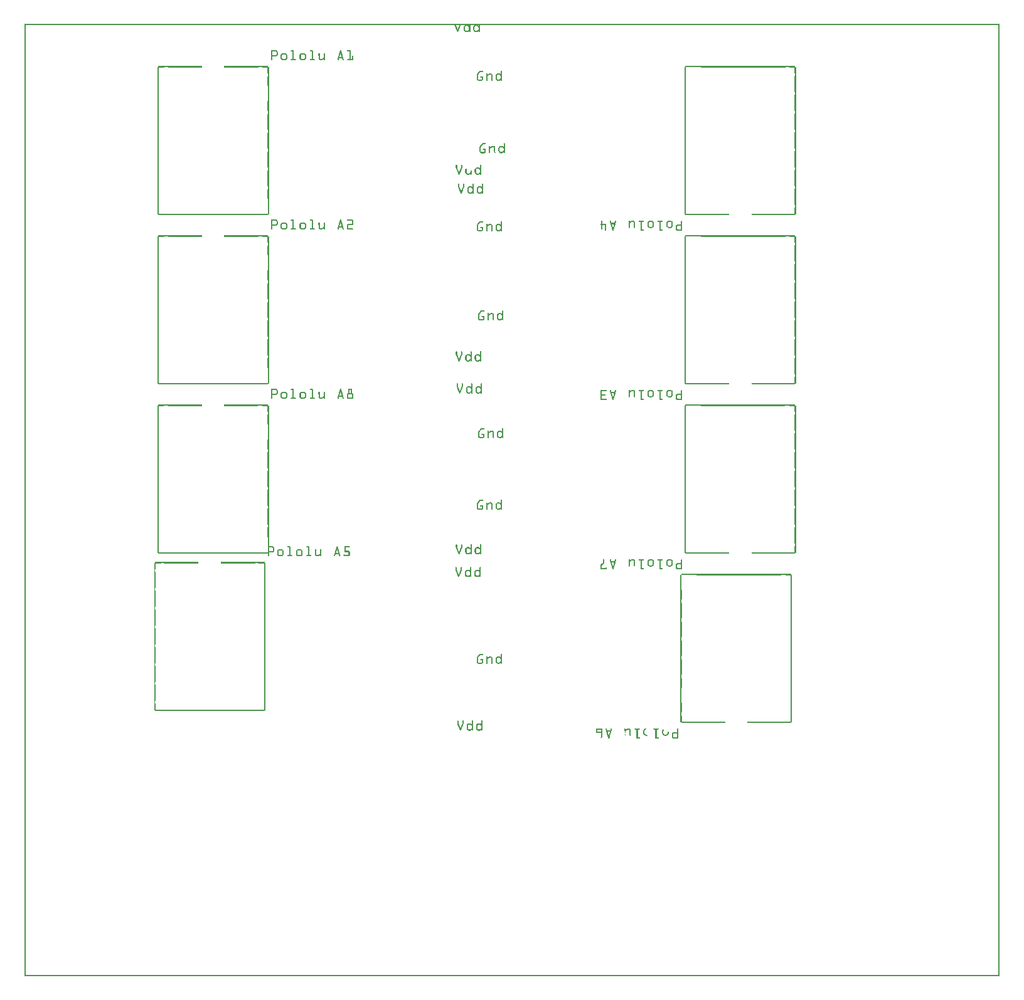
<source format=gto>
G04 MADE WITH FRITZING*
G04 WWW.FRITZING.ORG*
G04 DOUBLE SIDED*
G04 HOLES PLATED*
G04 CONTOUR ON CENTER OF CONTOUR VECTOR*
%ASAXBY*%
%FSLAX23Y23*%
%MOIN*%
%OFA0B0*%
%SFA1.0B1.0*%
%ADD10R,0.001000X0.001000*%
%LNSILK1*%
G90*
G70*
G54D10*
X0Y5065D02*
X5181Y5065D01*
X0Y5064D02*
X5181Y5064D01*
X0Y5063D02*
X5181Y5063D01*
X0Y5062D02*
X5181Y5062D01*
X0Y5061D02*
X5181Y5061D01*
X0Y5060D02*
X5181Y5060D01*
X0Y5059D02*
X5181Y5059D01*
X0Y5058D02*
X5181Y5058D01*
X0Y5057D02*
X7Y5057D01*
X2285Y5057D02*
X2292Y5057D01*
X2311Y5057D02*
X2317Y5057D01*
X2340Y5057D02*
X2360Y5057D01*
X2362Y5057D02*
X2368Y5057D01*
X2390Y5057D02*
X2410Y5057D01*
X2413Y5057D02*
X2419Y5057D01*
X5174Y5057D02*
X5181Y5057D01*
X0Y5056D02*
X7Y5056D01*
X2286Y5056D02*
X2292Y5056D01*
X2310Y5056D02*
X2317Y5056D01*
X2338Y5056D02*
X2368Y5056D01*
X2389Y5056D02*
X2419Y5056D01*
X5174Y5056D02*
X5181Y5056D01*
X0Y5055D02*
X7Y5055D01*
X2286Y5055D02*
X2293Y5055D01*
X2310Y5055D02*
X2316Y5055D01*
X2337Y5055D02*
X2368Y5055D01*
X2388Y5055D02*
X2419Y5055D01*
X5174Y5055D02*
X5181Y5055D01*
X0Y5054D02*
X7Y5054D01*
X2287Y5054D02*
X2293Y5054D01*
X2309Y5054D02*
X2316Y5054D01*
X2337Y5054D02*
X2368Y5054D01*
X2387Y5054D02*
X2419Y5054D01*
X5174Y5054D02*
X5181Y5054D01*
X0Y5053D02*
X7Y5053D01*
X2287Y5053D02*
X2294Y5053D01*
X2309Y5053D02*
X2316Y5053D01*
X2336Y5053D02*
X2345Y5053D01*
X2355Y5053D02*
X2368Y5053D01*
X2386Y5053D02*
X2395Y5053D01*
X2405Y5053D02*
X2419Y5053D01*
X5174Y5053D02*
X5181Y5053D01*
X0Y5052D02*
X7Y5052D01*
X2287Y5052D02*
X2294Y5052D01*
X2309Y5052D02*
X2315Y5052D01*
X2336Y5052D02*
X2343Y5052D01*
X2356Y5052D02*
X2368Y5052D01*
X2386Y5052D02*
X2394Y5052D01*
X2406Y5052D02*
X2419Y5052D01*
X5174Y5052D02*
X5181Y5052D01*
X0Y5051D02*
X7Y5051D01*
X2288Y5051D02*
X2294Y5051D01*
X2308Y5051D02*
X2315Y5051D01*
X2335Y5051D02*
X2342Y5051D01*
X2357Y5051D02*
X2368Y5051D01*
X2385Y5051D02*
X2392Y5051D01*
X2407Y5051D02*
X2419Y5051D01*
X5174Y5051D02*
X5181Y5051D01*
X0Y5050D02*
X7Y5050D01*
X2288Y5050D02*
X2295Y5050D01*
X2308Y5050D02*
X2314Y5050D01*
X2335Y5050D02*
X2341Y5050D01*
X2358Y5050D02*
X2368Y5050D01*
X2385Y5050D02*
X2392Y5050D01*
X2409Y5050D02*
X2419Y5050D01*
X5174Y5050D02*
X5181Y5050D01*
X0Y5049D02*
X7Y5049D01*
X2289Y5049D02*
X2295Y5049D01*
X2307Y5049D02*
X2314Y5049D01*
X2335Y5049D02*
X2341Y5049D01*
X2360Y5049D02*
X2368Y5049D01*
X2385Y5049D02*
X2391Y5049D01*
X2410Y5049D02*
X2419Y5049D01*
X5174Y5049D02*
X5181Y5049D01*
X0Y5048D02*
X7Y5048D01*
X2289Y5048D02*
X2296Y5048D01*
X2307Y5048D02*
X2314Y5048D01*
X2335Y5048D02*
X2341Y5048D01*
X2361Y5048D02*
X2368Y5048D01*
X2385Y5048D02*
X2391Y5048D01*
X2411Y5048D02*
X2419Y5048D01*
X5174Y5048D02*
X5181Y5048D01*
X0Y5047D02*
X7Y5047D01*
X2289Y5047D02*
X2296Y5047D01*
X2307Y5047D02*
X2313Y5047D01*
X2335Y5047D02*
X2341Y5047D01*
X2362Y5047D02*
X2368Y5047D01*
X2385Y5047D02*
X2391Y5047D01*
X2412Y5047D02*
X2419Y5047D01*
X5174Y5047D02*
X5181Y5047D01*
X0Y5046D02*
X7Y5046D01*
X2290Y5046D02*
X2296Y5046D01*
X2306Y5046D02*
X2313Y5046D01*
X2335Y5046D02*
X2341Y5046D01*
X2362Y5046D02*
X2368Y5046D01*
X2385Y5046D02*
X2391Y5046D01*
X2412Y5046D02*
X2419Y5046D01*
X5174Y5046D02*
X5181Y5046D01*
X0Y5045D02*
X7Y5045D01*
X2290Y5045D02*
X2297Y5045D01*
X2306Y5045D02*
X2312Y5045D01*
X2335Y5045D02*
X2341Y5045D01*
X2362Y5045D02*
X2368Y5045D01*
X2385Y5045D02*
X2391Y5045D01*
X2412Y5045D02*
X2419Y5045D01*
X5174Y5045D02*
X5181Y5045D01*
X0Y5044D02*
X7Y5044D01*
X2291Y5044D02*
X2297Y5044D01*
X2306Y5044D02*
X2312Y5044D01*
X2335Y5044D02*
X2341Y5044D01*
X2362Y5044D02*
X2368Y5044D01*
X2385Y5044D02*
X2391Y5044D01*
X2413Y5044D02*
X2419Y5044D01*
X5174Y5044D02*
X5181Y5044D01*
X0Y5043D02*
X7Y5043D01*
X2291Y5043D02*
X2298Y5043D01*
X2305Y5043D02*
X2312Y5043D01*
X2335Y5043D02*
X2341Y5043D01*
X2362Y5043D02*
X2368Y5043D01*
X2385Y5043D02*
X2391Y5043D01*
X2413Y5043D02*
X2419Y5043D01*
X5174Y5043D02*
X5181Y5043D01*
X0Y5042D02*
X7Y5042D01*
X2291Y5042D02*
X2298Y5042D01*
X2305Y5042D02*
X2311Y5042D01*
X2335Y5042D02*
X2341Y5042D01*
X2362Y5042D02*
X2368Y5042D01*
X2385Y5042D02*
X2391Y5042D01*
X2413Y5042D02*
X2419Y5042D01*
X5174Y5042D02*
X5181Y5042D01*
X0Y5041D02*
X7Y5041D01*
X2292Y5041D02*
X2298Y5041D01*
X2304Y5041D02*
X2311Y5041D01*
X2335Y5041D02*
X2341Y5041D01*
X2362Y5041D02*
X2368Y5041D01*
X2385Y5041D02*
X2391Y5041D01*
X2413Y5041D02*
X2419Y5041D01*
X5174Y5041D02*
X5181Y5041D01*
X0Y5040D02*
X7Y5040D01*
X2292Y5040D02*
X2299Y5040D01*
X2304Y5040D02*
X2311Y5040D01*
X2335Y5040D02*
X2341Y5040D01*
X2362Y5040D02*
X2368Y5040D01*
X2385Y5040D02*
X2391Y5040D01*
X2413Y5040D02*
X2419Y5040D01*
X5174Y5040D02*
X5181Y5040D01*
X0Y5039D02*
X7Y5039D01*
X2292Y5039D02*
X2299Y5039D01*
X2304Y5039D02*
X2310Y5039D01*
X2335Y5039D02*
X2341Y5039D01*
X2362Y5039D02*
X2368Y5039D01*
X2385Y5039D02*
X2391Y5039D01*
X2413Y5039D02*
X2419Y5039D01*
X5174Y5039D02*
X5181Y5039D01*
X0Y5038D02*
X7Y5038D01*
X2293Y5038D02*
X2299Y5038D01*
X2303Y5038D02*
X2310Y5038D01*
X2335Y5038D02*
X2341Y5038D01*
X2362Y5038D02*
X2368Y5038D01*
X2385Y5038D02*
X2391Y5038D01*
X2413Y5038D02*
X2419Y5038D01*
X5174Y5038D02*
X5181Y5038D01*
X0Y5037D02*
X7Y5037D01*
X2293Y5037D02*
X2300Y5037D01*
X2303Y5037D02*
X2309Y5037D01*
X2335Y5037D02*
X2341Y5037D01*
X2362Y5037D02*
X2368Y5037D01*
X2385Y5037D02*
X2391Y5037D01*
X2413Y5037D02*
X2419Y5037D01*
X5174Y5037D02*
X5181Y5037D01*
X0Y5036D02*
X7Y5036D01*
X2294Y5036D02*
X2300Y5036D01*
X2302Y5036D02*
X2309Y5036D01*
X2335Y5036D02*
X2341Y5036D01*
X2362Y5036D02*
X2368Y5036D01*
X2385Y5036D02*
X2391Y5036D01*
X2412Y5036D02*
X2419Y5036D01*
X5174Y5036D02*
X5181Y5036D01*
X0Y5035D02*
X7Y5035D01*
X2294Y5035D02*
X2309Y5035D01*
X2335Y5035D02*
X2341Y5035D01*
X2362Y5035D02*
X2368Y5035D01*
X2385Y5035D02*
X2391Y5035D01*
X2412Y5035D02*
X2419Y5035D01*
X5174Y5035D02*
X5181Y5035D01*
X0Y5034D02*
X7Y5034D01*
X2294Y5034D02*
X2308Y5034D01*
X2335Y5034D02*
X2341Y5034D01*
X2361Y5034D02*
X2368Y5034D01*
X2385Y5034D02*
X2391Y5034D01*
X2411Y5034D02*
X2419Y5034D01*
X5174Y5034D02*
X5181Y5034D01*
X0Y5033D02*
X7Y5033D01*
X2295Y5033D02*
X2308Y5033D01*
X2335Y5033D02*
X2341Y5033D01*
X2360Y5033D02*
X2368Y5033D01*
X2385Y5033D02*
X2391Y5033D01*
X2410Y5033D02*
X2419Y5033D01*
X5174Y5033D02*
X5181Y5033D01*
X0Y5032D02*
X7Y5032D01*
X2295Y5032D02*
X2307Y5032D01*
X2335Y5032D02*
X2341Y5032D01*
X2358Y5032D02*
X2368Y5032D01*
X2385Y5032D02*
X2392Y5032D01*
X2409Y5032D02*
X2419Y5032D01*
X5174Y5032D02*
X5181Y5032D01*
X0Y5031D02*
X7Y5031D01*
X2296Y5031D02*
X2307Y5031D01*
X2335Y5031D02*
X2342Y5031D01*
X2357Y5031D02*
X2368Y5031D01*
X2385Y5031D02*
X2392Y5031D01*
X2408Y5031D02*
X2419Y5031D01*
X5174Y5031D02*
X5181Y5031D01*
X0Y5030D02*
X7Y5030D01*
X2296Y5030D02*
X2307Y5030D01*
X2335Y5030D02*
X2343Y5030D01*
X2356Y5030D02*
X2368Y5030D01*
X2386Y5030D02*
X2394Y5030D01*
X2406Y5030D02*
X2419Y5030D01*
X5174Y5030D02*
X5181Y5030D01*
X0Y5029D02*
X7Y5029D01*
X2296Y5029D02*
X2306Y5029D01*
X2336Y5029D02*
X2345Y5029D01*
X2355Y5029D02*
X2368Y5029D01*
X2386Y5029D02*
X2395Y5029D01*
X2405Y5029D02*
X2419Y5029D01*
X5174Y5029D02*
X5181Y5029D01*
X0Y5028D02*
X7Y5028D01*
X2297Y5028D02*
X2306Y5028D01*
X2336Y5028D02*
X2368Y5028D01*
X2387Y5028D02*
X2419Y5028D01*
X5174Y5028D02*
X5181Y5028D01*
X0Y5027D02*
X7Y5027D01*
X2297Y5027D02*
X2305Y5027D01*
X2337Y5027D02*
X2368Y5027D01*
X2387Y5027D02*
X2419Y5027D01*
X5174Y5027D02*
X5181Y5027D01*
X0Y5026D02*
X7Y5026D01*
X2298Y5026D02*
X2305Y5026D01*
X2338Y5026D02*
X2368Y5026D01*
X2388Y5026D02*
X2419Y5026D01*
X5174Y5026D02*
X5181Y5026D01*
X0Y5025D02*
X7Y5025D01*
X2298Y5025D02*
X2305Y5025D01*
X2339Y5025D02*
X2360Y5025D01*
X2362Y5025D02*
X2368Y5025D01*
X2390Y5025D02*
X2410Y5025D01*
X2413Y5025D02*
X2419Y5025D01*
X5174Y5025D02*
X5181Y5025D01*
X0Y5024D02*
X7Y5024D01*
X2298Y5024D02*
X2304Y5024D01*
X2341Y5024D02*
X2359Y5024D01*
X2362Y5024D02*
X2368Y5024D01*
X2391Y5024D02*
X2409Y5024D01*
X2413Y5024D02*
X2418Y5024D01*
X5174Y5024D02*
X5181Y5024D01*
X0Y5023D02*
X7Y5023D01*
X2299Y5023D02*
X2304Y5023D01*
X2342Y5023D02*
X2358Y5023D01*
X2363Y5023D02*
X2368Y5023D01*
X2392Y5023D02*
X2408Y5023D01*
X2413Y5023D02*
X2418Y5023D01*
X5174Y5023D02*
X5181Y5023D01*
X0Y5022D02*
X7Y5022D01*
X2300Y5022D02*
X2303Y5022D01*
X2344Y5022D02*
X2356Y5022D01*
X2364Y5022D02*
X2367Y5022D01*
X2394Y5022D02*
X2406Y5022D01*
X2414Y5022D02*
X2417Y5022D01*
X5174Y5022D02*
X5181Y5022D01*
X0Y5021D02*
X7Y5021D01*
X5174Y5021D02*
X5181Y5021D01*
X0Y5020D02*
X7Y5020D01*
X5174Y5020D02*
X5181Y5020D01*
X0Y5019D02*
X7Y5019D01*
X5174Y5019D02*
X5181Y5019D01*
X0Y5018D02*
X7Y5018D01*
X5174Y5018D02*
X5181Y5018D01*
X0Y5017D02*
X7Y5017D01*
X5174Y5017D02*
X5181Y5017D01*
X0Y5016D02*
X7Y5016D01*
X5174Y5016D02*
X5181Y5016D01*
X0Y5015D02*
X7Y5015D01*
X5174Y5015D02*
X5181Y5015D01*
X0Y5014D02*
X7Y5014D01*
X5174Y5014D02*
X5181Y5014D01*
X0Y5013D02*
X7Y5013D01*
X5174Y5013D02*
X5181Y5013D01*
X0Y5012D02*
X7Y5012D01*
X5174Y5012D02*
X5181Y5012D01*
X0Y5011D02*
X7Y5011D01*
X5174Y5011D02*
X5181Y5011D01*
X0Y5010D02*
X7Y5010D01*
X5174Y5010D02*
X5181Y5010D01*
X0Y5009D02*
X7Y5009D01*
X5174Y5009D02*
X5181Y5009D01*
X0Y5008D02*
X7Y5008D01*
X5174Y5008D02*
X5181Y5008D01*
X0Y5007D02*
X7Y5007D01*
X5174Y5007D02*
X5181Y5007D01*
X0Y5006D02*
X7Y5006D01*
X5174Y5006D02*
X5181Y5006D01*
X0Y5005D02*
X7Y5005D01*
X5174Y5005D02*
X5181Y5005D01*
X0Y5004D02*
X7Y5004D01*
X5174Y5004D02*
X5181Y5004D01*
X0Y5003D02*
X7Y5003D01*
X5174Y5003D02*
X5181Y5003D01*
X0Y5002D02*
X7Y5002D01*
X5174Y5002D02*
X5181Y5002D01*
X0Y5001D02*
X7Y5001D01*
X5174Y5001D02*
X5181Y5001D01*
X0Y5000D02*
X7Y5000D01*
X5174Y5000D02*
X5181Y5000D01*
X0Y4999D02*
X7Y4999D01*
X5174Y4999D02*
X5181Y4999D01*
X0Y4998D02*
X7Y4998D01*
X5174Y4998D02*
X5181Y4998D01*
X0Y4997D02*
X7Y4997D01*
X5174Y4997D02*
X5181Y4997D01*
X0Y4996D02*
X7Y4996D01*
X5174Y4996D02*
X5181Y4996D01*
X0Y4995D02*
X7Y4995D01*
X5174Y4995D02*
X5181Y4995D01*
X0Y4994D02*
X7Y4994D01*
X5174Y4994D02*
X5181Y4994D01*
X0Y4993D02*
X7Y4993D01*
X5174Y4993D02*
X5181Y4993D01*
X0Y4992D02*
X7Y4992D01*
X5174Y4992D02*
X5181Y4992D01*
X0Y4991D02*
X7Y4991D01*
X5174Y4991D02*
X5181Y4991D01*
X0Y4990D02*
X7Y4990D01*
X5174Y4990D02*
X5181Y4990D01*
X0Y4989D02*
X7Y4989D01*
X5174Y4989D02*
X5181Y4989D01*
X0Y4988D02*
X7Y4988D01*
X5174Y4988D02*
X5181Y4988D01*
X0Y4987D02*
X7Y4987D01*
X5174Y4987D02*
X5181Y4987D01*
X0Y4986D02*
X7Y4986D01*
X5174Y4986D02*
X5181Y4986D01*
X0Y4985D02*
X7Y4985D01*
X5174Y4985D02*
X5181Y4985D01*
X0Y4984D02*
X7Y4984D01*
X5174Y4984D02*
X5181Y4984D01*
X0Y4983D02*
X7Y4983D01*
X5174Y4983D02*
X5181Y4983D01*
X0Y4982D02*
X7Y4982D01*
X5174Y4982D02*
X5181Y4982D01*
X0Y4981D02*
X7Y4981D01*
X5174Y4981D02*
X5181Y4981D01*
X0Y4980D02*
X7Y4980D01*
X5174Y4980D02*
X5181Y4980D01*
X0Y4979D02*
X7Y4979D01*
X5174Y4979D02*
X5181Y4979D01*
X0Y4978D02*
X7Y4978D01*
X5174Y4978D02*
X5181Y4978D01*
X0Y4977D02*
X7Y4977D01*
X5174Y4977D02*
X5181Y4977D01*
X0Y4976D02*
X7Y4976D01*
X5174Y4976D02*
X5181Y4976D01*
X0Y4975D02*
X7Y4975D01*
X5174Y4975D02*
X5181Y4975D01*
X0Y4974D02*
X7Y4974D01*
X5174Y4974D02*
X5181Y4974D01*
X0Y4973D02*
X7Y4973D01*
X5174Y4973D02*
X5181Y4973D01*
X0Y4972D02*
X7Y4972D01*
X5174Y4972D02*
X5181Y4972D01*
X0Y4971D02*
X7Y4971D01*
X5174Y4971D02*
X5181Y4971D01*
X0Y4970D02*
X7Y4970D01*
X5174Y4970D02*
X5181Y4970D01*
X0Y4969D02*
X7Y4969D01*
X5174Y4969D02*
X5181Y4969D01*
X0Y4968D02*
X7Y4968D01*
X5174Y4968D02*
X5181Y4968D01*
X0Y4967D02*
X7Y4967D01*
X5174Y4967D02*
X5181Y4967D01*
X0Y4966D02*
X7Y4966D01*
X5174Y4966D02*
X5181Y4966D01*
X0Y4965D02*
X7Y4965D01*
X5174Y4965D02*
X5181Y4965D01*
X0Y4964D02*
X7Y4964D01*
X5174Y4964D02*
X5181Y4964D01*
X0Y4963D02*
X7Y4963D01*
X5174Y4963D02*
X5181Y4963D01*
X0Y4962D02*
X7Y4962D01*
X5174Y4962D02*
X5181Y4962D01*
X0Y4961D02*
X7Y4961D01*
X5174Y4961D02*
X5181Y4961D01*
X0Y4960D02*
X7Y4960D01*
X5174Y4960D02*
X5181Y4960D01*
X0Y4959D02*
X7Y4959D01*
X5174Y4959D02*
X5181Y4959D01*
X0Y4958D02*
X7Y4958D01*
X5174Y4958D02*
X5181Y4958D01*
X0Y4957D02*
X7Y4957D01*
X5174Y4957D02*
X5181Y4957D01*
X0Y4956D02*
X7Y4956D01*
X5174Y4956D02*
X5181Y4956D01*
X0Y4955D02*
X7Y4955D01*
X5174Y4955D02*
X5181Y4955D01*
X0Y4954D02*
X7Y4954D01*
X5174Y4954D02*
X5181Y4954D01*
X0Y4953D02*
X7Y4953D01*
X5174Y4953D02*
X5181Y4953D01*
X0Y4952D02*
X7Y4952D01*
X5174Y4952D02*
X5181Y4952D01*
X0Y4951D02*
X7Y4951D01*
X5174Y4951D02*
X5181Y4951D01*
X0Y4950D02*
X7Y4950D01*
X5174Y4950D02*
X5181Y4950D01*
X0Y4949D02*
X7Y4949D01*
X5174Y4949D02*
X5181Y4949D01*
X0Y4948D02*
X7Y4948D01*
X5174Y4948D02*
X5181Y4948D01*
X0Y4947D02*
X7Y4947D01*
X5174Y4947D02*
X5181Y4947D01*
X0Y4946D02*
X7Y4946D01*
X5174Y4946D02*
X5181Y4946D01*
X0Y4945D02*
X7Y4945D01*
X5174Y4945D02*
X5181Y4945D01*
X0Y4944D02*
X7Y4944D01*
X5174Y4944D02*
X5181Y4944D01*
X0Y4943D02*
X7Y4943D01*
X5174Y4943D02*
X5181Y4943D01*
X0Y4942D02*
X7Y4942D01*
X5174Y4942D02*
X5181Y4942D01*
X0Y4941D02*
X7Y4941D01*
X5174Y4941D02*
X5181Y4941D01*
X0Y4940D02*
X7Y4940D01*
X5174Y4940D02*
X5181Y4940D01*
X0Y4939D02*
X7Y4939D01*
X5174Y4939D02*
X5181Y4939D01*
X0Y4938D02*
X7Y4938D01*
X5174Y4938D02*
X5181Y4938D01*
X0Y4937D02*
X7Y4937D01*
X5174Y4937D02*
X5181Y4937D01*
X0Y4936D02*
X7Y4936D01*
X5174Y4936D02*
X5181Y4936D01*
X0Y4935D02*
X7Y4935D01*
X5174Y4935D02*
X5181Y4935D01*
X0Y4934D02*
X7Y4934D01*
X5174Y4934D02*
X5181Y4934D01*
X0Y4933D02*
X7Y4933D01*
X5174Y4933D02*
X5181Y4933D01*
X0Y4932D02*
X7Y4932D01*
X5174Y4932D02*
X5181Y4932D01*
X0Y4931D02*
X7Y4931D01*
X5174Y4931D02*
X5181Y4931D01*
X0Y4930D02*
X7Y4930D01*
X5174Y4930D02*
X5181Y4930D01*
X0Y4929D02*
X7Y4929D01*
X5174Y4929D02*
X5181Y4929D01*
X0Y4928D02*
X7Y4928D01*
X5174Y4928D02*
X5181Y4928D01*
X0Y4927D02*
X7Y4927D01*
X5174Y4927D02*
X5181Y4927D01*
X0Y4926D02*
X7Y4926D01*
X5174Y4926D02*
X5181Y4926D01*
X0Y4925D02*
X7Y4925D01*
X5174Y4925D02*
X5181Y4925D01*
X0Y4924D02*
X7Y4924D01*
X1311Y4924D02*
X1337Y4924D01*
X1417Y4924D02*
X1429Y4924D01*
X1518Y4924D02*
X1529Y4924D01*
X1679Y4924D02*
X1680Y4924D01*
X1715Y4924D02*
X1732Y4924D01*
X5174Y4924D02*
X5181Y4924D01*
X0Y4923D02*
X7Y4923D01*
X1311Y4923D02*
X1339Y4923D01*
X1416Y4923D02*
X1430Y4923D01*
X1516Y4923D02*
X1531Y4923D01*
X1677Y4923D02*
X1682Y4923D01*
X1714Y4923D02*
X1733Y4923D01*
X5174Y4923D02*
X5181Y4923D01*
X0Y4922D02*
X7Y4922D01*
X1311Y4922D02*
X1341Y4922D01*
X1415Y4922D02*
X1431Y4922D01*
X1516Y4922D02*
X1531Y4922D01*
X1677Y4922D02*
X1682Y4922D01*
X1713Y4922D02*
X1733Y4922D01*
X5174Y4922D02*
X5181Y4922D01*
X0Y4921D02*
X7Y4921D01*
X1311Y4921D02*
X1342Y4921D01*
X1415Y4921D02*
X1431Y4921D01*
X1515Y4921D02*
X1532Y4921D01*
X1676Y4921D02*
X1682Y4921D01*
X1713Y4921D02*
X1733Y4921D01*
X5174Y4921D02*
X5181Y4921D01*
X0Y4920D02*
X7Y4920D01*
X1311Y4920D02*
X1343Y4920D01*
X1415Y4920D02*
X1431Y4920D01*
X1516Y4920D02*
X1532Y4920D01*
X1676Y4920D02*
X1683Y4920D01*
X1713Y4920D02*
X1733Y4920D01*
X5174Y4920D02*
X5181Y4920D01*
X0Y4919D02*
X7Y4919D01*
X1311Y4919D02*
X1343Y4919D01*
X1416Y4919D02*
X1431Y4919D01*
X1516Y4919D02*
X1532Y4919D01*
X1676Y4919D02*
X1683Y4919D01*
X1713Y4919D02*
X1733Y4919D01*
X5174Y4919D02*
X5181Y4919D01*
X0Y4918D02*
X7Y4918D01*
X1311Y4918D02*
X1344Y4918D01*
X1416Y4918D02*
X1431Y4918D01*
X1517Y4918D02*
X1532Y4918D01*
X1675Y4918D02*
X1683Y4918D01*
X1714Y4918D02*
X1733Y4918D01*
X5174Y4918D02*
X5181Y4918D01*
X0Y4917D02*
X7Y4917D01*
X1311Y4917D02*
X1317Y4917D01*
X1336Y4917D02*
X1344Y4917D01*
X1425Y4917D02*
X1431Y4917D01*
X1526Y4917D02*
X1532Y4917D01*
X1675Y4917D02*
X1684Y4917D01*
X1726Y4917D02*
X1733Y4917D01*
X5174Y4917D02*
X5181Y4917D01*
X0Y4916D02*
X7Y4916D01*
X1311Y4916D02*
X1317Y4916D01*
X1338Y4916D02*
X1344Y4916D01*
X1425Y4916D02*
X1431Y4916D01*
X1526Y4916D02*
X1532Y4916D01*
X1675Y4916D02*
X1684Y4916D01*
X1727Y4916D02*
X1733Y4916D01*
X5174Y4916D02*
X5181Y4916D01*
X0Y4915D02*
X7Y4915D01*
X1311Y4915D02*
X1317Y4915D01*
X1338Y4915D02*
X1345Y4915D01*
X1425Y4915D02*
X1431Y4915D01*
X1526Y4915D02*
X1532Y4915D01*
X1674Y4915D02*
X1684Y4915D01*
X1727Y4915D02*
X1733Y4915D01*
X5174Y4915D02*
X5181Y4915D01*
X0Y4914D02*
X7Y4914D01*
X1311Y4914D02*
X1317Y4914D01*
X1339Y4914D02*
X1345Y4914D01*
X1425Y4914D02*
X1431Y4914D01*
X1526Y4914D02*
X1532Y4914D01*
X1674Y4914D02*
X1684Y4914D01*
X1727Y4914D02*
X1733Y4914D01*
X5174Y4914D02*
X5181Y4914D01*
X0Y4913D02*
X7Y4913D01*
X1311Y4913D02*
X1317Y4913D01*
X1339Y4913D02*
X1345Y4913D01*
X1425Y4913D02*
X1431Y4913D01*
X1526Y4913D02*
X1532Y4913D01*
X1674Y4913D02*
X1685Y4913D01*
X1727Y4913D02*
X1733Y4913D01*
X5174Y4913D02*
X5181Y4913D01*
X0Y4912D02*
X7Y4912D01*
X1311Y4912D02*
X1317Y4912D01*
X1339Y4912D02*
X1345Y4912D01*
X1425Y4912D02*
X1431Y4912D01*
X1526Y4912D02*
X1532Y4912D01*
X1674Y4912D02*
X1685Y4912D01*
X1727Y4912D02*
X1733Y4912D01*
X5174Y4912D02*
X5181Y4912D01*
X0Y4911D02*
X7Y4911D01*
X1311Y4911D02*
X1317Y4911D01*
X1339Y4911D02*
X1345Y4911D01*
X1425Y4911D02*
X1431Y4911D01*
X1526Y4911D02*
X1532Y4911D01*
X1673Y4911D02*
X1685Y4911D01*
X1727Y4911D02*
X1733Y4911D01*
X5174Y4911D02*
X5181Y4911D01*
X0Y4910D02*
X7Y4910D01*
X1311Y4910D02*
X1317Y4910D01*
X1339Y4910D02*
X1345Y4910D01*
X1425Y4910D02*
X1431Y4910D01*
X1526Y4910D02*
X1532Y4910D01*
X1673Y4910D02*
X1686Y4910D01*
X1727Y4910D02*
X1733Y4910D01*
X5174Y4910D02*
X5181Y4910D01*
X0Y4909D02*
X7Y4909D01*
X1311Y4909D02*
X1317Y4909D01*
X1339Y4909D02*
X1345Y4909D01*
X1371Y4909D02*
X1385Y4909D01*
X1425Y4909D02*
X1431Y4909D01*
X1471Y4909D02*
X1486Y4909D01*
X1526Y4909D02*
X1532Y4909D01*
X1564Y4909D02*
X1566Y4909D01*
X1591Y4909D02*
X1594Y4909D01*
X1673Y4909D02*
X1686Y4909D01*
X1727Y4909D02*
X1733Y4909D01*
X5174Y4909D02*
X5181Y4909D01*
X0Y4908D02*
X7Y4908D01*
X1311Y4908D02*
X1317Y4908D01*
X1339Y4908D02*
X1345Y4908D01*
X1369Y4908D02*
X1387Y4908D01*
X1425Y4908D02*
X1431Y4908D01*
X1469Y4908D02*
X1488Y4908D01*
X1526Y4908D02*
X1532Y4908D01*
X1563Y4908D02*
X1567Y4908D01*
X1590Y4908D02*
X1595Y4908D01*
X1672Y4908D02*
X1686Y4908D01*
X1727Y4908D02*
X1733Y4908D01*
X5174Y4908D02*
X5181Y4908D01*
X0Y4907D02*
X7Y4907D01*
X1311Y4907D02*
X1317Y4907D01*
X1339Y4907D02*
X1345Y4907D01*
X1368Y4907D02*
X1389Y4907D01*
X1425Y4907D02*
X1431Y4907D01*
X1468Y4907D02*
X1489Y4907D01*
X1526Y4907D02*
X1532Y4907D01*
X1562Y4907D02*
X1568Y4907D01*
X1590Y4907D02*
X1596Y4907D01*
X1672Y4907D02*
X1678Y4907D01*
X1680Y4907D02*
X1687Y4907D01*
X1727Y4907D02*
X1733Y4907D01*
X5174Y4907D02*
X5181Y4907D01*
X0Y4906D02*
X7Y4906D01*
X1311Y4906D02*
X1317Y4906D01*
X1339Y4906D02*
X1345Y4906D01*
X1366Y4906D02*
X1390Y4906D01*
X1425Y4906D02*
X1431Y4906D01*
X1467Y4906D02*
X1490Y4906D01*
X1526Y4906D02*
X1532Y4906D01*
X1562Y4906D02*
X1568Y4906D01*
X1590Y4906D02*
X1596Y4906D01*
X1672Y4906D02*
X1678Y4906D01*
X1680Y4906D02*
X1687Y4906D01*
X1727Y4906D02*
X1733Y4906D01*
X5174Y4906D02*
X5181Y4906D01*
X0Y4905D02*
X7Y4905D01*
X1311Y4905D02*
X1317Y4905D01*
X1339Y4905D02*
X1345Y4905D01*
X1365Y4905D02*
X1391Y4905D01*
X1425Y4905D02*
X1431Y4905D01*
X1466Y4905D02*
X1492Y4905D01*
X1526Y4905D02*
X1532Y4905D01*
X1562Y4905D02*
X1568Y4905D01*
X1590Y4905D02*
X1596Y4905D01*
X1672Y4905D02*
X1678Y4905D01*
X1681Y4905D02*
X1687Y4905D01*
X1727Y4905D02*
X1733Y4905D01*
X5174Y4905D02*
X5181Y4905D01*
X0Y4904D02*
X7Y4904D01*
X1311Y4904D02*
X1317Y4904D01*
X1339Y4904D02*
X1345Y4904D01*
X1364Y4904D02*
X1392Y4904D01*
X1425Y4904D02*
X1431Y4904D01*
X1465Y4904D02*
X1493Y4904D01*
X1526Y4904D02*
X1532Y4904D01*
X1562Y4904D02*
X1568Y4904D01*
X1590Y4904D02*
X1596Y4904D01*
X1671Y4904D02*
X1678Y4904D01*
X1681Y4904D02*
X1687Y4904D01*
X1727Y4904D02*
X1733Y4904D01*
X5174Y4904D02*
X5181Y4904D01*
X0Y4903D02*
X7Y4903D01*
X1311Y4903D02*
X1317Y4903D01*
X1339Y4903D02*
X1345Y4903D01*
X1363Y4903D02*
X1393Y4903D01*
X1425Y4903D02*
X1431Y4903D01*
X1464Y4903D02*
X1493Y4903D01*
X1526Y4903D02*
X1532Y4903D01*
X1562Y4903D02*
X1568Y4903D01*
X1590Y4903D02*
X1596Y4903D01*
X1671Y4903D02*
X1677Y4903D01*
X1681Y4903D02*
X1688Y4903D01*
X1727Y4903D02*
X1733Y4903D01*
X5174Y4903D02*
X5181Y4903D01*
X0Y4902D02*
X7Y4902D01*
X1311Y4902D02*
X1317Y4902D01*
X1339Y4902D02*
X1345Y4902D01*
X1363Y4902D02*
X1371Y4902D01*
X1385Y4902D02*
X1394Y4902D01*
X1425Y4902D02*
X1431Y4902D01*
X1463Y4902D02*
X1472Y4902D01*
X1485Y4902D02*
X1494Y4902D01*
X1526Y4902D02*
X1532Y4902D01*
X1562Y4902D02*
X1568Y4902D01*
X1590Y4902D02*
X1596Y4902D01*
X1671Y4902D02*
X1677Y4902D01*
X1682Y4902D02*
X1688Y4902D01*
X1727Y4902D02*
X1733Y4902D01*
X5174Y4902D02*
X5181Y4902D01*
X0Y4901D02*
X7Y4901D01*
X1311Y4901D02*
X1317Y4901D01*
X1339Y4901D02*
X1345Y4901D01*
X1362Y4901D02*
X1370Y4901D01*
X1386Y4901D02*
X1394Y4901D01*
X1425Y4901D02*
X1431Y4901D01*
X1463Y4901D02*
X1471Y4901D01*
X1487Y4901D02*
X1495Y4901D01*
X1526Y4901D02*
X1532Y4901D01*
X1562Y4901D02*
X1568Y4901D01*
X1590Y4901D02*
X1596Y4901D01*
X1670Y4901D02*
X1677Y4901D01*
X1682Y4901D02*
X1688Y4901D01*
X1727Y4901D02*
X1733Y4901D01*
X5174Y4901D02*
X5181Y4901D01*
X0Y4900D02*
X7Y4900D01*
X1311Y4900D02*
X1317Y4900D01*
X1338Y4900D02*
X1345Y4900D01*
X1362Y4900D02*
X1369Y4900D01*
X1387Y4900D02*
X1394Y4900D01*
X1425Y4900D02*
X1431Y4900D01*
X1462Y4900D02*
X1469Y4900D01*
X1488Y4900D02*
X1495Y4900D01*
X1526Y4900D02*
X1532Y4900D01*
X1562Y4900D02*
X1568Y4900D01*
X1590Y4900D02*
X1596Y4900D01*
X1670Y4900D02*
X1676Y4900D01*
X1682Y4900D02*
X1689Y4900D01*
X1727Y4900D02*
X1733Y4900D01*
X5174Y4900D02*
X5181Y4900D01*
X0Y4899D02*
X7Y4899D01*
X1311Y4899D02*
X1317Y4899D01*
X1338Y4899D02*
X1344Y4899D01*
X1362Y4899D02*
X1368Y4899D01*
X1388Y4899D02*
X1395Y4899D01*
X1425Y4899D02*
X1431Y4899D01*
X1462Y4899D02*
X1469Y4899D01*
X1489Y4899D02*
X1495Y4899D01*
X1526Y4899D02*
X1532Y4899D01*
X1562Y4899D02*
X1568Y4899D01*
X1590Y4899D02*
X1596Y4899D01*
X1670Y4899D02*
X1676Y4899D01*
X1683Y4899D02*
X1689Y4899D01*
X1727Y4899D02*
X1733Y4899D01*
X5174Y4899D02*
X5181Y4899D01*
X0Y4898D02*
X7Y4898D01*
X1311Y4898D02*
X1317Y4898D01*
X1336Y4898D02*
X1344Y4898D01*
X1361Y4898D02*
X1368Y4898D01*
X1389Y4898D02*
X1395Y4898D01*
X1425Y4898D02*
X1431Y4898D01*
X1462Y4898D02*
X1468Y4898D01*
X1489Y4898D02*
X1495Y4898D01*
X1526Y4898D02*
X1532Y4898D01*
X1562Y4898D02*
X1568Y4898D01*
X1590Y4898D02*
X1596Y4898D01*
X1670Y4898D02*
X1676Y4898D01*
X1683Y4898D02*
X1689Y4898D01*
X1727Y4898D02*
X1733Y4898D01*
X5174Y4898D02*
X5181Y4898D01*
X0Y4897D02*
X7Y4897D01*
X1311Y4897D02*
X1344Y4897D01*
X1361Y4897D02*
X1367Y4897D01*
X1389Y4897D02*
X1395Y4897D01*
X1425Y4897D02*
X1431Y4897D01*
X1462Y4897D02*
X1468Y4897D01*
X1489Y4897D02*
X1495Y4897D01*
X1526Y4897D02*
X1532Y4897D01*
X1562Y4897D02*
X1568Y4897D01*
X1590Y4897D02*
X1596Y4897D01*
X1669Y4897D02*
X1676Y4897D01*
X1683Y4897D02*
X1689Y4897D01*
X1727Y4897D02*
X1733Y4897D01*
X5174Y4897D02*
X5181Y4897D01*
X0Y4896D02*
X7Y4896D01*
X1311Y4896D02*
X1343Y4896D01*
X1361Y4896D02*
X1367Y4896D01*
X1389Y4896D02*
X1395Y4896D01*
X1425Y4896D02*
X1431Y4896D01*
X1462Y4896D02*
X1468Y4896D01*
X1489Y4896D02*
X1495Y4896D01*
X1526Y4896D02*
X1532Y4896D01*
X1563Y4896D02*
X1568Y4896D01*
X1590Y4896D02*
X1596Y4896D01*
X1669Y4896D02*
X1675Y4896D01*
X1683Y4896D02*
X1690Y4896D01*
X1727Y4896D02*
X1733Y4896D01*
X5174Y4896D02*
X5181Y4896D01*
X0Y4895D02*
X7Y4895D01*
X1311Y4895D02*
X1343Y4895D01*
X1361Y4895D02*
X1367Y4895D01*
X1389Y4895D02*
X1395Y4895D01*
X1425Y4895D02*
X1431Y4895D01*
X1462Y4895D02*
X1468Y4895D01*
X1489Y4895D02*
X1495Y4895D01*
X1526Y4895D02*
X1532Y4895D01*
X1563Y4895D02*
X1569Y4895D01*
X1590Y4895D02*
X1596Y4895D01*
X1669Y4895D02*
X1675Y4895D01*
X1684Y4895D02*
X1690Y4895D01*
X1727Y4895D02*
X1733Y4895D01*
X5174Y4895D02*
X5181Y4895D01*
X0Y4894D02*
X7Y4894D01*
X1311Y4894D02*
X1342Y4894D01*
X1361Y4894D02*
X1367Y4894D01*
X1389Y4894D02*
X1395Y4894D01*
X1425Y4894D02*
X1431Y4894D01*
X1462Y4894D02*
X1468Y4894D01*
X1489Y4894D02*
X1495Y4894D01*
X1526Y4894D02*
X1532Y4894D01*
X1563Y4894D02*
X1569Y4894D01*
X1590Y4894D02*
X1596Y4894D01*
X1668Y4894D02*
X1675Y4894D01*
X1684Y4894D02*
X1690Y4894D01*
X1727Y4894D02*
X1733Y4894D01*
X1742Y4894D02*
X1745Y4894D01*
X5174Y4894D02*
X5181Y4894D01*
X0Y4893D02*
X7Y4893D01*
X1311Y4893D02*
X1341Y4893D01*
X1361Y4893D02*
X1367Y4893D01*
X1389Y4893D02*
X1395Y4893D01*
X1425Y4893D02*
X1431Y4893D01*
X1462Y4893D02*
X1468Y4893D01*
X1489Y4893D02*
X1495Y4893D01*
X1526Y4893D02*
X1532Y4893D01*
X1563Y4893D02*
X1569Y4893D01*
X1590Y4893D02*
X1596Y4893D01*
X1668Y4893D02*
X1674Y4893D01*
X1684Y4893D02*
X1691Y4893D01*
X1727Y4893D02*
X1733Y4893D01*
X1741Y4893D02*
X1746Y4893D01*
X5174Y4893D02*
X5181Y4893D01*
X0Y4892D02*
X7Y4892D01*
X1311Y4892D02*
X1339Y4892D01*
X1361Y4892D02*
X1367Y4892D01*
X1389Y4892D02*
X1395Y4892D01*
X1425Y4892D02*
X1431Y4892D01*
X1462Y4892D02*
X1468Y4892D01*
X1489Y4892D02*
X1495Y4892D01*
X1526Y4892D02*
X1532Y4892D01*
X1563Y4892D02*
X1569Y4892D01*
X1590Y4892D02*
X1596Y4892D01*
X1668Y4892D02*
X1674Y4892D01*
X1685Y4892D02*
X1691Y4892D01*
X1727Y4892D02*
X1733Y4892D01*
X1741Y4892D02*
X1746Y4892D01*
X5174Y4892D02*
X5181Y4892D01*
X0Y4891D02*
X7Y4891D01*
X1311Y4891D02*
X1337Y4891D01*
X1361Y4891D02*
X1367Y4891D01*
X1389Y4891D02*
X1395Y4891D01*
X1425Y4891D02*
X1431Y4891D01*
X1462Y4891D02*
X1468Y4891D01*
X1489Y4891D02*
X1495Y4891D01*
X1526Y4891D02*
X1532Y4891D01*
X1563Y4891D02*
X1569Y4891D01*
X1590Y4891D02*
X1596Y4891D01*
X1667Y4891D02*
X1674Y4891D01*
X1685Y4891D02*
X1691Y4891D01*
X1727Y4891D02*
X1733Y4891D01*
X1740Y4891D02*
X1746Y4891D01*
X5174Y4891D02*
X5181Y4891D01*
X0Y4890D02*
X7Y4890D01*
X1311Y4890D02*
X1317Y4890D01*
X1361Y4890D02*
X1367Y4890D01*
X1389Y4890D02*
X1395Y4890D01*
X1425Y4890D02*
X1431Y4890D01*
X1462Y4890D02*
X1468Y4890D01*
X1489Y4890D02*
X1495Y4890D01*
X1526Y4890D02*
X1532Y4890D01*
X1563Y4890D02*
X1569Y4890D01*
X1590Y4890D02*
X1596Y4890D01*
X1667Y4890D02*
X1674Y4890D01*
X1685Y4890D02*
X1691Y4890D01*
X1727Y4890D02*
X1733Y4890D01*
X1740Y4890D02*
X1746Y4890D01*
X5174Y4890D02*
X5181Y4890D01*
X0Y4889D02*
X7Y4889D01*
X1311Y4889D02*
X1317Y4889D01*
X1361Y4889D02*
X1367Y4889D01*
X1389Y4889D02*
X1395Y4889D01*
X1425Y4889D02*
X1431Y4889D01*
X1462Y4889D02*
X1468Y4889D01*
X1489Y4889D02*
X1495Y4889D01*
X1526Y4889D02*
X1532Y4889D01*
X1563Y4889D02*
X1569Y4889D01*
X1590Y4889D02*
X1596Y4889D01*
X1667Y4889D02*
X1674Y4889D01*
X1685Y4889D02*
X1692Y4889D01*
X1727Y4889D02*
X1733Y4889D01*
X1740Y4889D02*
X1746Y4889D01*
X5174Y4889D02*
X5181Y4889D01*
X0Y4888D02*
X7Y4888D01*
X1311Y4888D02*
X1317Y4888D01*
X1361Y4888D02*
X1367Y4888D01*
X1389Y4888D02*
X1395Y4888D01*
X1425Y4888D02*
X1431Y4888D01*
X1462Y4888D02*
X1468Y4888D01*
X1489Y4888D02*
X1495Y4888D01*
X1526Y4888D02*
X1532Y4888D01*
X1563Y4888D02*
X1569Y4888D01*
X1590Y4888D02*
X1596Y4888D01*
X1667Y4888D02*
X1692Y4888D01*
X1727Y4888D02*
X1733Y4888D01*
X1740Y4888D02*
X1746Y4888D01*
X5174Y4888D02*
X5181Y4888D01*
X0Y4887D02*
X7Y4887D01*
X1311Y4887D02*
X1317Y4887D01*
X1361Y4887D02*
X1367Y4887D01*
X1389Y4887D02*
X1395Y4887D01*
X1425Y4887D02*
X1431Y4887D01*
X1462Y4887D02*
X1468Y4887D01*
X1489Y4887D02*
X1495Y4887D01*
X1526Y4887D02*
X1532Y4887D01*
X1563Y4887D02*
X1569Y4887D01*
X1590Y4887D02*
X1596Y4887D01*
X1666Y4887D02*
X1692Y4887D01*
X1727Y4887D02*
X1733Y4887D01*
X1740Y4887D02*
X1746Y4887D01*
X5174Y4887D02*
X5181Y4887D01*
X0Y4886D02*
X7Y4886D01*
X1311Y4886D02*
X1317Y4886D01*
X1361Y4886D02*
X1367Y4886D01*
X1389Y4886D02*
X1395Y4886D01*
X1425Y4886D02*
X1431Y4886D01*
X1462Y4886D02*
X1468Y4886D01*
X1489Y4886D02*
X1495Y4886D01*
X1526Y4886D02*
X1532Y4886D01*
X1563Y4886D02*
X1569Y4886D01*
X1590Y4886D02*
X1596Y4886D01*
X1666Y4886D02*
X1693Y4886D01*
X1727Y4886D02*
X1733Y4886D01*
X1740Y4886D02*
X1746Y4886D01*
X5174Y4886D02*
X5181Y4886D01*
X0Y4885D02*
X7Y4885D01*
X1311Y4885D02*
X1317Y4885D01*
X1361Y4885D02*
X1367Y4885D01*
X1389Y4885D02*
X1395Y4885D01*
X1425Y4885D02*
X1431Y4885D01*
X1462Y4885D02*
X1468Y4885D01*
X1489Y4885D02*
X1495Y4885D01*
X1526Y4885D02*
X1532Y4885D01*
X1563Y4885D02*
X1569Y4885D01*
X1590Y4885D02*
X1596Y4885D01*
X1666Y4885D02*
X1693Y4885D01*
X1727Y4885D02*
X1733Y4885D01*
X1740Y4885D02*
X1746Y4885D01*
X5174Y4885D02*
X5181Y4885D01*
X0Y4884D02*
X7Y4884D01*
X1311Y4884D02*
X1317Y4884D01*
X1361Y4884D02*
X1367Y4884D01*
X1389Y4884D02*
X1395Y4884D01*
X1425Y4884D02*
X1431Y4884D01*
X1462Y4884D02*
X1468Y4884D01*
X1489Y4884D02*
X1495Y4884D01*
X1526Y4884D02*
X1532Y4884D01*
X1563Y4884D02*
X1569Y4884D01*
X1589Y4884D02*
X1596Y4884D01*
X1665Y4884D02*
X1693Y4884D01*
X1727Y4884D02*
X1733Y4884D01*
X1740Y4884D02*
X1746Y4884D01*
X5174Y4884D02*
X5181Y4884D01*
X0Y4883D02*
X7Y4883D01*
X1311Y4883D02*
X1317Y4883D01*
X1361Y4883D02*
X1367Y4883D01*
X1389Y4883D02*
X1395Y4883D01*
X1425Y4883D02*
X1431Y4883D01*
X1462Y4883D02*
X1468Y4883D01*
X1489Y4883D02*
X1495Y4883D01*
X1526Y4883D02*
X1532Y4883D01*
X1563Y4883D02*
X1569Y4883D01*
X1588Y4883D02*
X1596Y4883D01*
X1665Y4883D02*
X1694Y4883D01*
X1727Y4883D02*
X1733Y4883D01*
X1740Y4883D02*
X1746Y4883D01*
X5174Y4883D02*
X5181Y4883D01*
X0Y4882D02*
X7Y4882D01*
X1311Y4882D02*
X1317Y4882D01*
X1361Y4882D02*
X1368Y4882D01*
X1389Y4882D02*
X1395Y4882D01*
X1425Y4882D02*
X1431Y4882D01*
X1462Y4882D02*
X1468Y4882D01*
X1489Y4882D02*
X1495Y4882D01*
X1526Y4882D02*
X1532Y4882D01*
X1563Y4882D02*
X1569Y4882D01*
X1586Y4882D02*
X1596Y4882D01*
X1665Y4882D02*
X1694Y4882D01*
X1727Y4882D02*
X1733Y4882D01*
X1740Y4882D02*
X1746Y4882D01*
X5174Y4882D02*
X5181Y4882D01*
X0Y4881D02*
X7Y4881D01*
X1311Y4881D02*
X1317Y4881D01*
X1362Y4881D02*
X1368Y4881D01*
X1388Y4881D02*
X1395Y4881D01*
X1425Y4881D02*
X1431Y4881D01*
X1462Y4881D02*
X1468Y4881D01*
X1489Y4881D02*
X1495Y4881D01*
X1526Y4881D02*
X1532Y4881D01*
X1563Y4881D02*
X1569Y4881D01*
X1584Y4881D02*
X1596Y4881D01*
X1665Y4881D02*
X1671Y4881D01*
X1688Y4881D02*
X1694Y4881D01*
X1727Y4881D02*
X1733Y4881D01*
X1740Y4881D02*
X1746Y4881D01*
X5174Y4881D02*
X5181Y4881D01*
X0Y4880D02*
X7Y4880D01*
X1311Y4880D02*
X1317Y4880D01*
X1362Y4880D02*
X1369Y4880D01*
X1388Y4880D02*
X1395Y4880D01*
X1425Y4880D02*
X1431Y4880D01*
X1462Y4880D02*
X1469Y4880D01*
X1488Y4880D02*
X1495Y4880D01*
X1526Y4880D02*
X1532Y4880D01*
X1563Y4880D02*
X1569Y4880D01*
X1583Y4880D02*
X1596Y4880D01*
X1664Y4880D02*
X1671Y4880D01*
X1688Y4880D02*
X1694Y4880D01*
X1727Y4880D02*
X1733Y4880D01*
X1740Y4880D02*
X1746Y4880D01*
X5174Y4880D02*
X5181Y4880D01*
X0Y4879D02*
X7Y4879D01*
X1311Y4879D02*
X1317Y4879D01*
X1362Y4879D02*
X1370Y4879D01*
X1386Y4879D02*
X1394Y4879D01*
X1425Y4879D02*
X1431Y4879D01*
X1462Y4879D02*
X1470Y4879D01*
X1487Y4879D02*
X1495Y4879D01*
X1526Y4879D02*
X1532Y4879D01*
X1563Y4879D02*
X1569Y4879D01*
X1581Y4879D02*
X1596Y4879D01*
X1664Y4879D02*
X1670Y4879D01*
X1688Y4879D02*
X1695Y4879D01*
X1727Y4879D02*
X1733Y4879D01*
X1740Y4879D02*
X1746Y4879D01*
X5174Y4879D02*
X5181Y4879D01*
X0Y4878D02*
X7Y4878D01*
X1311Y4878D02*
X1317Y4878D01*
X1362Y4878D02*
X1371Y4878D01*
X1385Y4878D02*
X1394Y4878D01*
X1425Y4878D02*
X1431Y4878D01*
X1463Y4878D02*
X1471Y4878D01*
X1486Y4878D02*
X1494Y4878D01*
X1526Y4878D02*
X1532Y4878D01*
X1563Y4878D02*
X1570Y4878D01*
X1580Y4878D02*
X1596Y4878D01*
X1664Y4878D02*
X1670Y4878D01*
X1689Y4878D02*
X1695Y4878D01*
X1727Y4878D02*
X1733Y4878D01*
X1740Y4878D02*
X1746Y4878D01*
X5174Y4878D02*
X5181Y4878D01*
X0Y4877D02*
X7Y4877D01*
X1311Y4877D02*
X1317Y4877D01*
X1363Y4877D02*
X1393Y4877D01*
X1418Y4877D02*
X1439Y4877D01*
X1463Y4877D02*
X1494Y4877D01*
X1518Y4877D02*
X1539Y4877D01*
X1564Y4877D02*
X1596Y4877D01*
X1663Y4877D02*
X1670Y4877D01*
X1689Y4877D02*
X1695Y4877D01*
X1716Y4877D02*
X1746Y4877D01*
X5174Y4877D02*
X5181Y4877D01*
X0Y4876D02*
X7Y4876D01*
X1311Y4876D02*
X1317Y4876D01*
X1364Y4876D02*
X1392Y4876D01*
X1416Y4876D02*
X1441Y4876D01*
X1464Y4876D02*
X1493Y4876D01*
X1516Y4876D02*
X1541Y4876D01*
X1564Y4876D02*
X1596Y4876D01*
X1663Y4876D02*
X1669Y4876D01*
X1689Y4876D02*
X1696Y4876D01*
X1714Y4876D02*
X1746Y4876D01*
X5174Y4876D02*
X5181Y4876D01*
X0Y4875D02*
X7Y4875D01*
X1311Y4875D02*
X1317Y4875D01*
X1365Y4875D02*
X1391Y4875D01*
X1415Y4875D02*
X1441Y4875D01*
X1465Y4875D02*
X1492Y4875D01*
X1516Y4875D02*
X1542Y4875D01*
X1565Y4875D02*
X1587Y4875D01*
X1590Y4875D02*
X1596Y4875D01*
X1663Y4875D02*
X1669Y4875D01*
X1690Y4875D02*
X1696Y4875D01*
X1713Y4875D02*
X1746Y4875D01*
X5174Y4875D02*
X5181Y4875D01*
X0Y4874D02*
X7Y4874D01*
X1311Y4874D02*
X1317Y4874D01*
X1366Y4874D02*
X1390Y4874D01*
X1415Y4874D02*
X1442Y4874D01*
X1466Y4874D02*
X1491Y4874D01*
X1515Y4874D02*
X1542Y4874D01*
X1565Y4874D02*
X1586Y4874D01*
X1590Y4874D02*
X1596Y4874D01*
X1662Y4874D02*
X1669Y4874D01*
X1690Y4874D02*
X1696Y4874D01*
X1713Y4874D02*
X1746Y4874D01*
X5174Y4874D02*
X5181Y4874D01*
X0Y4873D02*
X7Y4873D01*
X1311Y4873D02*
X1317Y4873D01*
X1367Y4873D02*
X1389Y4873D01*
X1415Y4873D02*
X1442Y4873D01*
X1467Y4873D02*
X1490Y4873D01*
X1516Y4873D02*
X1542Y4873D01*
X1566Y4873D02*
X1584Y4873D01*
X1590Y4873D02*
X1596Y4873D01*
X1663Y4873D02*
X1669Y4873D01*
X1690Y4873D02*
X1696Y4873D01*
X1713Y4873D02*
X1746Y4873D01*
X5174Y4873D02*
X5181Y4873D01*
X0Y4872D02*
X7Y4872D01*
X1312Y4872D02*
X1317Y4872D01*
X1368Y4872D02*
X1388Y4872D01*
X1415Y4872D02*
X1441Y4872D01*
X1469Y4872D02*
X1488Y4872D01*
X1516Y4872D02*
X1542Y4872D01*
X1568Y4872D02*
X1582Y4872D01*
X1590Y4872D02*
X1595Y4872D01*
X1663Y4872D02*
X1668Y4872D01*
X1691Y4872D02*
X1696Y4872D01*
X1713Y4872D02*
X1746Y4872D01*
X5174Y4872D02*
X5181Y4872D01*
X0Y4871D02*
X7Y4871D01*
X1312Y4871D02*
X1316Y4871D01*
X1370Y4871D02*
X1386Y4871D01*
X1416Y4871D02*
X1440Y4871D01*
X1471Y4871D02*
X1487Y4871D01*
X1517Y4871D02*
X1541Y4871D01*
X1569Y4871D02*
X1580Y4871D01*
X1591Y4871D02*
X1594Y4871D01*
X1664Y4871D02*
X1667Y4871D01*
X1691Y4871D02*
X1695Y4871D01*
X1714Y4871D02*
X1745Y4871D01*
X5174Y4871D02*
X5181Y4871D01*
X0Y4870D02*
X7Y4870D01*
X5174Y4870D02*
X5181Y4870D01*
X0Y4869D02*
X7Y4869D01*
X5174Y4869D02*
X5181Y4869D01*
X0Y4868D02*
X7Y4868D01*
X5174Y4868D02*
X5181Y4868D01*
X0Y4867D02*
X7Y4867D01*
X5174Y4867D02*
X5181Y4867D01*
X0Y4866D02*
X7Y4866D01*
X5174Y4866D02*
X5181Y4866D01*
X0Y4865D02*
X7Y4865D01*
X5174Y4865D02*
X5181Y4865D01*
X0Y4864D02*
X7Y4864D01*
X5174Y4864D02*
X5181Y4864D01*
X0Y4863D02*
X7Y4863D01*
X5174Y4863D02*
X5181Y4863D01*
X0Y4862D02*
X7Y4862D01*
X5174Y4862D02*
X5181Y4862D01*
X0Y4861D02*
X7Y4861D01*
X5174Y4861D02*
X5181Y4861D01*
X0Y4860D02*
X7Y4860D01*
X5174Y4860D02*
X5181Y4860D01*
X0Y4859D02*
X7Y4859D01*
X5174Y4859D02*
X5181Y4859D01*
X0Y4858D02*
X7Y4858D01*
X5174Y4858D02*
X5181Y4858D01*
X0Y4857D02*
X7Y4857D01*
X5174Y4857D02*
X5181Y4857D01*
X0Y4856D02*
X7Y4856D01*
X5174Y4856D02*
X5181Y4856D01*
X0Y4855D02*
X7Y4855D01*
X5174Y4855D02*
X5181Y4855D01*
X0Y4854D02*
X7Y4854D01*
X5174Y4854D02*
X5181Y4854D01*
X0Y4853D02*
X7Y4853D01*
X5174Y4853D02*
X5181Y4853D01*
X0Y4852D02*
X7Y4852D01*
X5174Y4852D02*
X5181Y4852D01*
X0Y4851D02*
X7Y4851D01*
X5174Y4851D02*
X5181Y4851D01*
X0Y4850D02*
X7Y4850D01*
X5174Y4850D02*
X5181Y4850D01*
X0Y4849D02*
X7Y4849D01*
X5174Y4849D02*
X5181Y4849D01*
X0Y4848D02*
X7Y4848D01*
X5174Y4848D02*
X5181Y4848D01*
X0Y4847D02*
X7Y4847D01*
X5174Y4847D02*
X5181Y4847D01*
X0Y4846D02*
X7Y4846D01*
X5174Y4846D02*
X5181Y4846D01*
X0Y4845D02*
X7Y4845D01*
X5174Y4845D02*
X5181Y4845D01*
X0Y4844D02*
X7Y4844D01*
X5174Y4844D02*
X5181Y4844D01*
X0Y4843D02*
X7Y4843D01*
X5174Y4843D02*
X5181Y4843D01*
X0Y4842D02*
X7Y4842D01*
X5174Y4842D02*
X5181Y4842D01*
X0Y4841D02*
X7Y4841D01*
X5174Y4841D02*
X5181Y4841D01*
X0Y4840D02*
X7Y4840D01*
X711Y4840D02*
X942Y4840D01*
X1061Y4840D02*
X1294Y4840D01*
X3511Y4840D02*
X4094Y4840D01*
X5174Y4840D02*
X5181Y4840D01*
X0Y4839D02*
X7Y4839D01*
X711Y4839D02*
X942Y4839D01*
X1061Y4839D02*
X1294Y4839D01*
X3511Y4839D02*
X4094Y4839D01*
X5174Y4839D02*
X5181Y4839D01*
X0Y4838D02*
X7Y4838D01*
X711Y4838D02*
X942Y4838D01*
X1061Y4838D02*
X1294Y4838D01*
X3511Y4838D02*
X4094Y4838D01*
X5174Y4838D02*
X5181Y4838D01*
X0Y4837D02*
X7Y4837D01*
X711Y4837D02*
X942Y4837D01*
X1061Y4837D02*
X1294Y4837D01*
X3511Y4837D02*
X4094Y4837D01*
X5174Y4837D02*
X5181Y4837D01*
X0Y4836D02*
X7Y4836D01*
X707Y4836D02*
X942Y4836D01*
X1061Y4836D02*
X1298Y4836D01*
X3507Y4836D02*
X4098Y4836D01*
X5174Y4836D02*
X5181Y4836D01*
X0Y4835D02*
X7Y4835D01*
X707Y4835D02*
X942Y4835D01*
X1061Y4835D02*
X1298Y4835D01*
X3507Y4835D02*
X4098Y4835D01*
X5174Y4835D02*
X5181Y4835D01*
X0Y4834D02*
X7Y4834D01*
X707Y4834D02*
X747Y4834D01*
X758Y4834D02*
X942Y4834D01*
X1061Y4834D02*
X1247Y4834D01*
X1258Y4834D02*
X1298Y4834D01*
X3507Y4834D02*
X3512Y4834D01*
X3593Y4834D02*
X4047Y4834D01*
X4058Y4834D02*
X4098Y4834D01*
X5174Y4834D02*
X5181Y4834D01*
X0Y4833D02*
X7Y4833D01*
X707Y4833D02*
X742Y4833D01*
X764Y4833D02*
X942Y4833D01*
X1061Y4833D02*
X1242Y4833D01*
X1264Y4833D02*
X1298Y4833D01*
X3507Y4833D02*
X3512Y4833D01*
X3593Y4833D02*
X4042Y4833D01*
X4063Y4833D02*
X4098Y4833D01*
X5174Y4833D02*
X5181Y4833D01*
X0Y4832D02*
X7Y4832D01*
X707Y4832D02*
X714Y4832D01*
X1291Y4832D02*
X1298Y4832D01*
X3507Y4832D02*
X3512Y4832D01*
X4091Y4832D02*
X4098Y4832D01*
X5174Y4832D02*
X5181Y4832D01*
X0Y4831D02*
X7Y4831D01*
X707Y4831D02*
X714Y4831D01*
X1291Y4831D02*
X1298Y4831D01*
X3507Y4831D02*
X3512Y4831D01*
X4091Y4831D02*
X4098Y4831D01*
X5174Y4831D02*
X5181Y4831D01*
X0Y4830D02*
X7Y4830D01*
X707Y4830D02*
X714Y4830D01*
X1291Y4830D02*
X1298Y4830D01*
X3507Y4830D02*
X3512Y4830D01*
X4091Y4830D02*
X4098Y4830D01*
X5174Y4830D02*
X5181Y4830D01*
X0Y4829D02*
X7Y4829D01*
X707Y4829D02*
X714Y4829D01*
X1291Y4829D02*
X1298Y4829D01*
X3507Y4829D02*
X3512Y4829D01*
X4091Y4829D02*
X4098Y4829D01*
X5174Y4829D02*
X5181Y4829D01*
X0Y4828D02*
X7Y4828D01*
X707Y4828D02*
X714Y4828D01*
X1291Y4828D02*
X1298Y4828D01*
X3507Y4828D02*
X3512Y4828D01*
X4091Y4828D02*
X4098Y4828D01*
X5174Y4828D02*
X5181Y4828D01*
X0Y4827D02*
X7Y4827D01*
X707Y4827D02*
X714Y4827D01*
X1291Y4827D02*
X1298Y4827D01*
X3507Y4827D02*
X3512Y4827D01*
X4091Y4827D02*
X4098Y4827D01*
X5174Y4827D02*
X5181Y4827D01*
X0Y4826D02*
X7Y4826D01*
X707Y4826D02*
X714Y4826D01*
X1291Y4826D02*
X1298Y4826D01*
X3507Y4826D02*
X3512Y4826D01*
X4091Y4826D02*
X4098Y4826D01*
X5174Y4826D02*
X5181Y4826D01*
X0Y4825D02*
X7Y4825D01*
X707Y4825D02*
X714Y4825D01*
X1291Y4825D02*
X1298Y4825D01*
X3507Y4825D02*
X3512Y4825D01*
X4091Y4825D02*
X4098Y4825D01*
X5174Y4825D02*
X5181Y4825D01*
X0Y4824D02*
X7Y4824D01*
X707Y4824D02*
X714Y4824D01*
X1291Y4824D02*
X1298Y4824D01*
X3507Y4824D02*
X3512Y4824D01*
X4091Y4824D02*
X4098Y4824D01*
X5174Y4824D02*
X5181Y4824D01*
X0Y4823D02*
X7Y4823D01*
X707Y4823D02*
X714Y4823D01*
X1291Y4823D02*
X1298Y4823D01*
X3507Y4823D02*
X3512Y4823D01*
X4091Y4823D02*
X4098Y4823D01*
X5174Y4823D02*
X5181Y4823D01*
X0Y4822D02*
X7Y4822D01*
X707Y4822D02*
X714Y4822D01*
X1291Y4822D02*
X1298Y4822D01*
X3507Y4822D02*
X3512Y4822D01*
X4091Y4822D02*
X4098Y4822D01*
X5174Y4822D02*
X5181Y4822D01*
X0Y4821D02*
X7Y4821D01*
X707Y4821D02*
X714Y4821D01*
X1291Y4821D02*
X1298Y4821D01*
X3507Y4821D02*
X3512Y4821D01*
X4091Y4821D02*
X4098Y4821D01*
X5174Y4821D02*
X5181Y4821D01*
X0Y4820D02*
X7Y4820D01*
X707Y4820D02*
X714Y4820D01*
X1291Y4820D02*
X1298Y4820D01*
X3507Y4820D02*
X3512Y4820D01*
X4091Y4820D02*
X4098Y4820D01*
X5174Y4820D02*
X5181Y4820D01*
X0Y4819D02*
X7Y4819D01*
X707Y4819D02*
X714Y4819D01*
X1291Y4819D02*
X1298Y4819D01*
X3507Y4819D02*
X3512Y4819D01*
X4091Y4819D02*
X4098Y4819D01*
X5174Y4819D02*
X5181Y4819D01*
X0Y4818D02*
X7Y4818D01*
X707Y4818D02*
X714Y4818D01*
X1291Y4818D02*
X1298Y4818D01*
X3507Y4818D02*
X3512Y4818D01*
X4091Y4818D02*
X4098Y4818D01*
X5174Y4818D02*
X5181Y4818D01*
X0Y4817D02*
X7Y4817D01*
X707Y4817D02*
X714Y4817D01*
X1291Y4817D02*
X1298Y4817D01*
X3507Y4817D02*
X3512Y4817D01*
X4091Y4817D02*
X4098Y4817D01*
X5174Y4817D02*
X5181Y4817D01*
X0Y4816D02*
X7Y4816D01*
X707Y4816D02*
X714Y4816D01*
X1291Y4816D02*
X1298Y4816D01*
X2422Y4816D02*
X2434Y4816D01*
X2534Y4816D02*
X2534Y4816D01*
X3507Y4816D02*
X3512Y4816D01*
X4091Y4816D02*
X4098Y4816D01*
X5174Y4816D02*
X5181Y4816D01*
X0Y4815D02*
X7Y4815D01*
X707Y4815D02*
X714Y4815D01*
X1291Y4815D02*
X1298Y4815D01*
X2419Y4815D02*
X2436Y4815D01*
X2532Y4815D02*
X2536Y4815D01*
X3507Y4815D02*
X3512Y4815D01*
X4091Y4815D02*
X4098Y4815D01*
X5174Y4815D02*
X5181Y4815D01*
X0Y4814D02*
X7Y4814D01*
X707Y4814D02*
X714Y4814D01*
X1291Y4814D02*
X1298Y4814D01*
X2417Y4814D02*
X2436Y4814D01*
X2531Y4814D02*
X2537Y4814D01*
X3507Y4814D02*
X3512Y4814D01*
X4091Y4814D02*
X4098Y4814D01*
X5174Y4814D02*
X5181Y4814D01*
X0Y4813D02*
X7Y4813D01*
X707Y4813D02*
X714Y4813D01*
X1291Y4813D02*
X1298Y4813D01*
X2416Y4813D02*
X2437Y4813D01*
X2531Y4813D02*
X2537Y4813D01*
X3507Y4813D02*
X3512Y4813D01*
X4091Y4813D02*
X4098Y4813D01*
X5174Y4813D02*
X5181Y4813D01*
X0Y4812D02*
X7Y4812D01*
X707Y4812D02*
X714Y4812D01*
X1291Y4812D02*
X1298Y4812D01*
X2415Y4812D02*
X2437Y4812D01*
X2531Y4812D02*
X2537Y4812D01*
X3507Y4812D02*
X3512Y4812D01*
X4091Y4812D02*
X4098Y4812D01*
X5174Y4812D02*
X5181Y4812D01*
X0Y4811D02*
X7Y4811D01*
X707Y4811D02*
X714Y4811D01*
X1291Y4811D02*
X1298Y4811D01*
X2415Y4811D02*
X2436Y4811D01*
X2531Y4811D02*
X2537Y4811D01*
X3507Y4811D02*
X3512Y4811D01*
X4091Y4811D02*
X4098Y4811D01*
X5174Y4811D02*
X5181Y4811D01*
X0Y4810D02*
X7Y4810D01*
X707Y4810D02*
X714Y4810D01*
X1291Y4810D02*
X1298Y4810D01*
X2414Y4810D02*
X2435Y4810D01*
X2531Y4810D02*
X2537Y4810D01*
X3507Y4810D02*
X3512Y4810D01*
X4091Y4810D02*
X4098Y4810D01*
X5174Y4810D02*
X5181Y4810D01*
X0Y4809D02*
X7Y4809D01*
X707Y4809D02*
X714Y4809D01*
X1291Y4809D02*
X1298Y4809D01*
X2413Y4809D02*
X2422Y4809D01*
X2531Y4809D02*
X2537Y4809D01*
X3507Y4809D02*
X3512Y4809D01*
X4091Y4809D02*
X4098Y4809D01*
X5174Y4809D02*
X5181Y4809D01*
X0Y4808D02*
X7Y4808D01*
X707Y4808D02*
X714Y4808D01*
X1291Y4808D02*
X1298Y4808D01*
X2412Y4808D02*
X2420Y4808D01*
X2531Y4808D02*
X2537Y4808D01*
X3507Y4808D02*
X3512Y4808D01*
X4091Y4808D02*
X4098Y4808D01*
X5174Y4808D02*
X5181Y4808D01*
X0Y4807D02*
X7Y4807D01*
X707Y4807D02*
X714Y4807D01*
X1291Y4807D02*
X1298Y4807D01*
X2411Y4807D02*
X2419Y4807D01*
X2531Y4807D02*
X2537Y4807D01*
X3507Y4807D02*
X3512Y4807D01*
X4091Y4807D02*
X4098Y4807D01*
X5174Y4807D02*
X5181Y4807D01*
X0Y4806D02*
X7Y4806D01*
X707Y4806D02*
X714Y4806D01*
X1292Y4806D02*
X1298Y4806D01*
X2411Y4806D02*
X2419Y4806D01*
X2531Y4806D02*
X2537Y4806D01*
X3507Y4806D02*
X3512Y4806D01*
X4091Y4806D02*
X4098Y4806D01*
X5174Y4806D02*
X5181Y4806D01*
X0Y4805D02*
X7Y4805D01*
X707Y4805D02*
X714Y4805D01*
X1292Y4805D02*
X1298Y4805D01*
X2410Y4805D02*
X2418Y4805D01*
X2531Y4805D02*
X2537Y4805D01*
X3507Y4805D02*
X3512Y4805D01*
X4092Y4805D02*
X4098Y4805D01*
X5174Y4805D02*
X5181Y4805D01*
X0Y4804D02*
X7Y4804D01*
X707Y4804D02*
X714Y4804D01*
X1292Y4804D02*
X1298Y4804D01*
X2409Y4804D02*
X2417Y4804D01*
X2531Y4804D02*
X2537Y4804D01*
X3507Y4804D02*
X3512Y4804D01*
X4092Y4804D02*
X4098Y4804D01*
X5174Y4804D02*
X5181Y4804D01*
X0Y4803D02*
X7Y4803D01*
X707Y4803D02*
X713Y4803D01*
X1292Y4803D02*
X1298Y4803D01*
X2408Y4803D02*
X2416Y4803D01*
X2531Y4803D02*
X2537Y4803D01*
X3507Y4803D02*
X3512Y4803D01*
X4092Y4803D02*
X4098Y4803D01*
X5174Y4803D02*
X5181Y4803D01*
X0Y4802D02*
X7Y4802D01*
X707Y4802D02*
X713Y4802D01*
X1292Y4802D02*
X1298Y4802D01*
X2408Y4802D02*
X2415Y4802D01*
X2531Y4802D02*
X2537Y4802D01*
X3507Y4802D02*
X3512Y4802D01*
X4092Y4802D02*
X4098Y4802D01*
X5174Y4802D02*
X5181Y4802D01*
X0Y4801D02*
X7Y4801D01*
X707Y4801D02*
X713Y4801D01*
X1293Y4801D02*
X1298Y4801D01*
X2407Y4801D02*
X2415Y4801D01*
X2455Y4801D02*
X2457Y4801D01*
X2470Y4801D02*
X2479Y4801D01*
X2513Y4801D02*
X2524Y4801D01*
X2531Y4801D02*
X2537Y4801D01*
X3507Y4801D02*
X3512Y4801D01*
X4093Y4801D02*
X4098Y4801D01*
X5174Y4801D02*
X5181Y4801D01*
X0Y4800D02*
X7Y4800D01*
X707Y4800D02*
X713Y4800D01*
X1293Y4800D02*
X1298Y4800D01*
X2406Y4800D02*
X2414Y4800D01*
X2454Y4800D02*
X2459Y4800D01*
X2467Y4800D02*
X2481Y4800D01*
X2511Y4800D02*
X2526Y4800D01*
X2531Y4800D02*
X2537Y4800D01*
X3507Y4800D02*
X3512Y4800D01*
X4093Y4800D02*
X4098Y4800D01*
X5174Y4800D02*
X5181Y4800D01*
X0Y4799D02*
X7Y4799D01*
X707Y4799D02*
X713Y4799D01*
X1293Y4799D02*
X1298Y4799D01*
X2405Y4799D02*
X2413Y4799D01*
X2453Y4799D02*
X2459Y4799D01*
X2466Y4799D02*
X2482Y4799D01*
X2510Y4799D02*
X2527Y4799D01*
X2531Y4799D02*
X2537Y4799D01*
X3507Y4799D02*
X3512Y4799D01*
X4093Y4799D02*
X4098Y4799D01*
X5174Y4799D02*
X5181Y4799D01*
X0Y4798D02*
X7Y4798D01*
X707Y4798D02*
X713Y4798D01*
X1293Y4798D02*
X1298Y4798D01*
X2405Y4798D02*
X2412Y4798D01*
X2453Y4798D02*
X2459Y4798D01*
X2464Y4798D02*
X2483Y4798D01*
X2508Y4798D02*
X2528Y4798D01*
X2531Y4798D02*
X2537Y4798D01*
X3507Y4798D02*
X3512Y4798D01*
X4093Y4798D02*
X4098Y4798D01*
X5174Y4798D02*
X5181Y4798D01*
X0Y4797D02*
X7Y4797D01*
X707Y4797D02*
X712Y4797D01*
X1293Y4797D02*
X1298Y4797D01*
X2404Y4797D02*
X2412Y4797D01*
X2453Y4797D02*
X2459Y4797D01*
X2463Y4797D02*
X2484Y4797D01*
X2507Y4797D02*
X2537Y4797D01*
X3507Y4797D02*
X3512Y4797D01*
X4093Y4797D02*
X4098Y4797D01*
X5174Y4797D02*
X5181Y4797D01*
X0Y4796D02*
X7Y4796D01*
X707Y4796D02*
X712Y4796D01*
X1293Y4796D02*
X1298Y4796D01*
X2404Y4796D02*
X2411Y4796D01*
X2453Y4796D02*
X2459Y4796D01*
X2461Y4796D02*
X2485Y4796D01*
X2506Y4796D02*
X2537Y4796D01*
X3507Y4796D02*
X3512Y4796D01*
X4093Y4796D02*
X4098Y4796D01*
X5174Y4796D02*
X5181Y4796D01*
X0Y4795D02*
X7Y4795D01*
X707Y4795D02*
X712Y4795D01*
X1293Y4795D02*
X1298Y4795D01*
X2404Y4795D02*
X2410Y4795D01*
X2453Y4795D02*
X2485Y4795D01*
X2506Y4795D02*
X2537Y4795D01*
X3507Y4795D02*
X3512Y4795D01*
X4093Y4795D02*
X4098Y4795D01*
X5174Y4795D02*
X5181Y4795D01*
X0Y4794D02*
X7Y4794D01*
X707Y4794D02*
X712Y4794D01*
X1293Y4794D02*
X1298Y4794D01*
X2403Y4794D02*
X2410Y4794D01*
X2453Y4794D02*
X2470Y4794D01*
X2478Y4794D02*
X2485Y4794D01*
X2505Y4794D02*
X2514Y4794D01*
X2523Y4794D02*
X2537Y4794D01*
X3507Y4794D02*
X3512Y4794D01*
X4093Y4794D02*
X4098Y4794D01*
X5174Y4794D02*
X5181Y4794D01*
X0Y4793D02*
X7Y4793D01*
X707Y4793D02*
X712Y4793D01*
X1293Y4793D02*
X1298Y4793D01*
X2403Y4793D02*
X2409Y4793D01*
X2453Y4793D02*
X2468Y4793D01*
X2479Y4793D02*
X2486Y4793D01*
X2504Y4793D02*
X2512Y4793D01*
X2525Y4793D02*
X2537Y4793D01*
X3507Y4793D02*
X3512Y4793D01*
X4093Y4793D02*
X4098Y4793D01*
X5174Y4793D02*
X5181Y4793D01*
X0Y4792D02*
X7Y4792D01*
X707Y4792D02*
X712Y4792D01*
X1293Y4792D02*
X1298Y4792D01*
X2403Y4792D02*
X2409Y4792D01*
X2453Y4792D02*
X2467Y4792D01*
X2480Y4792D02*
X2486Y4792D01*
X2504Y4792D02*
X2511Y4792D01*
X2526Y4792D02*
X2537Y4792D01*
X3507Y4792D02*
X3512Y4792D01*
X4093Y4792D02*
X4098Y4792D01*
X5174Y4792D02*
X5181Y4792D01*
X0Y4791D02*
X7Y4791D01*
X707Y4791D02*
X713Y4791D01*
X1293Y4791D02*
X1298Y4791D01*
X2403Y4791D02*
X2409Y4791D01*
X2453Y4791D02*
X2465Y4791D01*
X2480Y4791D02*
X2486Y4791D01*
X2504Y4791D02*
X2510Y4791D01*
X2527Y4791D02*
X2537Y4791D01*
X3507Y4791D02*
X3512Y4791D01*
X4093Y4791D02*
X4098Y4791D01*
X5174Y4791D02*
X5181Y4791D01*
X0Y4790D02*
X7Y4790D01*
X707Y4790D02*
X713Y4790D01*
X1293Y4790D02*
X1298Y4790D01*
X2403Y4790D02*
X2409Y4790D01*
X2453Y4790D02*
X2464Y4790D01*
X2480Y4790D02*
X2486Y4790D01*
X2504Y4790D02*
X2510Y4790D01*
X2528Y4790D02*
X2537Y4790D01*
X3507Y4790D02*
X3512Y4790D01*
X4093Y4790D02*
X4098Y4790D01*
X5174Y4790D02*
X5181Y4790D01*
X0Y4789D02*
X7Y4789D01*
X707Y4789D02*
X713Y4789D01*
X1293Y4789D02*
X1298Y4789D01*
X2403Y4789D02*
X2409Y4789D01*
X2453Y4789D02*
X2462Y4789D01*
X2480Y4789D02*
X2486Y4789D01*
X2503Y4789D02*
X2510Y4789D01*
X2529Y4789D02*
X2537Y4789D01*
X3507Y4789D02*
X3512Y4789D01*
X4093Y4789D02*
X4098Y4789D01*
X5174Y4789D02*
X5181Y4789D01*
X0Y4788D02*
X7Y4788D01*
X707Y4788D02*
X713Y4788D01*
X1293Y4788D02*
X1298Y4788D01*
X2403Y4788D02*
X2409Y4788D01*
X2453Y4788D02*
X2461Y4788D01*
X2480Y4788D02*
X2486Y4788D01*
X2503Y4788D02*
X2509Y4788D01*
X2530Y4788D02*
X2537Y4788D01*
X3507Y4788D02*
X3512Y4788D01*
X4093Y4788D02*
X4098Y4788D01*
X5174Y4788D02*
X5181Y4788D01*
X0Y4787D02*
X7Y4787D01*
X707Y4787D02*
X713Y4787D01*
X1293Y4787D02*
X1298Y4787D01*
X2403Y4787D02*
X2409Y4787D01*
X2453Y4787D02*
X2459Y4787D01*
X2480Y4787D02*
X2486Y4787D01*
X2503Y4787D02*
X2509Y4787D01*
X2531Y4787D02*
X2537Y4787D01*
X3507Y4787D02*
X3512Y4787D01*
X4092Y4787D02*
X4098Y4787D01*
X5174Y4787D02*
X5181Y4787D01*
X0Y4786D02*
X7Y4786D01*
X707Y4786D02*
X713Y4786D01*
X1292Y4786D02*
X1298Y4786D01*
X2403Y4786D02*
X2409Y4786D01*
X2422Y4786D02*
X2437Y4786D01*
X2453Y4786D02*
X2459Y4786D01*
X2480Y4786D02*
X2486Y4786D01*
X2503Y4786D02*
X2509Y4786D01*
X2531Y4786D02*
X2537Y4786D01*
X3507Y4786D02*
X3512Y4786D01*
X4092Y4786D02*
X4098Y4786D01*
X5174Y4786D02*
X5181Y4786D01*
X0Y4785D02*
X7Y4785D01*
X707Y4785D02*
X714Y4785D01*
X1292Y4785D02*
X1298Y4785D01*
X2403Y4785D02*
X2409Y4785D01*
X2421Y4785D02*
X2437Y4785D01*
X2453Y4785D02*
X2459Y4785D01*
X2480Y4785D02*
X2486Y4785D01*
X2503Y4785D02*
X2509Y4785D01*
X2531Y4785D02*
X2537Y4785D01*
X3507Y4785D02*
X3512Y4785D01*
X4092Y4785D02*
X4098Y4785D01*
X5174Y4785D02*
X5181Y4785D01*
X0Y4784D02*
X7Y4784D01*
X707Y4784D02*
X714Y4784D01*
X1292Y4784D02*
X1298Y4784D01*
X2403Y4784D02*
X2409Y4784D01*
X2420Y4784D02*
X2437Y4784D01*
X2453Y4784D02*
X2459Y4784D01*
X2480Y4784D02*
X2486Y4784D01*
X2503Y4784D02*
X2509Y4784D01*
X2531Y4784D02*
X2537Y4784D01*
X3507Y4784D02*
X3512Y4784D01*
X4092Y4784D02*
X4098Y4784D01*
X5174Y4784D02*
X5181Y4784D01*
X0Y4783D02*
X7Y4783D01*
X707Y4783D02*
X714Y4783D01*
X1292Y4783D02*
X1298Y4783D01*
X2403Y4783D02*
X2409Y4783D01*
X2420Y4783D02*
X2437Y4783D01*
X2453Y4783D02*
X2459Y4783D01*
X2480Y4783D02*
X2486Y4783D01*
X2503Y4783D02*
X2509Y4783D01*
X2531Y4783D02*
X2537Y4783D01*
X3507Y4783D02*
X3512Y4783D01*
X4092Y4783D02*
X4098Y4783D01*
X5174Y4783D02*
X5181Y4783D01*
X0Y4782D02*
X7Y4782D01*
X707Y4782D02*
X714Y4782D01*
X1291Y4782D02*
X1298Y4782D01*
X2403Y4782D02*
X2409Y4782D01*
X2421Y4782D02*
X2437Y4782D01*
X2453Y4782D02*
X2459Y4782D01*
X2480Y4782D02*
X2486Y4782D01*
X2503Y4782D02*
X2509Y4782D01*
X2531Y4782D02*
X2537Y4782D01*
X3507Y4782D02*
X3512Y4782D01*
X4091Y4782D02*
X4098Y4782D01*
X5174Y4782D02*
X5181Y4782D01*
X0Y4781D02*
X7Y4781D01*
X707Y4781D02*
X714Y4781D01*
X1291Y4781D02*
X1298Y4781D01*
X2403Y4781D02*
X2409Y4781D01*
X2421Y4781D02*
X2437Y4781D01*
X2453Y4781D02*
X2459Y4781D01*
X2480Y4781D02*
X2486Y4781D01*
X2503Y4781D02*
X2509Y4781D01*
X2531Y4781D02*
X2537Y4781D01*
X3507Y4781D02*
X3512Y4781D01*
X4091Y4781D02*
X4098Y4781D01*
X5174Y4781D02*
X5181Y4781D01*
X0Y4780D02*
X7Y4780D01*
X707Y4780D02*
X714Y4780D01*
X1291Y4780D02*
X1298Y4780D01*
X2403Y4780D02*
X2409Y4780D01*
X2423Y4780D02*
X2437Y4780D01*
X2453Y4780D02*
X2459Y4780D01*
X2480Y4780D02*
X2486Y4780D01*
X2503Y4780D02*
X2509Y4780D01*
X2531Y4780D02*
X2537Y4780D01*
X3507Y4780D02*
X3512Y4780D01*
X4091Y4780D02*
X4098Y4780D01*
X5174Y4780D02*
X5181Y4780D01*
X0Y4779D02*
X7Y4779D01*
X707Y4779D02*
X714Y4779D01*
X1291Y4779D02*
X1298Y4779D01*
X2403Y4779D02*
X2409Y4779D01*
X2431Y4779D02*
X2437Y4779D01*
X2453Y4779D02*
X2459Y4779D01*
X2480Y4779D02*
X2486Y4779D01*
X2503Y4779D02*
X2509Y4779D01*
X2531Y4779D02*
X2537Y4779D01*
X3507Y4779D02*
X3512Y4779D01*
X4091Y4779D02*
X4098Y4779D01*
X5174Y4779D02*
X5181Y4779D01*
X0Y4778D02*
X7Y4778D01*
X707Y4778D02*
X714Y4778D01*
X1291Y4778D02*
X1298Y4778D01*
X2403Y4778D02*
X2409Y4778D01*
X2431Y4778D02*
X2437Y4778D01*
X2453Y4778D02*
X2459Y4778D01*
X2480Y4778D02*
X2486Y4778D01*
X2503Y4778D02*
X2509Y4778D01*
X2531Y4778D02*
X2537Y4778D01*
X3507Y4778D02*
X3512Y4778D01*
X4091Y4778D02*
X4098Y4778D01*
X5174Y4778D02*
X5181Y4778D01*
X0Y4777D02*
X7Y4777D01*
X707Y4777D02*
X714Y4777D01*
X1291Y4777D02*
X1298Y4777D01*
X2403Y4777D02*
X2409Y4777D01*
X2431Y4777D02*
X2437Y4777D01*
X2453Y4777D02*
X2459Y4777D01*
X2480Y4777D02*
X2486Y4777D01*
X2503Y4777D02*
X2509Y4777D01*
X2531Y4777D02*
X2537Y4777D01*
X3507Y4777D02*
X3512Y4777D01*
X4091Y4777D02*
X4098Y4777D01*
X5174Y4777D02*
X5181Y4777D01*
X0Y4776D02*
X7Y4776D01*
X707Y4776D02*
X714Y4776D01*
X1291Y4776D02*
X1298Y4776D01*
X2403Y4776D02*
X2409Y4776D01*
X2431Y4776D02*
X2437Y4776D01*
X2453Y4776D02*
X2459Y4776D01*
X2480Y4776D02*
X2486Y4776D01*
X2503Y4776D02*
X2509Y4776D01*
X2531Y4776D02*
X2537Y4776D01*
X3507Y4776D02*
X3512Y4776D01*
X4091Y4776D02*
X4098Y4776D01*
X5174Y4776D02*
X5181Y4776D01*
X0Y4775D02*
X7Y4775D01*
X707Y4775D02*
X714Y4775D01*
X1291Y4775D02*
X1298Y4775D01*
X2403Y4775D02*
X2409Y4775D01*
X2431Y4775D02*
X2437Y4775D01*
X2453Y4775D02*
X2459Y4775D01*
X2480Y4775D02*
X2486Y4775D01*
X2503Y4775D02*
X2509Y4775D01*
X2530Y4775D02*
X2537Y4775D01*
X3507Y4775D02*
X3512Y4775D01*
X4091Y4775D02*
X4098Y4775D01*
X5174Y4775D02*
X5181Y4775D01*
X0Y4774D02*
X7Y4774D01*
X707Y4774D02*
X714Y4774D01*
X1291Y4774D02*
X1298Y4774D01*
X2403Y4774D02*
X2409Y4774D01*
X2431Y4774D02*
X2437Y4774D01*
X2453Y4774D02*
X2459Y4774D01*
X2481Y4774D02*
X2487Y4774D01*
X2504Y4774D02*
X2510Y4774D01*
X2529Y4774D02*
X2537Y4774D01*
X3507Y4774D02*
X3512Y4774D01*
X4091Y4774D02*
X4098Y4774D01*
X5174Y4774D02*
X5181Y4774D01*
X0Y4773D02*
X7Y4773D01*
X707Y4773D02*
X714Y4773D01*
X1291Y4773D02*
X1298Y4773D01*
X2403Y4773D02*
X2409Y4773D01*
X2431Y4773D02*
X2437Y4773D01*
X2453Y4773D02*
X2459Y4773D01*
X2481Y4773D02*
X2487Y4773D01*
X2504Y4773D02*
X2510Y4773D01*
X2527Y4773D02*
X2537Y4773D01*
X3507Y4773D02*
X3512Y4773D01*
X4091Y4773D02*
X4098Y4773D01*
X5174Y4773D02*
X5181Y4773D01*
X0Y4772D02*
X7Y4772D01*
X707Y4772D02*
X714Y4772D01*
X1291Y4772D02*
X1298Y4772D01*
X2403Y4772D02*
X2409Y4772D01*
X2431Y4772D02*
X2437Y4772D01*
X2453Y4772D02*
X2459Y4772D01*
X2481Y4772D02*
X2487Y4772D01*
X2504Y4772D02*
X2511Y4772D01*
X2526Y4772D02*
X2537Y4772D01*
X3507Y4772D02*
X3512Y4772D01*
X4091Y4772D02*
X4098Y4772D01*
X5174Y4772D02*
X5181Y4772D01*
X0Y4771D02*
X7Y4771D01*
X707Y4771D02*
X714Y4771D01*
X1291Y4771D02*
X1298Y4771D01*
X2403Y4771D02*
X2410Y4771D01*
X2430Y4771D02*
X2436Y4771D01*
X2453Y4771D02*
X2459Y4771D01*
X2481Y4771D02*
X2487Y4771D01*
X2504Y4771D02*
X2512Y4771D01*
X2525Y4771D02*
X2537Y4771D01*
X3507Y4771D02*
X3512Y4771D01*
X4091Y4771D02*
X4098Y4771D01*
X5174Y4771D02*
X5181Y4771D01*
X0Y4770D02*
X7Y4770D01*
X707Y4770D02*
X714Y4770D01*
X1291Y4770D02*
X1298Y4770D01*
X2403Y4770D02*
X2410Y4770D01*
X2429Y4770D02*
X2436Y4770D01*
X2453Y4770D02*
X2459Y4770D01*
X2481Y4770D02*
X2487Y4770D01*
X2504Y4770D02*
X2513Y4770D01*
X2524Y4770D02*
X2537Y4770D01*
X3507Y4770D02*
X3512Y4770D01*
X4091Y4770D02*
X4098Y4770D01*
X5174Y4770D02*
X5181Y4770D01*
X0Y4769D02*
X7Y4769D01*
X707Y4769D02*
X714Y4769D01*
X1291Y4769D02*
X1298Y4769D01*
X2404Y4769D02*
X2436Y4769D01*
X2453Y4769D02*
X2459Y4769D01*
X2481Y4769D02*
X2487Y4769D01*
X2505Y4769D02*
X2537Y4769D01*
X3507Y4769D02*
X3512Y4769D01*
X4091Y4769D02*
X4098Y4769D01*
X5174Y4769D02*
X5181Y4769D01*
X0Y4768D02*
X7Y4768D01*
X707Y4768D02*
X714Y4768D01*
X1291Y4768D02*
X1298Y4768D01*
X2404Y4768D02*
X2436Y4768D01*
X2453Y4768D02*
X2459Y4768D01*
X2481Y4768D02*
X2487Y4768D01*
X2506Y4768D02*
X2537Y4768D01*
X3507Y4768D02*
X3512Y4768D01*
X4091Y4768D02*
X4098Y4768D01*
X5174Y4768D02*
X5181Y4768D01*
X0Y4767D02*
X7Y4767D01*
X707Y4767D02*
X714Y4767D01*
X1291Y4767D02*
X1298Y4767D01*
X2405Y4767D02*
X2435Y4767D01*
X2453Y4767D02*
X2459Y4767D01*
X2481Y4767D02*
X2487Y4767D01*
X2507Y4767D02*
X2537Y4767D01*
X3507Y4767D02*
X3512Y4767D01*
X4091Y4767D02*
X4098Y4767D01*
X5174Y4767D02*
X5181Y4767D01*
X0Y4766D02*
X7Y4766D01*
X707Y4766D02*
X714Y4766D01*
X1291Y4766D02*
X1298Y4766D01*
X2405Y4766D02*
X2434Y4766D01*
X2453Y4766D02*
X2459Y4766D01*
X2481Y4766D02*
X2487Y4766D01*
X2508Y4766D02*
X2529Y4766D01*
X2531Y4766D02*
X2537Y4766D01*
X3507Y4766D02*
X3512Y4766D01*
X4091Y4766D02*
X4098Y4766D01*
X5174Y4766D02*
X5181Y4766D01*
X0Y4765D02*
X7Y4765D01*
X707Y4765D02*
X714Y4765D01*
X1291Y4765D02*
X1298Y4765D01*
X2406Y4765D02*
X2433Y4765D01*
X2453Y4765D02*
X2459Y4765D01*
X2481Y4765D02*
X2487Y4765D01*
X2509Y4765D02*
X2528Y4765D01*
X2531Y4765D02*
X2537Y4765D01*
X3507Y4765D02*
X3512Y4765D01*
X4091Y4765D02*
X4098Y4765D01*
X5174Y4765D02*
X5181Y4765D01*
X0Y4764D02*
X7Y4764D01*
X707Y4764D02*
X714Y4764D01*
X1291Y4764D02*
X1298Y4764D01*
X2407Y4764D02*
X2432Y4764D01*
X2454Y4764D02*
X2459Y4764D01*
X2481Y4764D02*
X2486Y4764D01*
X2510Y4764D02*
X2527Y4764D01*
X2531Y4764D02*
X2537Y4764D01*
X3507Y4764D02*
X3512Y4764D01*
X4091Y4764D02*
X4098Y4764D01*
X5174Y4764D02*
X5181Y4764D01*
X0Y4763D02*
X7Y4763D01*
X707Y4763D02*
X714Y4763D01*
X1291Y4763D02*
X1298Y4763D01*
X2409Y4763D02*
X2430Y4763D01*
X2454Y4763D02*
X2458Y4763D01*
X2482Y4763D02*
X2486Y4763D01*
X2512Y4763D02*
X2525Y4763D01*
X2532Y4763D02*
X2536Y4763D01*
X3507Y4763D02*
X3512Y4763D01*
X4091Y4763D02*
X4098Y4763D01*
X5174Y4763D02*
X5181Y4763D01*
X0Y4762D02*
X7Y4762D01*
X707Y4762D02*
X714Y4762D01*
X1291Y4762D02*
X1298Y4762D01*
X3507Y4762D02*
X3512Y4762D01*
X4091Y4762D02*
X4098Y4762D01*
X5174Y4762D02*
X5181Y4762D01*
X0Y4761D02*
X7Y4761D01*
X707Y4761D02*
X714Y4761D01*
X1291Y4761D02*
X1298Y4761D01*
X3507Y4761D02*
X3512Y4761D01*
X4091Y4761D02*
X4098Y4761D01*
X5174Y4761D02*
X5181Y4761D01*
X0Y4760D02*
X7Y4760D01*
X707Y4760D02*
X714Y4760D01*
X1291Y4760D02*
X1298Y4760D01*
X3507Y4760D02*
X3512Y4760D01*
X4091Y4760D02*
X4098Y4760D01*
X5174Y4760D02*
X5181Y4760D01*
X0Y4759D02*
X7Y4759D01*
X707Y4759D02*
X714Y4759D01*
X1291Y4759D02*
X1298Y4759D01*
X3507Y4759D02*
X3512Y4759D01*
X4091Y4759D02*
X4098Y4759D01*
X5174Y4759D02*
X5181Y4759D01*
X0Y4758D02*
X7Y4758D01*
X707Y4758D02*
X714Y4758D01*
X1291Y4758D02*
X1298Y4758D01*
X3507Y4758D02*
X3512Y4758D01*
X4091Y4758D02*
X4098Y4758D01*
X5174Y4758D02*
X5181Y4758D01*
X0Y4757D02*
X7Y4757D01*
X707Y4757D02*
X714Y4757D01*
X1291Y4757D02*
X1298Y4757D01*
X3507Y4757D02*
X3512Y4757D01*
X4091Y4757D02*
X4098Y4757D01*
X5174Y4757D02*
X5181Y4757D01*
X0Y4756D02*
X7Y4756D01*
X707Y4756D02*
X714Y4756D01*
X1291Y4756D02*
X1298Y4756D01*
X3507Y4756D02*
X3512Y4756D01*
X4091Y4756D02*
X4098Y4756D01*
X5174Y4756D02*
X5181Y4756D01*
X0Y4755D02*
X7Y4755D01*
X707Y4755D02*
X714Y4755D01*
X1291Y4755D02*
X1298Y4755D01*
X3507Y4755D02*
X3512Y4755D01*
X4091Y4755D02*
X4098Y4755D01*
X5174Y4755D02*
X5181Y4755D01*
X0Y4754D02*
X7Y4754D01*
X707Y4754D02*
X714Y4754D01*
X1291Y4754D02*
X1298Y4754D01*
X3507Y4754D02*
X3514Y4754D01*
X4091Y4754D02*
X4098Y4754D01*
X5174Y4754D02*
X5181Y4754D01*
X0Y4753D02*
X7Y4753D01*
X707Y4753D02*
X714Y4753D01*
X1291Y4753D02*
X1298Y4753D01*
X3507Y4753D02*
X3514Y4753D01*
X4091Y4753D02*
X4098Y4753D01*
X5174Y4753D02*
X5181Y4753D01*
X0Y4752D02*
X7Y4752D01*
X707Y4752D02*
X714Y4752D01*
X1291Y4752D02*
X1298Y4752D01*
X3507Y4752D02*
X3514Y4752D01*
X4091Y4752D02*
X4098Y4752D01*
X5174Y4752D02*
X5181Y4752D01*
X0Y4751D02*
X7Y4751D01*
X707Y4751D02*
X714Y4751D01*
X1291Y4751D02*
X1298Y4751D01*
X3507Y4751D02*
X3514Y4751D01*
X4091Y4751D02*
X4098Y4751D01*
X5174Y4751D02*
X5181Y4751D01*
X0Y4750D02*
X7Y4750D01*
X707Y4750D02*
X714Y4750D01*
X1291Y4750D02*
X1298Y4750D01*
X3507Y4750D02*
X3514Y4750D01*
X4091Y4750D02*
X4098Y4750D01*
X5174Y4750D02*
X5181Y4750D01*
X0Y4749D02*
X7Y4749D01*
X707Y4749D02*
X714Y4749D01*
X1291Y4749D02*
X1298Y4749D01*
X3507Y4749D02*
X3514Y4749D01*
X4091Y4749D02*
X4098Y4749D01*
X5174Y4749D02*
X5181Y4749D01*
X0Y4748D02*
X7Y4748D01*
X707Y4748D02*
X714Y4748D01*
X1291Y4748D02*
X1298Y4748D01*
X3507Y4748D02*
X3514Y4748D01*
X4091Y4748D02*
X4098Y4748D01*
X5174Y4748D02*
X5181Y4748D01*
X0Y4747D02*
X7Y4747D01*
X707Y4747D02*
X714Y4747D01*
X1291Y4747D02*
X1298Y4747D01*
X3507Y4747D02*
X3514Y4747D01*
X4091Y4747D02*
X4098Y4747D01*
X5174Y4747D02*
X5181Y4747D01*
X0Y4746D02*
X7Y4746D01*
X707Y4746D02*
X714Y4746D01*
X1291Y4746D02*
X1298Y4746D01*
X3507Y4746D02*
X3514Y4746D01*
X4091Y4746D02*
X4098Y4746D01*
X5174Y4746D02*
X5181Y4746D01*
X0Y4745D02*
X7Y4745D01*
X707Y4745D02*
X714Y4745D01*
X1291Y4745D02*
X1298Y4745D01*
X3507Y4745D02*
X3514Y4745D01*
X4091Y4745D02*
X4098Y4745D01*
X5174Y4745D02*
X5181Y4745D01*
X0Y4744D02*
X7Y4744D01*
X707Y4744D02*
X714Y4744D01*
X1291Y4744D02*
X1298Y4744D01*
X3507Y4744D02*
X3514Y4744D01*
X4091Y4744D02*
X4098Y4744D01*
X5174Y4744D02*
X5181Y4744D01*
X0Y4743D02*
X7Y4743D01*
X707Y4743D02*
X714Y4743D01*
X1291Y4743D02*
X1298Y4743D01*
X3507Y4743D02*
X3514Y4743D01*
X4091Y4743D02*
X4098Y4743D01*
X5174Y4743D02*
X5181Y4743D01*
X0Y4742D02*
X7Y4742D01*
X707Y4742D02*
X714Y4742D01*
X1291Y4742D02*
X1298Y4742D01*
X3507Y4742D02*
X3514Y4742D01*
X4091Y4742D02*
X4098Y4742D01*
X5174Y4742D02*
X5181Y4742D01*
X0Y4741D02*
X7Y4741D01*
X707Y4741D02*
X714Y4741D01*
X1291Y4741D02*
X1298Y4741D01*
X3507Y4741D02*
X3514Y4741D01*
X4091Y4741D02*
X4098Y4741D01*
X5174Y4741D02*
X5181Y4741D01*
X0Y4740D02*
X7Y4740D01*
X707Y4740D02*
X714Y4740D01*
X1291Y4740D02*
X1298Y4740D01*
X3507Y4740D02*
X3514Y4740D01*
X4091Y4740D02*
X4098Y4740D01*
X5174Y4740D02*
X5181Y4740D01*
X0Y4739D02*
X7Y4739D01*
X707Y4739D02*
X714Y4739D01*
X1291Y4739D02*
X1298Y4739D01*
X3507Y4739D02*
X3514Y4739D01*
X4091Y4739D02*
X4098Y4739D01*
X5174Y4739D02*
X5181Y4739D01*
X0Y4738D02*
X7Y4738D01*
X707Y4738D02*
X714Y4738D01*
X1291Y4738D02*
X1298Y4738D01*
X3507Y4738D02*
X3514Y4738D01*
X4091Y4738D02*
X4098Y4738D01*
X5174Y4738D02*
X5181Y4738D01*
X0Y4737D02*
X7Y4737D01*
X707Y4737D02*
X714Y4737D01*
X1291Y4737D02*
X1298Y4737D01*
X3507Y4737D02*
X3514Y4737D01*
X4091Y4737D02*
X4098Y4737D01*
X5174Y4737D02*
X5181Y4737D01*
X0Y4736D02*
X7Y4736D01*
X707Y4736D02*
X714Y4736D01*
X1291Y4736D02*
X1298Y4736D01*
X3507Y4736D02*
X3514Y4736D01*
X4091Y4736D02*
X4098Y4736D01*
X5174Y4736D02*
X5181Y4736D01*
X0Y4735D02*
X7Y4735D01*
X707Y4735D02*
X714Y4735D01*
X1291Y4735D02*
X1298Y4735D01*
X3507Y4735D02*
X3514Y4735D01*
X4091Y4735D02*
X4098Y4735D01*
X5174Y4735D02*
X5181Y4735D01*
X0Y4734D02*
X7Y4734D01*
X707Y4734D02*
X714Y4734D01*
X1293Y4734D02*
X1298Y4734D01*
X3507Y4734D02*
X3514Y4734D01*
X4091Y4734D02*
X4098Y4734D01*
X5174Y4734D02*
X5181Y4734D01*
X0Y4733D02*
X7Y4733D01*
X707Y4733D02*
X714Y4733D01*
X1293Y4733D02*
X1298Y4733D01*
X3507Y4733D02*
X3514Y4733D01*
X4091Y4733D02*
X4098Y4733D01*
X5174Y4733D02*
X5181Y4733D01*
X0Y4732D02*
X7Y4732D01*
X707Y4732D02*
X714Y4732D01*
X1293Y4732D02*
X1298Y4732D01*
X3507Y4732D02*
X3514Y4732D01*
X4091Y4732D02*
X4098Y4732D01*
X5174Y4732D02*
X5181Y4732D01*
X0Y4731D02*
X7Y4731D01*
X707Y4731D02*
X714Y4731D01*
X1293Y4731D02*
X1298Y4731D01*
X3507Y4731D02*
X3514Y4731D01*
X4091Y4731D02*
X4098Y4731D01*
X5174Y4731D02*
X5181Y4731D01*
X0Y4730D02*
X7Y4730D01*
X707Y4730D02*
X714Y4730D01*
X1293Y4730D02*
X1298Y4730D01*
X3507Y4730D02*
X3514Y4730D01*
X4091Y4730D02*
X4098Y4730D01*
X5174Y4730D02*
X5181Y4730D01*
X0Y4729D02*
X7Y4729D01*
X707Y4729D02*
X714Y4729D01*
X1293Y4729D02*
X1298Y4729D01*
X3507Y4729D02*
X3514Y4729D01*
X4091Y4729D02*
X4098Y4729D01*
X5174Y4729D02*
X5181Y4729D01*
X0Y4728D02*
X7Y4728D01*
X707Y4728D02*
X714Y4728D01*
X1293Y4728D02*
X1298Y4728D01*
X3507Y4728D02*
X3514Y4728D01*
X4091Y4728D02*
X4098Y4728D01*
X5174Y4728D02*
X5181Y4728D01*
X0Y4727D02*
X7Y4727D01*
X707Y4727D02*
X714Y4727D01*
X1293Y4727D02*
X1298Y4727D01*
X3507Y4727D02*
X3514Y4727D01*
X4091Y4727D02*
X4098Y4727D01*
X5174Y4727D02*
X5181Y4727D01*
X0Y4726D02*
X7Y4726D01*
X707Y4726D02*
X714Y4726D01*
X1293Y4726D02*
X1298Y4726D01*
X3507Y4726D02*
X3514Y4726D01*
X4091Y4726D02*
X4098Y4726D01*
X5174Y4726D02*
X5181Y4726D01*
X0Y4725D02*
X7Y4725D01*
X707Y4725D02*
X714Y4725D01*
X1293Y4725D02*
X1298Y4725D01*
X3507Y4725D02*
X3514Y4725D01*
X4091Y4725D02*
X4098Y4725D01*
X5174Y4725D02*
X5181Y4725D01*
X0Y4724D02*
X7Y4724D01*
X707Y4724D02*
X714Y4724D01*
X1293Y4724D02*
X1298Y4724D01*
X3507Y4724D02*
X3514Y4724D01*
X4091Y4724D02*
X4098Y4724D01*
X5174Y4724D02*
X5181Y4724D01*
X0Y4723D02*
X7Y4723D01*
X707Y4723D02*
X714Y4723D01*
X1293Y4723D02*
X1298Y4723D01*
X3507Y4723D02*
X3514Y4723D01*
X4091Y4723D02*
X4098Y4723D01*
X5174Y4723D02*
X5181Y4723D01*
X0Y4722D02*
X7Y4722D01*
X707Y4722D02*
X714Y4722D01*
X1293Y4722D02*
X1298Y4722D01*
X3507Y4722D02*
X3514Y4722D01*
X4091Y4722D02*
X4098Y4722D01*
X5174Y4722D02*
X5181Y4722D01*
X0Y4721D02*
X7Y4721D01*
X707Y4721D02*
X714Y4721D01*
X1293Y4721D02*
X1298Y4721D01*
X3507Y4721D02*
X3514Y4721D01*
X4091Y4721D02*
X4098Y4721D01*
X5174Y4721D02*
X5181Y4721D01*
X0Y4720D02*
X7Y4720D01*
X707Y4720D02*
X714Y4720D01*
X1293Y4720D02*
X1298Y4720D01*
X3507Y4720D02*
X3514Y4720D01*
X4091Y4720D02*
X4098Y4720D01*
X5174Y4720D02*
X5181Y4720D01*
X0Y4719D02*
X7Y4719D01*
X707Y4719D02*
X714Y4719D01*
X1293Y4719D02*
X1298Y4719D01*
X3507Y4719D02*
X3514Y4719D01*
X4091Y4719D02*
X4098Y4719D01*
X5174Y4719D02*
X5181Y4719D01*
X0Y4718D02*
X7Y4718D01*
X707Y4718D02*
X714Y4718D01*
X1293Y4718D02*
X1298Y4718D01*
X3507Y4718D02*
X3514Y4718D01*
X4091Y4718D02*
X4098Y4718D01*
X5174Y4718D02*
X5181Y4718D01*
X0Y4717D02*
X7Y4717D01*
X707Y4717D02*
X714Y4717D01*
X1293Y4717D02*
X1298Y4717D01*
X3507Y4717D02*
X3514Y4717D01*
X4091Y4717D02*
X4098Y4717D01*
X5174Y4717D02*
X5181Y4717D01*
X0Y4716D02*
X7Y4716D01*
X707Y4716D02*
X714Y4716D01*
X1293Y4716D02*
X1298Y4716D01*
X3507Y4716D02*
X3514Y4716D01*
X4091Y4716D02*
X4098Y4716D01*
X5174Y4716D02*
X5181Y4716D01*
X0Y4715D02*
X7Y4715D01*
X707Y4715D02*
X714Y4715D01*
X1293Y4715D02*
X1298Y4715D01*
X3507Y4715D02*
X3514Y4715D01*
X4091Y4715D02*
X4098Y4715D01*
X5174Y4715D02*
X5181Y4715D01*
X0Y4714D02*
X7Y4714D01*
X707Y4714D02*
X714Y4714D01*
X1293Y4714D02*
X1298Y4714D01*
X3507Y4714D02*
X3514Y4714D01*
X4091Y4714D02*
X4098Y4714D01*
X5174Y4714D02*
X5181Y4714D01*
X0Y4713D02*
X7Y4713D01*
X707Y4713D02*
X714Y4713D01*
X1293Y4713D02*
X1298Y4713D01*
X3507Y4713D02*
X3514Y4713D01*
X4091Y4713D02*
X4098Y4713D01*
X5174Y4713D02*
X5181Y4713D01*
X0Y4712D02*
X7Y4712D01*
X707Y4712D02*
X714Y4712D01*
X1293Y4712D02*
X1298Y4712D01*
X3507Y4712D02*
X3514Y4712D01*
X4091Y4712D02*
X4098Y4712D01*
X5174Y4712D02*
X5181Y4712D01*
X0Y4711D02*
X7Y4711D01*
X707Y4711D02*
X714Y4711D01*
X1293Y4711D02*
X1298Y4711D01*
X3507Y4711D02*
X3514Y4711D01*
X4091Y4711D02*
X4098Y4711D01*
X5174Y4711D02*
X5181Y4711D01*
X0Y4710D02*
X7Y4710D01*
X707Y4710D02*
X714Y4710D01*
X1293Y4710D02*
X1298Y4710D01*
X3507Y4710D02*
X3514Y4710D01*
X4091Y4710D02*
X4098Y4710D01*
X5174Y4710D02*
X5181Y4710D01*
X0Y4709D02*
X7Y4709D01*
X707Y4709D02*
X714Y4709D01*
X1293Y4709D02*
X1298Y4709D01*
X3507Y4709D02*
X3514Y4709D01*
X4091Y4709D02*
X4098Y4709D01*
X5174Y4709D02*
X5181Y4709D01*
X0Y4708D02*
X7Y4708D01*
X707Y4708D02*
X714Y4708D01*
X1293Y4708D02*
X1298Y4708D01*
X3507Y4708D02*
X3514Y4708D01*
X4091Y4708D02*
X4098Y4708D01*
X5174Y4708D02*
X5181Y4708D01*
X0Y4707D02*
X7Y4707D01*
X707Y4707D02*
X714Y4707D01*
X1293Y4707D02*
X1298Y4707D01*
X3507Y4707D02*
X3514Y4707D01*
X4091Y4707D02*
X4098Y4707D01*
X5174Y4707D02*
X5181Y4707D01*
X0Y4706D02*
X7Y4706D01*
X707Y4706D02*
X714Y4706D01*
X1293Y4706D02*
X1298Y4706D01*
X3507Y4706D02*
X3514Y4706D01*
X4091Y4706D02*
X4098Y4706D01*
X5174Y4706D02*
X5181Y4706D01*
X0Y4705D02*
X7Y4705D01*
X707Y4705D02*
X714Y4705D01*
X1293Y4705D02*
X1298Y4705D01*
X3507Y4705D02*
X3514Y4705D01*
X4092Y4705D02*
X4098Y4705D01*
X5174Y4705D02*
X5181Y4705D01*
X0Y4704D02*
X7Y4704D01*
X707Y4704D02*
X714Y4704D01*
X1293Y4704D02*
X1298Y4704D01*
X3507Y4704D02*
X3514Y4704D01*
X4092Y4704D02*
X4098Y4704D01*
X5174Y4704D02*
X5181Y4704D01*
X0Y4703D02*
X7Y4703D01*
X707Y4703D02*
X713Y4703D01*
X1293Y4703D02*
X1298Y4703D01*
X3507Y4703D02*
X3513Y4703D01*
X4092Y4703D02*
X4098Y4703D01*
X5174Y4703D02*
X5181Y4703D01*
X0Y4702D02*
X7Y4702D01*
X707Y4702D02*
X713Y4702D01*
X1293Y4702D02*
X1298Y4702D01*
X3507Y4702D02*
X3513Y4702D01*
X4092Y4702D02*
X4098Y4702D01*
X5174Y4702D02*
X5181Y4702D01*
X0Y4701D02*
X7Y4701D01*
X707Y4701D02*
X713Y4701D01*
X1293Y4701D02*
X1298Y4701D01*
X3507Y4701D02*
X3513Y4701D01*
X4093Y4701D02*
X4098Y4701D01*
X5174Y4701D02*
X5181Y4701D01*
X0Y4700D02*
X7Y4700D01*
X707Y4700D02*
X713Y4700D01*
X1293Y4700D02*
X1298Y4700D01*
X3507Y4700D02*
X3513Y4700D01*
X4093Y4700D02*
X4098Y4700D01*
X5174Y4700D02*
X5181Y4700D01*
X0Y4699D02*
X7Y4699D01*
X707Y4699D02*
X713Y4699D01*
X1293Y4699D02*
X1298Y4699D01*
X3507Y4699D02*
X3513Y4699D01*
X4093Y4699D02*
X4098Y4699D01*
X5174Y4699D02*
X5181Y4699D01*
X0Y4698D02*
X7Y4698D01*
X707Y4698D02*
X713Y4698D01*
X1293Y4698D02*
X1298Y4698D01*
X3507Y4698D02*
X3512Y4698D01*
X4093Y4698D02*
X4098Y4698D01*
X5174Y4698D02*
X5181Y4698D01*
X0Y4697D02*
X7Y4697D01*
X707Y4697D02*
X712Y4697D01*
X1293Y4697D02*
X1298Y4697D01*
X3507Y4697D02*
X3512Y4697D01*
X4093Y4697D02*
X4098Y4697D01*
X5174Y4697D02*
X5181Y4697D01*
X0Y4696D02*
X7Y4696D01*
X707Y4696D02*
X712Y4696D01*
X1293Y4696D02*
X1298Y4696D01*
X3507Y4696D02*
X3512Y4696D01*
X4093Y4696D02*
X4098Y4696D01*
X5174Y4696D02*
X5181Y4696D01*
X0Y4695D02*
X7Y4695D01*
X707Y4695D02*
X712Y4695D01*
X1293Y4695D02*
X1298Y4695D01*
X3507Y4695D02*
X3512Y4695D01*
X4093Y4695D02*
X4098Y4695D01*
X5174Y4695D02*
X5181Y4695D01*
X0Y4694D02*
X7Y4694D01*
X707Y4694D02*
X712Y4694D01*
X1293Y4694D02*
X1298Y4694D01*
X3507Y4694D02*
X3512Y4694D01*
X4093Y4694D02*
X4098Y4694D01*
X5174Y4694D02*
X5181Y4694D01*
X0Y4693D02*
X7Y4693D01*
X707Y4693D02*
X712Y4693D01*
X1293Y4693D02*
X1298Y4693D01*
X3507Y4693D02*
X3512Y4693D01*
X4093Y4693D02*
X4098Y4693D01*
X5174Y4693D02*
X5181Y4693D01*
X0Y4692D02*
X7Y4692D01*
X707Y4692D02*
X712Y4692D01*
X1293Y4692D02*
X1298Y4692D01*
X3507Y4692D02*
X3512Y4692D01*
X4093Y4692D02*
X4098Y4692D01*
X5174Y4692D02*
X5181Y4692D01*
X0Y4691D02*
X7Y4691D01*
X707Y4691D02*
X713Y4691D01*
X1293Y4691D02*
X1298Y4691D01*
X3507Y4691D02*
X3512Y4691D01*
X4093Y4691D02*
X4098Y4691D01*
X5174Y4691D02*
X5181Y4691D01*
X0Y4690D02*
X7Y4690D01*
X707Y4690D02*
X713Y4690D01*
X1293Y4690D02*
X1298Y4690D01*
X3507Y4690D02*
X3513Y4690D01*
X4093Y4690D02*
X4098Y4690D01*
X5174Y4690D02*
X5181Y4690D01*
X0Y4689D02*
X7Y4689D01*
X707Y4689D02*
X713Y4689D01*
X1293Y4689D02*
X1298Y4689D01*
X3507Y4689D02*
X3513Y4689D01*
X4093Y4689D02*
X4098Y4689D01*
X5174Y4689D02*
X5181Y4689D01*
X0Y4688D02*
X7Y4688D01*
X707Y4688D02*
X713Y4688D01*
X1293Y4688D02*
X1298Y4688D01*
X3507Y4688D02*
X3513Y4688D01*
X4093Y4688D02*
X4098Y4688D01*
X5174Y4688D02*
X5181Y4688D01*
X0Y4687D02*
X7Y4687D01*
X707Y4687D02*
X713Y4687D01*
X1293Y4687D02*
X1298Y4687D01*
X3507Y4687D02*
X3513Y4687D01*
X4092Y4687D02*
X4098Y4687D01*
X5174Y4687D02*
X5181Y4687D01*
X0Y4686D02*
X7Y4686D01*
X707Y4686D02*
X713Y4686D01*
X1293Y4686D02*
X1298Y4686D01*
X3507Y4686D02*
X3513Y4686D01*
X4092Y4686D02*
X4098Y4686D01*
X5174Y4686D02*
X5181Y4686D01*
X0Y4685D02*
X7Y4685D01*
X707Y4685D02*
X714Y4685D01*
X1293Y4685D02*
X1298Y4685D01*
X3507Y4685D02*
X3514Y4685D01*
X4092Y4685D02*
X4098Y4685D01*
X5174Y4685D02*
X5181Y4685D01*
X0Y4684D02*
X7Y4684D01*
X707Y4684D02*
X714Y4684D01*
X1293Y4684D02*
X1298Y4684D01*
X3507Y4684D02*
X3514Y4684D01*
X4092Y4684D02*
X4098Y4684D01*
X5174Y4684D02*
X5181Y4684D01*
X0Y4683D02*
X7Y4683D01*
X707Y4683D02*
X714Y4683D01*
X1293Y4683D02*
X1298Y4683D01*
X3507Y4683D02*
X3514Y4683D01*
X4092Y4683D02*
X4098Y4683D01*
X5174Y4683D02*
X5181Y4683D01*
X0Y4682D02*
X7Y4682D01*
X707Y4682D02*
X714Y4682D01*
X1293Y4682D02*
X1298Y4682D01*
X3507Y4682D02*
X3514Y4682D01*
X4091Y4682D02*
X4098Y4682D01*
X5174Y4682D02*
X5181Y4682D01*
X0Y4681D02*
X7Y4681D01*
X707Y4681D02*
X714Y4681D01*
X1293Y4681D02*
X1298Y4681D01*
X3507Y4681D02*
X3514Y4681D01*
X4091Y4681D02*
X4098Y4681D01*
X5174Y4681D02*
X5181Y4681D01*
X0Y4680D02*
X7Y4680D01*
X707Y4680D02*
X714Y4680D01*
X1293Y4680D02*
X1298Y4680D01*
X3507Y4680D02*
X3514Y4680D01*
X4091Y4680D02*
X4098Y4680D01*
X5174Y4680D02*
X5181Y4680D01*
X0Y4679D02*
X7Y4679D01*
X707Y4679D02*
X714Y4679D01*
X1293Y4679D02*
X1298Y4679D01*
X3507Y4679D02*
X3514Y4679D01*
X4091Y4679D02*
X4098Y4679D01*
X5174Y4679D02*
X5181Y4679D01*
X0Y4678D02*
X7Y4678D01*
X707Y4678D02*
X714Y4678D01*
X1293Y4678D02*
X1298Y4678D01*
X3507Y4678D02*
X3514Y4678D01*
X4091Y4678D02*
X4098Y4678D01*
X5174Y4678D02*
X5181Y4678D01*
X0Y4677D02*
X7Y4677D01*
X707Y4677D02*
X714Y4677D01*
X1293Y4677D02*
X1298Y4677D01*
X3507Y4677D02*
X3514Y4677D01*
X4091Y4677D02*
X4098Y4677D01*
X5174Y4677D02*
X5181Y4677D01*
X0Y4676D02*
X7Y4676D01*
X707Y4676D02*
X714Y4676D01*
X1293Y4676D02*
X1298Y4676D01*
X3507Y4676D02*
X3514Y4676D01*
X4091Y4676D02*
X4098Y4676D01*
X5174Y4676D02*
X5181Y4676D01*
X0Y4675D02*
X7Y4675D01*
X707Y4675D02*
X714Y4675D01*
X1293Y4675D02*
X1298Y4675D01*
X3507Y4675D02*
X3514Y4675D01*
X4091Y4675D02*
X4098Y4675D01*
X5174Y4675D02*
X5181Y4675D01*
X0Y4674D02*
X7Y4674D01*
X707Y4674D02*
X714Y4674D01*
X1293Y4674D02*
X1298Y4674D01*
X3507Y4674D02*
X3514Y4674D01*
X4091Y4674D02*
X4098Y4674D01*
X5174Y4674D02*
X5181Y4674D01*
X0Y4673D02*
X7Y4673D01*
X707Y4673D02*
X714Y4673D01*
X1293Y4673D02*
X1298Y4673D01*
X3507Y4673D02*
X3514Y4673D01*
X4091Y4673D02*
X4098Y4673D01*
X5174Y4673D02*
X5181Y4673D01*
X0Y4672D02*
X7Y4672D01*
X707Y4672D02*
X714Y4672D01*
X1293Y4672D02*
X1298Y4672D01*
X3507Y4672D02*
X3514Y4672D01*
X4091Y4672D02*
X4098Y4672D01*
X5174Y4672D02*
X5181Y4672D01*
X0Y4671D02*
X7Y4671D01*
X707Y4671D02*
X714Y4671D01*
X1293Y4671D02*
X1298Y4671D01*
X3507Y4671D02*
X3514Y4671D01*
X4091Y4671D02*
X4098Y4671D01*
X5174Y4671D02*
X5181Y4671D01*
X0Y4670D02*
X7Y4670D01*
X707Y4670D02*
X714Y4670D01*
X1293Y4670D02*
X1298Y4670D01*
X3507Y4670D02*
X3514Y4670D01*
X4091Y4670D02*
X4098Y4670D01*
X5174Y4670D02*
X5181Y4670D01*
X0Y4669D02*
X7Y4669D01*
X707Y4669D02*
X714Y4669D01*
X1293Y4669D02*
X1298Y4669D01*
X3507Y4669D02*
X3514Y4669D01*
X4091Y4669D02*
X4098Y4669D01*
X5174Y4669D02*
X5181Y4669D01*
X0Y4668D02*
X7Y4668D01*
X707Y4668D02*
X714Y4668D01*
X1293Y4668D02*
X1298Y4668D01*
X3507Y4668D02*
X3514Y4668D01*
X4091Y4668D02*
X4098Y4668D01*
X5174Y4668D02*
X5181Y4668D01*
X0Y4667D02*
X7Y4667D01*
X707Y4667D02*
X714Y4667D01*
X1293Y4667D02*
X1298Y4667D01*
X3507Y4667D02*
X3514Y4667D01*
X4091Y4667D02*
X4098Y4667D01*
X5174Y4667D02*
X5181Y4667D01*
X0Y4666D02*
X7Y4666D01*
X707Y4666D02*
X714Y4666D01*
X1293Y4666D02*
X1298Y4666D01*
X3507Y4666D02*
X3514Y4666D01*
X4091Y4666D02*
X4098Y4666D01*
X5174Y4666D02*
X5181Y4666D01*
X0Y4665D02*
X7Y4665D01*
X707Y4665D02*
X714Y4665D01*
X1293Y4665D02*
X1298Y4665D01*
X3507Y4665D02*
X3514Y4665D01*
X4091Y4665D02*
X4098Y4665D01*
X5174Y4665D02*
X5181Y4665D01*
X0Y4664D02*
X7Y4664D01*
X707Y4664D02*
X714Y4664D01*
X1293Y4664D02*
X1298Y4664D01*
X3507Y4664D02*
X3514Y4664D01*
X4091Y4664D02*
X4098Y4664D01*
X5174Y4664D02*
X5181Y4664D01*
X0Y4663D02*
X7Y4663D01*
X707Y4663D02*
X714Y4663D01*
X1293Y4663D02*
X1298Y4663D01*
X3507Y4663D02*
X3514Y4663D01*
X4091Y4663D02*
X4098Y4663D01*
X5174Y4663D02*
X5181Y4663D01*
X0Y4662D02*
X7Y4662D01*
X707Y4662D02*
X714Y4662D01*
X1293Y4662D02*
X1298Y4662D01*
X3507Y4662D02*
X3514Y4662D01*
X4091Y4662D02*
X4098Y4662D01*
X5174Y4662D02*
X5181Y4662D01*
X0Y4661D02*
X7Y4661D01*
X707Y4661D02*
X714Y4661D01*
X1293Y4661D02*
X1298Y4661D01*
X3507Y4661D02*
X3514Y4661D01*
X4091Y4661D02*
X4098Y4661D01*
X5174Y4661D02*
X5181Y4661D01*
X0Y4660D02*
X7Y4660D01*
X707Y4660D02*
X714Y4660D01*
X1293Y4660D02*
X1298Y4660D01*
X3507Y4660D02*
X3514Y4660D01*
X4091Y4660D02*
X4098Y4660D01*
X5174Y4660D02*
X5181Y4660D01*
X0Y4659D02*
X7Y4659D01*
X707Y4659D02*
X714Y4659D01*
X1293Y4659D02*
X1298Y4659D01*
X3507Y4659D02*
X3514Y4659D01*
X4091Y4659D02*
X4098Y4659D01*
X5174Y4659D02*
X5181Y4659D01*
X0Y4658D02*
X7Y4658D01*
X707Y4658D02*
X714Y4658D01*
X1293Y4658D02*
X1298Y4658D01*
X3507Y4658D02*
X3514Y4658D01*
X4091Y4658D02*
X4098Y4658D01*
X5174Y4658D02*
X5181Y4658D01*
X0Y4657D02*
X7Y4657D01*
X707Y4657D02*
X714Y4657D01*
X1293Y4657D02*
X1298Y4657D01*
X3507Y4657D02*
X3514Y4657D01*
X4091Y4657D02*
X4098Y4657D01*
X5174Y4657D02*
X5181Y4657D01*
X0Y4656D02*
X7Y4656D01*
X707Y4656D02*
X714Y4656D01*
X1293Y4656D02*
X1298Y4656D01*
X3507Y4656D02*
X3514Y4656D01*
X4091Y4656D02*
X4098Y4656D01*
X5174Y4656D02*
X5181Y4656D01*
X0Y4655D02*
X7Y4655D01*
X707Y4655D02*
X714Y4655D01*
X1293Y4655D02*
X1298Y4655D01*
X3507Y4655D02*
X3514Y4655D01*
X4091Y4655D02*
X4098Y4655D01*
X5174Y4655D02*
X5181Y4655D01*
X0Y4654D02*
X7Y4654D01*
X707Y4654D02*
X714Y4654D01*
X1291Y4654D02*
X1298Y4654D01*
X3507Y4654D02*
X3514Y4654D01*
X4091Y4654D02*
X4098Y4654D01*
X5174Y4654D02*
X5181Y4654D01*
X0Y4653D02*
X7Y4653D01*
X707Y4653D02*
X714Y4653D01*
X1291Y4653D02*
X1298Y4653D01*
X3507Y4653D02*
X3514Y4653D01*
X4091Y4653D02*
X4098Y4653D01*
X5174Y4653D02*
X5181Y4653D01*
X0Y4652D02*
X7Y4652D01*
X707Y4652D02*
X714Y4652D01*
X1291Y4652D02*
X1298Y4652D01*
X3507Y4652D02*
X3514Y4652D01*
X4091Y4652D02*
X4098Y4652D01*
X5174Y4652D02*
X5181Y4652D01*
X0Y4651D02*
X7Y4651D01*
X707Y4651D02*
X714Y4651D01*
X1291Y4651D02*
X1298Y4651D01*
X3507Y4651D02*
X3514Y4651D01*
X4091Y4651D02*
X4098Y4651D01*
X5174Y4651D02*
X5181Y4651D01*
X0Y4650D02*
X7Y4650D01*
X707Y4650D02*
X714Y4650D01*
X1291Y4650D02*
X1298Y4650D01*
X3507Y4650D02*
X3514Y4650D01*
X4091Y4650D02*
X4098Y4650D01*
X5174Y4650D02*
X5181Y4650D01*
X0Y4649D02*
X7Y4649D01*
X707Y4649D02*
X714Y4649D01*
X1291Y4649D02*
X1298Y4649D01*
X3507Y4649D02*
X3514Y4649D01*
X4091Y4649D02*
X4098Y4649D01*
X5174Y4649D02*
X5181Y4649D01*
X0Y4648D02*
X7Y4648D01*
X707Y4648D02*
X714Y4648D01*
X1291Y4648D02*
X1298Y4648D01*
X3507Y4648D02*
X3514Y4648D01*
X4091Y4648D02*
X4098Y4648D01*
X5174Y4648D02*
X5181Y4648D01*
X0Y4647D02*
X7Y4647D01*
X707Y4647D02*
X714Y4647D01*
X1291Y4647D02*
X1298Y4647D01*
X3507Y4647D02*
X3514Y4647D01*
X4091Y4647D02*
X4098Y4647D01*
X5174Y4647D02*
X5181Y4647D01*
X0Y4646D02*
X7Y4646D01*
X707Y4646D02*
X714Y4646D01*
X1291Y4646D02*
X1298Y4646D01*
X3507Y4646D02*
X3514Y4646D01*
X4091Y4646D02*
X4098Y4646D01*
X5174Y4646D02*
X5181Y4646D01*
X0Y4645D02*
X7Y4645D01*
X707Y4645D02*
X714Y4645D01*
X1291Y4645D02*
X1298Y4645D01*
X3507Y4645D02*
X3514Y4645D01*
X4091Y4645D02*
X4098Y4645D01*
X5174Y4645D02*
X5181Y4645D01*
X0Y4644D02*
X7Y4644D01*
X707Y4644D02*
X714Y4644D01*
X1291Y4644D02*
X1298Y4644D01*
X3507Y4644D02*
X3514Y4644D01*
X4091Y4644D02*
X4098Y4644D01*
X5174Y4644D02*
X5181Y4644D01*
X0Y4643D02*
X7Y4643D01*
X707Y4643D02*
X714Y4643D01*
X1291Y4643D02*
X1298Y4643D01*
X3507Y4643D02*
X3514Y4643D01*
X4091Y4643D02*
X4098Y4643D01*
X5174Y4643D02*
X5181Y4643D01*
X0Y4642D02*
X7Y4642D01*
X707Y4642D02*
X714Y4642D01*
X1291Y4642D02*
X1298Y4642D01*
X3507Y4642D02*
X3514Y4642D01*
X4091Y4642D02*
X4098Y4642D01*
X5174Y4642D02*
X5181Y4642D01*
X0Y4641D02*
X7Y4641D01*
X707Y4641D02*
X714Y4641D01*
X1291Y4641D02*
X1298Y4641D01*
X3507Y4641D02*
X3514Y4641D01*
X4091Y4641D02*
X4098Y4641D01*
X5174Y4641D02*
X5181Y4641D01*
X0Y4640D02*
X7Y4640D01*
X707Y4640D02*
X714Y4640D01*
X1291Y4640D02*
X1298Y4640D01*
X3507Y4640D02*
X3514Y4640D01*
X4091Y4640D02*
X4098Y4640D01*
X5174Y4640D02*
X5181Y4640D01*
X0Y4639D02*
X7Y4639D01*
X707Y4639D02*
X714Y4639D01*
X1291Y4639D02*
X1298Y4639D01*
X3507Y4639D02*
X3514Y4639D01*
X4091Y4639D02*
X4098Y4639D01*
X5174Y4639D02*
X5181Y4639D01*
X0Y4638D02*
X7Y4638D01*
X707Y4638D02*
X714Y4638D01*
X1291Y4638D02*
X1298Y4638D01*
X3507Y4638D02*
X3514Y4638D01*
X4091Y4638D02*
X4098Y4638D01*
X5174Y4638D02*
X5181Y4638D01*
X0Y4637D02*
X7Y4637D01*
X707Y4637D02*
X714Y4637D01*
X1291Y4637D02*
X1298Y4637D01*
X3507Y4637D02*
X3514Y4637D01*
X4091Y4637D02*
X4098Y4637D01*
X5174Y4637D02*
X5181Y4637D01*
X0Y4636D02*
X7Y4636D01*
X707Y4636D02*
X714Y4636D01*
X1291Y4636D02*
X1298Y4636D01*
X3507Y4636D02*
X3514Y4636D01*
X4091Y4636D02*
X4098Y4636D01*
X5174Y4636D02*
X5181Y4636D01*
X0Y4635D02*
X7Y4635D01*
X707Y4635D02*
X714Y4635D01*
X1291Y4635D02*
X1298Y4635D01*
X3507Y4635D02*
X3514Y4635D01*
X4091Y4635D02*
X4098Y4635D01*
X5174Y4635D02*
X5181Y4635D01*
X0Y4634D02*
X7Y4634D01*
X707Y4634D02*
X714Y4634D01*
X1291Y4634D02*
X1298Y4634D01*
X3507Y4634D02*
X3514Y4634D01*
X4091Y4634D02*
X4098Y4634D01*
X5174Y4634D02*
X5181Y4634D01*
X0Y4633D02*
X7Y4633D01*
X707Y4633D02*
X714Y4633D01*
X1291Y4633D02*
X1298Y4633D01*
X3507Y4633D02*
X3514Y4633D01*
X4091Y4633D02*
X4098Y4633D01*
X5174Y4633D02*
X5181Y4633D01*
X0Y4632D02*
X7Y4632D01*
X707Y4632D02*
X714Y4632D01*
X1291Y4632D02*
X1298Y4632D01*
X3507Y4632D02*
X3514Y4632D01*
X4091Y4632D02*
X4098Y4632D01*
X5174Y4632D02*
X5181Y4632D01*
X0Y4631D02*
X7Y4631D01*
X707Y4631D02*
X714Y4631D01*
X1291Y4631D02*
X1298Y4631D01*
X3507Y4631D02*
X3514Y4631D01*
X4091Y4631D02*
X4098Y4631D01*
X5174Y4631D02*
X5181Y4631D01*
X0Y4630D02*
X7Y4630D01*
X707Y4630D02*
X714Y4630D01*
X1291Y4630D02*
X1298Y4630D01*
X3507Y4630D02*
X3514Y4630D01*
X4091Y4630D02*
X4098Y4630D01*
X5174Y4630D02*
X5181Y4630D01*
X0Y4629D02*
X7Y4629D01*
X707Y4629D02*
X714Y4629D01*
X1291Y4629D02*
X1298Y4629D01*
X3507Y4629D02*
X3514Y4629D01*
X4091Y4629D02*
X4098Y4629D01*
X5174Y4629D02*
X5181Y4629D01*
X0Y4628D02*
X7Y4628D01*
X707Y4628D02*
X714Y4628D01*
X1291Y4628D02*
X1298Y4628D01*
X3507Y4628D02*
X3514Y4628D01*
X4091Y4628D02*
X4098Y4628D01*
X5174Y4628D02*
X5181Y4628D01*
X0Y4627D02*
X7Y4627D01*
X707Y4627D02*
X714Y4627D01*
X1291Y4627D02*
X1298Y4627D01*
X3507Y4627D02*
X3514Y4627D01*
X4091Y4627D02*
X4098Y4627D01*
X5174Y4627D02*
X5181Y4627D01*
X0Y4626D02*
X7Y4626D01*
X707Y4626D02*
X714Y4626D01*
X1291Y4626D02*
X1298Y4626D01*
X3507Y4626D02*
X3514Y4626D01*
X4091Y4626D02*
X4098Y4626D01*
X5174Y4626D02*
X5181Y4626D01*
X0Y4625D02*
X7Y4625D01*
X707Y4625D02*
X714Y4625D01*
X1291Y4625D02*
X1298Y4625D01*
X3507Y4625D02*
X3514Y4625D01*
X4091Y4625D02*
X4098Y4625D01*
X5174Y4625D02*
X5181Y4625D01*
X0Y4624D02*
X7Y4624D01*
X707Y4624D02*
X714Y4624D01*
X1291Y4624D02*
X1298Y4624D01*
X3507Y4624D02*
X3514Y4624D01*
X4091Y4624D02*
X4098Y4624D01*
X5174Y4624D02*
X5181Y4624D01*
X0Y4623D02*
X7Y4623D01*
X707Y4623D02*
X714Y4623D01*
X1291Y4623D02*
X1298Y4623D01*
X3507Y4623D02*
X3514Y4623D01*
X4091Y4623D02*
X4098Y4623D01*
X5174Y4623D02*
X5181Y4623D01*
X0Y4622D02*
X7Y4622D01*
X707Y4622D02*
X714Y4622D01*
X1291Y4622D02*
X1298Y4622D01*
X3507Y4622D02*
X3514Y4622D01*
X4091Y4622D02*
X4098Y4622D01*
X5174Y4622D02*
X5181Y4622D01*
X0Y4621D02*
X7Y4621D01*
X707Y4621D02*
X714Y4621D01*
X1291Y4621D02*
X1298Y4621D01*
X3507Y4621D02*
X3514Y4621D01*
X4091Y4621D02*
X4098Y4621D01*
X5174Y4621D02*
X5181Y4621D01*
X0Y4620D02*
X7Y4620D01*
X707Y4620D02*
X714Y4620D01*
X1291Y4620D02*
X1298Y4620D01*
X3507Y4620D02*
X3514Y4620D01*
X4091Y4620D02*
X4098Y4620D01*
X5174Y4620D02*
X5181Y4620D01*
X0Y4619D02*
X7Y4619D01*
X707Y4619D02*
X714Y4619D01*
X1291Y4619D02*
X1298Y4619D01*
X3507Y4619D02*
X3514Y4619D01*
X4091Y4619D02*
X4098Y4619D01*
X5174Y4619D02*
X5181Y4619D01*
X0Y4618D02*
X7Y4618D01*
X707Y4618D02*
X714Y4618D01*
X1291Y4618D02*
X1298Y4618D01*
X3507Y4618D02*
X3514Y4618D01*
X4091Y4618D02*
X4098Y4618D01*
X5174Y4618D02*
X5181Y4618D01*
X0Y4617D02*
X7Y4617D01*
X707Y4617D02*
X714Y4617D01*
X1291Y4617D02*
X1298Y4617D01*
X3507Y4617D02*
X3514Y4617D01*
X4091Y4617D02*
X4098Y4617D01*
X5174Y4617D02*
X5181Y4617D01*
X0Y4616D02*
X7Y4616D01*
X707Y4616D02*
X714Y4616D01*
X1291Y4616D02*
X1298Y4616D01*
X3507Y4616D02*
X3514Y4616D01*
X4091Y4616D02*
X4098Y4616D01*
X5174Y4616D02*
X5181Y4616D01*
X0Y4615D02*
X7Y4615D01*
X707Y4615D02*
X714Y4615D01*
X1291Y4615D02*
X1298Y4615D01*
X3507Y4615D02*
X3514Y4615D01*
X4091Y4615D02*
X4098Y4615D01*
X5174Y4615D02*
X5181Y4615D01*
X0Y4614D02*
X7Y4614D01*
X707Y4614D02*
X714Y4614D01*
X1291Y4614D02*
X1298Y4614D01*
X3507Y4614D02*
X3514Y4614D01*
X4091Y4614D02*
X4098Y4614D01*
X5174Y4614D02*
X5181Y4614D01*
X0Y4613D02*
X7Y4613D01*
X707Y4613D02*
X714Y4613D01*
X1291Y4613D02*
X1298Y4613D01*
X3507Y4613D02*
X3514Y4613D01*
X4091Y4613D02*
X4098Y4613D01*
X5174Y4613D02*
X5181Y4613D01*
X0Y4612D02*
X7Y4612D01*
X707Y4612D02*
X714Y4612D01*
X1291Y4612D02*
X1298Y4612D01*
X3507Y4612D02*
X3514Y4612D01*
X4091Y4612D02*
X4098Y4612D01*
X5174Y4612D02*
X5181Y4612D01*
X0Y4611D02*
X7Y4611D01*
X707Y4611D02*
X714Y4611D01*
X1291Y4611D02*
X1298Y4611D01*
X3507Y4611D02*
X3514Y4611D01*
X4091Y4611D02*
X4098Y4611D01*
X5174Y4611D02*
X5181Y4611D01*
X0Y4610D02*
X7Y4610D01*
X707Y4610D02*
X714Y4610D01*
X1291Y4610D02*
X1298Y4610D01*
X3507Y4610D02*
X3514Y4610D01*
X4091Y4610D02*
X4098Y4610D01*
X5174Y4610D02*
X5181Y4610D01*
X0Y4609D02*
X7Y4609D01*
X707Y4609D02*
X714Y4609D01*
X1291Y4609D02*
X1298Y4609D01*
X3507Y4609D02*
X3514Y4609D01*
X4091Y4609D02*
X4098Y4609D01*
X5174Y4609D02*
X5181Y4609D01*
X0Y4608D02*
X7Y4608D01*
X707Y4608D02*
X714Y4608D01*
X1291Y4608D02*
X1298Y4608D01*
X3507Y4608D02*
X3514Y4608D01*
X4091Y4608D02*
X4098Y4608D01*
X5174Y4608D02*
X5181Y4608D01*
X0Y4607D02*
X7Y4607D01*
X707Y4607D02*
X714Y4607D01*
X1291Y4607D02*
X1298Y4607D01*
X3507Y4607D02*
X3514Y4607D01*
X4091Y4607D02*
X4098Y4607D01*
X5174Y4607D02*
X5181Y4607D01*
X0Y4606D02*
X7Y4606D01*
X707Y4606D02*
X714Y4606D01*
X1292Y4606D02*
X1298Y4606D01*
X3507Y4606D02*
X3514Y4606D01*
X4091Y4606D02*
X4098Y4606D01*
X5174Y4606D02*
X5181Y4606D01*
X0Y4605D02*
X7Y4605D01*
X707Y4605D02*
X714Y4605D01*
X1292Y4605D02*
X1298Y4605D01*
X3507Y4605D02*
X3514Y4605D01*
X4092Y4605D02*
X4098Y4605D01*
X5174Y4605D02*
X5181Y4605D01*
X0Y4604D02*
X7Y4604D01*
X707Y4604D02*
X714Y4604D01*
X1292Y4604D02*
X1298Y4604D01*
X3507Y4604D02*
X3514Y4604D01*
X4092Y4604D02*
X4098Y4604D01*
X5174Y4604D02*
X5181Y4604D01*
X0Y4603D02*
X7Y4603D01*
X707Y4603D02*
X713Y4603D01*
X1292Y4603D02*
X1298Y4603D01*
X3507Y4603D02*
X3513Y4603D01*
X4092Y4603D02*
X4098Y4603D01*
X5174Y4603D02*
X5181Y4603D01*
X0Y4602D02*
X7Y4602D01*
X707Y4602D02*
X713Y4602D01*
X1293Y4602D02*
X1298Y4602D01*
X3507Y4602D02*
X3513Y4602D01*
X4092Y4602D02*
X4098Y4602D01*
X5174Y4602D02*
X5181Y4602D01*
X0Y4601D02*
X7Y4601D01*
X707Y4601D02*
X713Y4601D01*
X1293Y4601D02*
X1298Y4601D01*
X3507Y4601D02*
X3513Y4601D01*
X4093Y4601D02*
X4098Y4601D01*
X5174Y4601D02*
X5181Y4601D01*
X0Y4600D02*
X7Y4600D01*
X707Y4600D02*
X713Y4600D01*
X1293Y4600D02*
X1298Y4600D01*
X3507Y4600D02*
X3513Y4600D01*
X4093Y4600D02*
X4098Y4600D01*
X5174Y4600D02*
X5181Y4600D01*
X0Y4599D02*
X7Y4599D01*
X707Y4599D02*
X713Y4599D01*
X1293Y4599D02*
X1298Y4599D01*
X3507Y4599D02*
X3513Y4599D01*
X4093Y4599D02*
X4098Y4599D01*
X5174Y4599D02*
X5181Y4599D01*
X0Y4598D02*
X7Y4598D01*
X707Y4598D02*
X713Y4598D01*
X1293Y4598D02*
X1298Y4598D01*
X3507Y4598D02*
X3512Y4598D01*
X4093Y4598D02*
X4098Y4598D01*
X5174Y4598D02*
X5181Y4598D01*
X0Y4597D02*
X7Y4597D01*
X707Y4597D02*
X712Y4597D01*
X1293Y4597D02*
X1298Y4597D01*
X3507Y4597D02*
X3512Y4597D01*
X4093Y4597D02*
X4098Y4597D01*
X5174Y4597D02*
X5181Y4597D01*
X0Y4596D02*
X7Y4596D01*
X707Y4596D02*
X712Y4596D01*
X1293Y4596D02*
X1298Y4596D01*
X3507Y4596D02*
X3512Y4596D01*
X4093Y4596D02*
X4098Y4596D01*
X5174Y4596D02*
X5181Y4596D01*
X0Y4595D02*
X7Y4595D01*
X707Y4595D02*
X712Y4595D01*
X1293Y4595D02*
X1298Y4595D01*
X3507Y4595D02*
X3512Y4595D01*
X4093Y4595D02*
X4098Y4595D01*
X5174Y4595D02*
X5181Y4595D01*
X0Y4594D02*
X7Y4594D01*
X707Y4594D02*
X712Y4594D01*
X1293Y4594D02*
X1298Y4594D01*
X3507Y4594D02*
X3512Y4594D01*
X4093Y4594D02*
X4098Y4594D01*
X5174Y4594D02*
X5181Y4594D01*
X0Y4593D02*
X7Y4593D01*
X707Y4593D02*
X712Y4593D01*
X1293Y4593D02*
X1298Y4593D01*
X3507Y4593D02*
X3512Y4593D01*
X4093Y4593D02*
X4098Y4593D01*
X5174Y4593D02*
X5181Y4593D01*
X0Y4592D02*
X7Y4592D01*
X707Y4592D02*
X712Y4592D01*
X1293Y4592D02*
X1298Y4592D01*
X3507Y4592D02*
X3512Y4592D01*
X4093Y4592D02*
X4098Y4592D01*
X5174Y4592D02*
X5181Y4592D01*
X0Y4591D02*
X7Y4591D01*
X707Y4591D02*
X713Y4591D01*
X1293Y4591D02*
X1298Y4591D01*
X3507Y4591D02*
X3512Y4591D01*
X4093Y4591D02*
X4098Y4591D01*
X5174Y4591D02*
X5181Y4591D01*
X0Y4590D02*
X7Y4590D01*
X707Y4590D02*
X713Y4590D01*
X1293Y4590D02*
X1298Y4590D01*
X3507Y4590D02*
X3513Y4590D01*
X4093Y4590D02*
X4098Y4590D01*
X5174Y4590D02*
X5181Y4590D01*
X0Y4589D02*
X7Y4589D01*
X707Y4589D02*
X713Y4589D01*
X1293Y4589D02*
X1298Y4589D01*
X3507Y4589D02*
X3513Y4589D01*
X4093Y4589D02*
X4098Y4589D01*
X5174Y4589D02*
X5181Y4589D01*
X0Y4588D02*
X7Y4588D01*
X707Y4588D02*
X713Y4588D01*
X1293Y4588D02*
X1298Y4588D01*
X3507Y4588D02*
X3513Y4588D01*
X4093Y4588D02*
X4098Y4588D01*
X5174Y4588D02*
X5181Y4588D01*
X0Y4587D02*
X7Y4587D01*
X707Y4587D02*
X713Y4587D01*
X1293Y4587D02*
X1298Y4587D01*
X3507Y4587D02*
X3513Y4587D01*
X4092Y4587D02*
X4098Y4587D01*
X5174Y4587D02*
X5181Y4587D01*
X0Y4586D02*
X7Y4586D01*
X707Y4586D02*
X713Y4586D01*
X1292Y4586D02*
X1298Y4586D01*
X3507Y4586D02*
X3513Y4586D01*
X4092Y4586D02*
X4098Y4586D01*
X5174Y4586D02*
X5181Y4586D01*
X0Y4585D02*
X7Y4585D01*
X707Y4585D02*
X714Y4585D01*
X1292Y4585D02*
X1298Y4585D01*
X3507Y4585D02*
X3514Y4585D01*
X4092Y4585D02*
X4098Y4585D01*
X5174Y4585D02*
X5181Y4585D01*
X0Y4584D02*
X7Y4584D01*
X707Y4584D02*
X714Y4584D01*
X1292Y4584D02*
X1298Y4584D01*
X3507Y4584D02*
X3514Y4584D01*
X4092Y4584D02*
X4098Y4584D01*
X5174Y4584D02*
X5181Y4584D01*
X0Y4583D02*
X7Y4583D01*
X707Y4583D02*
X714Y4583D01*
X1292Y4583D02*
X1298Y4583D01*
X3507Y4583D02*
X3514Y4583D01*
X4092Y4583D02*
X4098Y4583D01*
X5174Y4583D02*
X5181Y4583D01*
X0Y4582D02*
X7Y4582D01*
X707Y4582D02*
X714Y4582D01*
X1291Y4582D02*
X1298Y4582D01*
X3507Y4582D02*
X3514Y4582D01*
X4091Y4582D02*
X4098Y4582D01*
X5174Y4582D02*
X5181Y4582D01*
X0Y4581D02*
X7Y4581D01*
X707Y4581D02*
X714Y4581D01*
X1291Y4581D02*
X1298Y4581D01*
X3507Y4581D02*
X3514Y4581D01*
X4091Y4581D02*
X4098Y4581D01*
X5174Y4581D02*
X5181Y4581D01*
X0Y4580D02*
X7Y4580D01*
X707Y4580D02*
X714Y4580D01*
X1291Y4580D02*
X1298Y4580D01*
X3507Y4580D02*
X3514Y4580D01*
X4091Y4580D02*
X4098Y4580D01*
X5174Y4580D02*
X5181Y4580D01*
X0Y4579D02*
X7Y4579D01*
X707Y4579D02*
X714Y4579D01*
X1291Y4579D02*
X1298Y4579D01*
X3507Y4579D02*
X3514Y4579D01*
X4091Y4579D02*
X4098Y4579D01*
X5174Y4579D02*
X5181Y4579D01*
X0Y4578D02*
X7Y4578D01*
X707Y4578D02*
X714Y4578D01*
X1291Y4578D02*
X1298Y4578D01*
X3507Y4578D02*
X3514Y4578D01*
X4091Y4578D02*
X4098Y4578D01*
X5174Y4578D02*
X5181Y4578D01*
X0Y4577D02*
X7Y4577D01*
X707Y4577D02*
X714Y4577D01*
X1291Y4577D02*
X1298Y4577D01*
X3507Y4577D02*
X3514Y4577D01*
X4091Y4577D02*
X4098Y4577D01*
X5174Y4577D02*
X5181Y4577D01*
X0Y4576D02*
X7Y4576D01*
X707Y4576D02*
X714Y4576D01*
X1291Y4576D02*
X1298Y4576D01*
X3507Y4576D02*
X3514Y4576D01*
X4091Y4576D02*
X4098Y4576D01*
X5174Y4576D02*
X5181Y4576D01*
X0Y4575D02*
X7Y4575D01*
X707Y4575D02*
X714Y4575D01*
X1291Y4575D02*
X1298Y4575D01*
X3507Y4575D02*
X3514Y4575D01*
X4091Y4575D02*
X4098Y4575D01*
X5174Y4575D02*
X5181Y4575D01*
X0Y4574D02*
X7Y4574D01*
X707Y4574D02*
X714Y4574D01*
X1291Y4574D02*
X1298Y4574D01*
X3507Y4574D02*
X3514Y4574D01*
X4091Y4574D02*
X4098Y4574D01*
X5174Y4574D02*
X5181Y4574D01*
X0Y4573D02*
X7Y4573D01*
X707Y4573D02*
X714Y4573D01*
X1291Y4573D02*
X1298Y4573D01*
X3507Y4573D02*
X3514Y4573D01*
X4091Y4573D02*
X4098Y4573D01*
X5174Y4573D02*
X5181Y4573D01*
X0Y4572D02*
X7Y4572D01*
X707Y4572D02*
X714Y4572D01*
X1291Y4572D02*
X1298Y4572D01*
X3507Y4572D02*
X3514Y4572D01*
X4091Y4572D02*
X4098Y4572D01*
X5174Y4572D02*
X5181Y4572D01*
X0Y4571D02*
X7Y4571D01*
X707Y4571D02*
X714Y4571D01*
X1291Y4571D02*
X1298Y4571D01*
X3507Y4571D02*
X3514Y4571D01*
X4091Y4571D02*
X4098Y4571D01*
X5174Y4571D02*
X5181Y4571D01*
X0Y4570D02*
X7Y4570D01*
X707Y4570D02*
X714Y4570D01*
X1291Y4570D02*
X1298Y4570D01*
X3507Y4570D02*
X3514Y4570D01*
X4091Y4570D02*
X4098Y4570D01*
X5174Y4570D02*
X5181Y4570D01*
X0Y4569D02*
X7Y4569D01*
X707Y4569D02*
X714Y4569D01*
X1291Y4569D02*
X1298Y4569D01*
X3507Y4569D02*
X3514Y4569D01*
X4091Y4569D02*
X4098Y4569D01*
X5174Y4569D02*
X5181Y4569D01*
X0Y4568D02*
X7Y4568D01*
X707Y4568D02*
X714Y4568D01*
X1291Y4568D02*
X1298Y4568D01*
X3507Y4568D02*
X3514Y4568D01*
X4091Y4568D02*
X4098Y4568D01*
X5174Y4568D02*
X5181Y4568D01*
X0Y4567D02*
X7Y4567D01*
X707Y4567D02*
X714Y4567D01*
X1291Y4567D02*
X1298Y4567D01*
X3507Y4567D02*
X3514Y4567D01*
X4091Y4567D02*
X4098Y4567D01*
X5174Y4567D02*
X5181Y4567D01*
X0Y4566D02*
X7Y4566D01*
X707Y4566D02*
X714Y4566D01*
X1291Y4566D02*
X1298Y4566D01*
X3507Y4566D02*
X3514Y4566D01*
X4091Y4566D02*
X4098Y4566D01*
X5174Y4566D02*
X5181Y4566D01*
X0Y4565D02*
X7Y4565D01*
X707Y4565D02*
X714Y4565D01*
X1291Y4565D02*
X1298Y4565D01*
X3507Y4565D02*
X3514Y4565D01*
X4091Y4565D02*
X4098Y4565D01*
X5174Y4565D02*
X5181Y4565D01*
X0Y4564D02*
X7Y4564D01*
X707Y4564D02*
X714Y4564D01*
X1291Y4564D02*
X1298Y4564D01*
X3507Y4564D02*
X3514Y4564D01*
X4091Y4564D02*
X4098Y4564D01*
X5174Y4564D02*
X5181Y4564D01*
X0Y4563D02*
X7Y4563D01*
X707Y4563D02*
X714Y4563D01*
X1291Y4563D02*
X1298Y4563D01*
X3507Y4563D02*
X3514Y4563D01*
X4091Y4563D02*
X4098Y4563D01*
X5174Y4563D02*
X5181Y4563D01*
X0Y4562D02*
X7Y4562D01*
X707Y4562D02*
X714Y4562D01*
X1291Y4562D02*
X1298Y4562D01*
X3507Y4562D02*
X3514Y4562D01*
X4091Y4562D02*
X4098Y4562D01*
X5174Y4562D02*
X5181Y4562D01*
X0Y4561D02*
X7Y4561D01*
X707Y4561D02*
X714Y4561D01*
X1291Y4561D02*
X1298Y4561D01*
X3507Y4561D02*
X3514Y4561D01*
X4091Y4561D02*
X4098Y4561D01*
X5174Y4561D02*
X5181Y4561D01*
X0Y4560D02*
X7Y4560D01*
X707Y4560D02*
X714Y4560D01*
X1291Y4560D02*
X1298Y4560D01*
X3507Y4560D02*
X3514Y4560D01*
X4091Y4560D02*
X4098Y4560D01*
X5174Y4560D02*
X5181Y4560D01*
X0Y4559D02*
X7Y4559D01*
X707Y4559D02*
X714Y4559D01*
X1291Y4559D02*
X1298Y4559D01*
X3507Y4559D02*
X3514Y4559D01*
X4091Y4559D02*
X4098Y4559D01*
X5174Y4559D02*
X5181Y4559D01*
X0Y4558D02*
X7Y4558D01*
X707Y4558D02*
X714Y4558D01*
X1291Y4558D02*
X1298Y4558D01*
X3507Y4558D02*
X3514Y4558D01*
X4091Y4558D02*
X4098Y4558D01*
X5174Y4558D02*
X5181Y4558D01*
X0Y4557D02*
X7Y4557D01*
X707Y4557D02*
X714Y4557D01*
X1291Y4557D02*
X1298Y4557D01*
X3507Y4557D02*
X3514Y4557D01*
X4091Y4557D02*
X4098Y4557D01*
X5174Y4557D02*
X5181Y4557D01*
X0Y4556D02*
X7Y4556D01*
X707Y4556D02*
X714Y4556D01*
X1291Y4556D02*
X1298Y4556D01*
X3507Y4556D02*
X3514Y4556D01*
X4091Y4556D02*
X4098Y4556D01*
X5174Y4556D02*
X5181Y4556D01*
X0Y4555D02*
X7Y4555D01*
X707Y4555D02*
X714Y4555D01*
X1291Y4555D02*
X1298Y4555D01*
X3507Y4555D02*
X3514Y4555D01*
X4091Y4555D02*
X4098Y4555D01*
X5174Y4555D02*
X5181Y4555D01*
X0Y4554D02*
X7Y4554D01*
X707Y4554D02*
X714Y4554D01*
X1291Y4554D02*
X1298Y4554D01*
X3507Y4554D02*
X3514Y4554D01*
X4091Y4554D02*
X4098Y4554D01*
X5174Y4554D02*
X5181Y4554D01*
X0Y4553D02*
X7Y4553D01*
X707Y4553D02*
X714Y4553D01*
X1291Y4553D02*
X1298Y4553D01*
X3507Y4553D02*
X3514Y4553D01*
X4091Y4553D02*
X4098Y4553D01*
X5174Y4553D02*
X5181Y4553D01*
X0Y4552D02*
X7Y4552D01*
X707Y4552D02*
X714Y4552D01*
X1291Y4552D02*
X1298Y4552D01*
X3507Y4552D02*
X3514Y4552D01*
X4091Y4552D02*
X4098Y4552D01*
X5174Y4552D02*
X5181Y4552D01*
X0Y4551D02*
X7Y4551D01*
X707Y4551D02*
X714Y4551D01*
X1291Y4551D02*
X1298Y4551D01*
X3507Y4551D02*
X3514Y4551D01*
X4091Y4551D02*
X4098Y4551D01*
X5174Y4551D02*
X5181Y4551D01*
X0Y4550D02*
X7Y4550D01*
X707Y4550D02*
X714Y4550D01*
X1291Y4550D02*
X1298Y4550D01*
X3507Y4550D02*
X3514Y4550D01*
X4091Y4550D02*
X4098Y4550D01*
X5174Y4550D02*
X5181Y4550D01*
X0Y4549D02*
X7Y4549D01*
X707Y4549D02*
X714Y4549D01*
X1291Y4549D02*
X1298Y4549D01*
X3507Y4549D02*
X3514Y4549D01*
X4091Y4549D02*
X4098Y4549D01*
X5174Y4549D02*
X5181Y4549D01*
X0Y4548D02*
X7Y4548D01*
X707Y4548D02*
X714Y4548D01*
X1291Y4548D02*
X1298Y4548D01*
X3507Y4548D02*
X3514Y4548D01*
X4091Y4548D02*
X4098Y4548D01*
X5174Y4548D02*
X5181Y4548D01*
X0Y4547D02*
X7Y4547D01*
X707Y4547D02*
X714Y4547D01*
X1291Y4547D02*
X1298Y4547D01*
X3507Y4547D02*
X3514Y4547D01*
X4091Y4547D02*
X4098Y4547D01*
X5174Y4547D02*
X5181Y4547D01*
X0Y4546D02*
X7Y4546D01*
X707Y4546D02*
X714Y4546D01*
X1291Y4546D02*
X1298Y4546D01*
X3507Y4546D02*
X3514Y4546D01*
X4091Y4546D02*
X4098Y4546D01*
X5174Y4546D02*
X5181Y4546D01*
X0Y4545D02*
X7Y4545D01*
X707Y4545D02*
X714Y4545D01*
X1291Y4545D02*
X1298Y4545D01*
X3507Y4545D02*
X3514Y4545D01*
X4091Y4545D02*
X4098Y4545D01*
X5174Y4545D02*
X5181Y4545D01*
X0Y4544D02*
X7Y4544D01*
X707Y4544D02*
X714Y4544D01*
X1291Y4544D02*
X1298Y4544D01*
X3507Y4544D02*
X3514Y4544D01*
X4091Y4544D02*
X4098Y4544D01*
X5174Y4544D02*
X5181Y4544D01*
X0Y4543D02*
X7Y4543D01*
X707Y4543D02*
X714Y4543D01*
X1291Y4543D02*
X1298Y4543D01*
X3507Y4543D02*
X3514Y4543D01*
X4091Y4543D02*
X4098Y4543D01*
X5174Y4543D02*
X5181Y4543D01*
X0Y4542D02*
X7Y4542D01*
X707Y4542D02*
X714Y4542D01*
X1291Y4542D02*
X1298Y4542D01*
X3507Y4542D02*
X3514Y4542D01*
X4091Y4542D02*
X4098Y4542D01*
X5174Y4542D02*
X5181Y4542D01*
X0Y4541D02*
X7Y4541D01*
X707Y4541D02*
X714Y4541D01*
X1291Y4541D02*
X1298Y4541D01*
X3507Y4541D02*
X3514Y4541D01*
X4091Y4541D02*
X4098Y4541D01*
X5174Y4541D02*
X5181Y4541D01*
X0Y4540D02*
X7Y4540D01*
X707Y4540D02*
X714Y4540D01*
X1291Y4540D02*
X1298Y4540D01*
X3507Y4540D02*
X3514Y4540D01*
X4091Y4540D02*
X4098Y4540D01*
X5174Y4540D02*
X5181Y4540D01*
X0Y4539D02*
X7Y4539D01*
X707Y4539D02*
X714Y4539D01*
X1291Y4539D02*
X1298Y4539D01*
X3507Y4539D02*
X3514Y4539D01*
X4091Y4539D02*
X4098Y4539D01*
X5174Y4539D02*
X5181Y4539D01*
X0Y4538D02*
X7Y4538D01*
X707Y4538D02*
X714Y4538D01*
X1291Y4538D02*
X1298Y4538D01*
X3507Y4538D02*
X3514Y4538D01*
X4091Y4538D02*
X4098Y4538D01*
X5174Y4538D02*
X5181Y4538D01*
X0Y4537D02*
X7Y4537D01*
X707Y4537D02*
X714Y4537D01*
X1291Y4537D02*
X1298Y4537D01*
X3507Y4537D02*
X3514Y4537D01*
X4091Y4537D02*
X4098Y4537D01*
X5174Y4537D02*
X5181Y4537D01*
X0Y4536D02*
X7Y4536D01*
X707Y4536D02*
X714Y4536D01*
X1291Y4536D02*
X1298Y4536D01*
X3507Y4536D02*
X3514Y4536D01*
X4091Y4536D02*
X4098Y4536D01*
X5174Y4536D02*
X5181Y4536D01*
X0Y4535D02*
X7Y4535D01*
X707Y4535D02*
X714Y4535D01*
X1291Y4535D02*
X1298Y4535D01*
X3507Y4535D02*
X3514Y4535D01*
X4091Y4535D02*
X4098Y4535D01*
X5174Y4535D02*
X5181Y4535D01*
X0Y4534D02*
X7Y4534D01*
X707Y4534D02*
X714Y4534D01*
X1291Y4534D02*
X1298Y4534D01*
X3507Y4534D02*
X3514Y4534D01*
X4091Y4534D02*
X4098Y4534D01*
X5174Y4534D02*
X5181Y4534D01*
X0Y4533D02*
X7Y4533D01*
X707Y4533D02*
X714Y4533D01*
X1291Y4533D02*
X1298Y4533D01*
X3507Y4533D02*
X3514Y4533D01*
X4091Y4533D02*
X4098Y4533D01*
X5174Y4533D02*
X5181Y4533D01*
X0Y4532D02*
X7Y4532D01*
X707Y4532D02*
X714Y4532D01*
X1291Y4532D02*
X1298Y4532D01*
X3507Y4532D02*
X3514Y4532D01*
X4091Y4532D02*
X4098Y4532D01*
X5174Y4532D02*
X5181Y4532D01*
X0Y4531D02*
X7Y4531D01*
X707Y4531D02*
X714Y4531D01*
X1291Y4531D02*
X1298Y4531D01*
X3507Y4531D02*
X3514Y4531D01*
X4091Y4531D02*
X4098Y4531D01*
X5174Y4531D02*
X5181Y4531D01*
X0Y4530D02*
X7Y4530D01*
X707Y4530D02*
X714Y4530D01*
X1291Y4530D02*
X1298Y4530D01*
X3507Y4530D02*
X3514Y4530D01*
X4091Y4530D02*
X4098Y4530D01*
X5174Y4530D02*
X5181Y4530D01*
X0Y4529D02*
X7Y4529D01*
X707Y4529D02*
X714Y4529D01*
X1291Y4529D02*
X1298Y4529D01*
X3507Y4529D02*
X3514Y4529D01*
X4091Y4529D02*
X4098Y4529D01*
X5174Y4529D02*
X5181Y4529D01*
X0Y4528D02*
X7Y4528D01*
X707Y4528D02*
X714Y4528D01*
X1291Y4528D02*
X1298Y4528D01*
X3507Y4528D02*
X3514Y4528D01*
X4091Y4528D02*
X4098Y4528D01*
X5174Y4528D02*
X5181Y4528D01*
X0Y4527D02*
X7Y4527D01*
X707Y4527D02*
X714Y4527D01*
X1291Y4527D02*
X1298Y4527D01*
X3507Y4527D02*
X3514Y4527D01*
X4091Y4527D02*
X4098Y4527D01*
X5174Y4527D02*
X5181Y4527D01*
X0Y4526D02*
X7Y4526D01*
X707Y4526D02*
X714Y4526D01*
X1291Y4526D02*
X1298Y4526D01*
X3507Y4526D02*
X3514Y4526D01*
X4091Y4526D02*
X4098Y4526D01*
X5174Y4526D02*
X5181Y4526D01*
X0Y4525D02*
X7Y4525D01*
X707Y4525D02*
X714Y4525D01*
X1291Y4525D02*
X1298Y4525D01*
X3507Y4525D02*
X3514Y4525D01*
X4091Y4525D02*
X4098Y4525D01*
X5174Y4525D02*
X5181Y4525D01*
X0Y4524D02*
X7Y4524D01*
X707Y4524D02*
X714Y4524D01*
X1291Y4524D02*
X1298Y4524D01*
X3507Y4524D02*
X3514Y4524D01*
X4091Y4524D02*
X4098Y4524D01*
X5174Y4524D02*
X5181Y4524D01*
X0Y4523D02*
X7Y4523D01*
X707Y4523D02*
X714Y4523D01*
X1291Y4523D02*
X1298Y4523D01*
X3507Y4523D02*
X3514Y4523D01*
X4091Y4523D02*
X4098Y4523D01*
X5174Y4523D02*
X5181Y4523D01*
X0Y4522D02*
X7Y4522D01*
X707Y4522D02*
X714Y4522D01*
X1291Y4522D02*
X1298Y4522D01*
X3507Y4522D02*
X3514Y4522D01*
X4091Y4522D02*
X4098Y4522D01*
X5174Y4522D02*
X5181Y4522D01*
X0Y4521D02*
X7Y4521D01*
X707Y4521D02*
X714Y4521D01*
X1291Y4521D02*
X1298Y4521D01*
X3507Y4521D02*
X3514Y4521D01*
X4091Y4521D02*
X4098Y4521D01*
X5174Y4521D02*
X5181Y4521D01*
X0Y4520D02*
X7Y4520D01*
X707Y4520D02*
X714Y4520D01*
X1291Y4520D02*
X1298Y4520D01*
X3507Y4520D02*
X3514Y4520D01*
X4091Y4520D02*
X4098Y4520D01*
X5174Y4520D02*
X5181Y4520D01*
X0Y4519D02*
X7Y4519D01*
X707Y4519D02*
X714Y4519D01*
X1291Y4519D02*
X1298Y4519D01*
X3507Y4519D02*
X3514Y4519D01*
X4091Y4519D02*
X4098Y4519D01*
X5174Y4519D02*
X5181Y4519D01*
X0Y4518D02*
X7Y4518D01*
X707Y4518D02*
X714Y4518D01*
X1291Y4518D02*
X1298Y4518D01*
X3507Y4518D02*
X3514Y4518D01*
X4091Y4518D02*
X4098Y4518D01*
X5174Y4518D02*
X5181Y4518D01*
X0Y4517D02*
X7Y4517D01*
X707Y4517D02*
X714Y4517D01*
X1291Y4517D02*
X1298Y4517D01*
X3507Y4517D02*
X3514Y4517D01*
X4091Y4517D02*
X4098Y4517D01*
X5174Y4517D02*
X5181Y4517D01*
X0Y4516D02*
X7Y4516D01*
X707Y4516D02*
X714Y4516D01*
X1291Y4516D02*
X1298Y4516D01*
X3507Y4516D02*
X3514Y4516D01*
X4091Y4516D02*
X4098Y4516D01*
X5174Y4516D02*
X5181Y4516D01*
X0Y4515D02*
X7Y4515D01*
X707Y4515D02*
X714Y4515D01*
X1291Y4515D02*
X1298Y4515D01*
X3507Y4515D02*
X3514Y4515D01*
X4091Y4515D02*
X4098Y4515D01*
X5174Y4515D02*
X5181Y4515D01*
X0Y4514D02*
X7Y4514D01*
X707Y4514D02*
X714Y4514D01*
X1291Y4514D02*
X1298Y4514D01*
X3507Y4514D02*
X3514Y4514D01*
X4091Y4514D02*
X4098Y4514D01*
X5174Y4514D02*
X5181Y4514D01*
X0Y4513D02*
X7Y4513D01*
X707Y4513D02*
X714Y4513D01*
X1291Y4513D02*
X1298Y4513D01*
X3507Y4513D02*
X3514Y4513D01*
X4091Y4513D02*
X4098Y4513D01*
X5174Y4513D02*
X5181Y4513D01*
X0Y4512D02*
X7Y4512D01*
X707Y4512D02*
X714Y4512D01*
X1291Y4512D02*
X1298Y4512D01*
X3507Y4512D02*
X3514Y4512D01*
X4091Y4512D02*
X4098Y4512D01*
X5174Y4512D02*
X5181Y4512D01*
X0Y4511D02*
X7Y4511D01*
X707Y4511D02*
X714Y4511D01*
X1291Y4511D02*
X1298Y4511D01*
X3507Y4511D02*
X3514Y4511D01*
X4091Y4511D02*
X4098Y4511D01*
X5174Y4511D02*
X5181Y4511D01*
X0Y4510D02*
X7Y4510D01*
X707Y4510D02*
X714Y4510D01*
X1291Y4510D02*
X1298Y4510D01*
X3507Y4510D02*
X3514Y4510D01*
X4091Y4510D02*
X4098Y4510D01*
X5174Y4510D02*
X5181Y4510D01*
X0Y4509D02*
X7Y4509D01*
X707Y4509D02*
X714Y4509D01*
X1291Y4509D02*
X1298Y4509D01*
X3507Y4509D02*
X3514Y4509D01*
X4091Y4509D02*
X4098Y4509D01*
X5174Y4509D02*
X5181Y4509D01*
X0Y4508D02*
X7Y4508D01*
X707Y4508D02*
X714Y4508D01*
X1291Y4508D02*
X1298Y4508D01*
X3507Y4508D02*
X3514Y4508D01*
X4091Y4508D02*
X4098Y4508D01*
X5174Y4508D02*
X5181Y4508D01*
X0Y4507D02*
X7Y4507D01*
X707Y4507D02*
X714Y4507D01*
X1291Y4507D02*
X1298Y4507D01*
X3507Y4507D02*
X3514Y4507D01*
X4091Y4507D02*
X4098Y4507D01*
X5174Y4507D02*
X5181Y4507D01*
X0Y4506D02*
X7Y4506D01*
X707Y4506D02*
X714Y4506D01*
X1292Y4506D02*
X1298Y4506D01*
X3507Y4506D02*
X3514Y4506D01*
X4091Y4506D02*
X4098Y4506D01*
X5174Y4506D02*
X5181Y4506D01*
X0Y4505D02*
X7Y4505D01*
X707Y4505D02*
X714Y4505D01*
X1292Y4505D02*
X1298Y4505D01*
X3507Y4505D02*
X3514Y4505D01*
X4092Y4505D02*
X4098Y4505D01*
X5174Y4505D02*
X5181Y4505D01*
X0Y4504D02*
X7Y4504D01*
X707Y4504D02*
X714Y4504D01*
X1292Y4504D02*
X1298Y4504D01*
X3507Y4504D02*
X3514Y4504D01*
X4092Y4504D02*
X4098Y4504D01*
X5174Y4504D02*
X5181Y4504D01*
X0Y4503D02*
X7Y4503D01*
X707Y4503D02*
X713Y4503D01*
X1292Y4503D02*
X1298Y4503D01*
X3507Y4503D02*
X3513Y4503D01*
X4092Y4503D02*
X4098Y4503D01*
X5174Y4503D02*
X5181Y4503D01*
X0Y4502D02*
X7Y4502D01*
X707Y4502D02*
X713Y4502D01*
X1293Y4502D02*
X1298Y4502D01*
X3507Y4502D02*
X3513Y4502D01*
X4092Y4502D02*
X4098Y4502D01*
X5174Y4502D02*
X5181Y4502D01*
X0Y4501D02*
X7Y4501D01*
X707Y4501D02*
X713Y4501D01*
X1293Y4501D02*
X1298Y4501D01*
X3507Y4501D02*
X3513Y4501D01*
X4093Y4501D02*
X4098Y4501D01*
X5174Y4501D02*
X5181Y4501D01*
X0Y4500D02*
X7Y4500D01*
X707Y4500D02*
X713Y4500D01*
X1293Y4500D02*
X1298Y4500D01*
X3507Y4500D02*
X3513Y4500D01*
X4093Y4500D02*
X4098Y4500D01*
X5174Y4500D02*
X5181Y4500D01*
X0Y4499D02*
X7Y4499D01*
X707Y4499D02*
X713Y4499D01*
X1293Y4499D02*
X1298Y4499D01*
X3507Y4499D02*
X3513Y4499D01*
X4093Y4499D02*
X4098Y4499D01*
X5174Y4499D02*
X5181Y4499D01*
X0Y4498D02*
X7Y4498D01*
X707Y4498D02*
X713Y4498D01*
X1293Y4498D02*
X1298Y4498D01*
X3507Y4498D02*
X3512Y4498D01*
X4093Y4498D02*
X4098Y4498D01*
X5174Y4498D02*
X5181Y4498D01*
X0Y4497D02*
X7Y4497D01*
X707Y4497D02*
X712Y4497D01*
X1293Y4497D02*
X1298Y4497D01*
X3507Y4497D02*
X3512Y4497D01*
X4093Y4497D02*
X4098Y4497D01*
X5174Y4497D02*
X5181Y4497D01*
X0Y4496D02*
X7Y4496D01*
X707Y4496D02*
X712Y4496D01*
X1293Y4496D02*
X1298Y4496D01*
X3507Y4496D02*
X3512Y4496D01*
X4093Y4496D02*
X4098Y4496D01*
X5174Y4496D02*
X5181Y4496D01*
X0Y4495D02*
X7Y4495D01*
X707Y4495D02*
X712Y4495D01*
X1293Y4495D02*
X1298Y4495D01*
X3507Y4495D02*
X3512Y4495D01*
X4093Y4495D02*
X4098Y4495D01*
X5174Y4495D02*
X5181Y4495D01*
X0Y4494D02*
X7Y4494D01*
X707Y4494D02*
X712Y4494D01*
X1293Y4494D02*
X1298Y4494D01*
X3507Y4494D02*
X3512Y4494D01*
X4093Y4494D02*
X4098Y4494D01*
X5174Y4494D02*
X5181Y4494D01*
X0Y4493D02*
X7Y4493D01*
X707Y4493D02*
X712Y4493D01*
X1293Y4493D02*
X1298Y4493D01*
X3507Y4493D02*
X3512Y4493D01*
X4093Y4493D02*
X4098Y4493D01*
X5174Y4493D02*
X5181Y4493D01*
X0Y4492D02*
X7Y4492D01*
X707Y4492D02*
X712Y4492D01*
X1293Y4492D02*
X1298Y4492D01*
X3507Y4492D02*
X3512Y4492D01*
X4093Y4492D02*
X4098Y4492D01*
X5174Y4492D02*
X5181Y4492D01*
X0Y4491D02*
X7Y4491D01*
X707Y4491D02*
X713Y4491D01*
X1293Y4491D02*
X1298Y4491D01*
X3507Y4491D02*
X3512Y4491D01*
X4093Y4491D02*
X4098Y4491D01*
X5174Y4491D02*
X5181Y4491D01*
X0Y4490D02*
X7Y4490D01*
X707Y4490D02*
X713Y4490D01*
X1293Y4490D02*
X1298Y4490D01*
X3507Y4490D02*
X3513Y4490D01*
X4093Y4490D02*
X4098Y4490D01*
X5174Y4490D02*
X5181Y4490D01*
X0Y4489D02*
X7Y4489D01*
X707Y4489D02*
X713Y4489D01*
X1293Y4489D02*
X1298Y4489D01*
X3507Y4489D02*
X3513Y4489D01*
X4093Y4489D02*
X4098Y4489D01*
X5174Y4489D02*
X5181Y4489D01*
X0Y4488D02*
X7Y4488D01*
X707Y4488D02*
X713Y4488D01*
X1293Y4488D02*
X1298Y4488D01*
X3507Y4488D02*
X3513Y4488D01*
X4093Y4488D02*
X4098Y4488D01*
X5174Y4488D02*
X5181Y4488D01*
X0Y4487D02*
X7Y4487D01*
X707Y4487D02*
X713Y4487D01*
X1293Y4487D02*
X1298Y4487D01*
X3507Y4487D02*
X3513Y4487D01*
X4092Y4487D02*
X4098Y4487D01*
X5174Y4487D02*
X5181Y4487D01*
X0Y4486D02*
X7Y4486D01*
X707Y4486D02*
X713Y4486D01*
X1292Y4486D02*
X1298Y4486D01*
X3507Y4486D02*
X3513Y4486D01*
X4092Y4486D02*
X4098Y4486D01*
X5174Y4486D02*
X5181Y4486D01*
X0Y4485D02*
X7Y4485D01*
X707Y4485D02*
X714Y4485D01*
X1292Y4485D02*
X1298Y4485D01*
X3507Y4485D02*
X3514Y4485D01*
X4092Y4485D02*
X4098Y4485D01*
X5174Y4485D02*
X5181Y4485D01*
X0Y4484D02*
X7Y4484D01*
X707Y4484D02*
X714Y4484D01*
X1292Y4484D02*
X1298Y4484D01*
X3507Y4484D02*
X3514Y4484D01*
X4092Y4484D02*
X4098Y4484D01*
X5174Y4484D02*
X5181Y4484D01*
X0Y4483D02*
X7Y4483D01*
X707Y4483D02*
X714Y4483D01*
X1292Y4483D02*
X1298Y4483D01*
X3507Y4483D02*
X3514Y4483D01*
X4092Y4483D02*
X4098Y4483D01*
X5174Y4483D02*
X5181Y4483D01*
X0Y4482D02*
X7Y4482D01*
X707Y4482D02*
X714Y4482D01*
X1291Y4482D02*
X1298Y4482D01*
X3507Y4482D02*
X3514Y4482D01*
X4091Y4482D02*
X4098Y4482D01*
X5174Y4482D02*
X5181Y4482D01*
X0Y4481D02*
X7Y4481D01*
X707Y4481D02*
X714Y4481D01*
X1291Y4481D02*
X1298Y4481D01*
X3507Y4481D02*
X3514Y4481D01*
X4091Y4481D02*
X4098Y4481D01*
X5174Y4481D02*
X5181Y4481D01*
X0Y4480D02*
X7Y4480D01*
X707Y4480D02*
X714Y4480D01*
X1291Y4480D02*
X1298Y4480D01*
X3507Y4480D02*
X3514Y4480D01*
X4091Y4480D02*
X4098Y4480D01*
X5174Y4480D02*
X5181Y4480D01*
X0Y4479D02*
X7Y4479D01*
X707Y4479D02*
X714Y4479D01*
X1291Y4479D02*
X1298Y4479D01*
X3507Y4479D02*
X3514Y4479D01*
X4091Y4479D02*
X4098Y4479D01*
X5174Y4479D02*
X5181Y4479D01*
X0Y4478D02*
X7Y4478D01*
X707Y4478D02*
X714Y4478D01*
X1291Y4478D02*
X1298Y4478D01*
X3507Y4478D02*
X3514Y4478D01*
X4091Y4478D02*
X4098Y4478D01*
X5174Y4478D02*
X5181Y4478D01*
X0Y4477D02*
X7Y4477D01*
X707Y4477D02*
X714Y4477D01*
X1291Y4477D02*
X1298Y4477D01*
X3507Y4477D02*
X3514Y4477D01*
X4091Y4477D02*
X4098Y4477D01*
X5174Y4477D02*
X5181Y4477D01*
X0Y4476D02*
X7Y4476D01*
X707Y4476D02*
X714Y4476D01*
X1291Y4476D02*
X1298Y4476D01*
X3507Y4476D02*
X3514Y4476D01*
X4091Y4476D02*
X4098Y4476D01*
X5174Y4476D02*
X5181Y4476D01*
X0Y4475D02*
X7Y4475D01*
X707Y4475D02*
X714Y4475D01*
X1291Y4475D02*
X1298Y4475D01*
X3507Y4475D02*
X3514Y4475D01*
X4091Y4475D02*
X4098Y4475D01*
X5174Y4475D02*
X5181Y4475D01*
X0Y4474D02*
X7Y4474D01*
X707Y4474D02*
X714Y4474D01*
X1291Y4474D02*
X1298Y4474D01*
X3507Y4474D02*
X3514Y4474D01*
X4091Y4474D02*
X4098Y4474D01*
X5174Y4474D02*
X5181Y4474D01*
X0Y4473D02*
X7Y4473D01*
X707Y4473D02*
X714Y4473D01*
X1291Y4473D02*
X1298Y4473D01*
X3507Y4473D02*
X3514Y4473D01*
X4091Y4473D02*
X4098Y4473D01*
X5174Y4473D02*
X5181Y4473D01*
X0Y4472D02*
X7Y4472D01*
X707Y4472D02*
X714Y4472D01*
X1291Y4472D02*
X1298Y4472D01*
X3507Y4472D02*
X3514Y4472D01*
X4091Y4472D02*
X4098Y4472D01*
X5174Y4472D02*
X5181Y4472D01*
X0Y4471D02*
X7Y4471D01*
X707Y4471D02*
X714Y4471D01*
X1291Y4471D02*
X1298Y4471D01*
X3507Y4471D02*
X3514Y4471D01*
X4091Y4471D02*
X4098Y4471D01*
X5174Y4471D02*
X5181Y4471D01*
X0Y4470D02*
X7Y4470D01*
X707Y4470D02*
X714Y4470D01*
X1291Y4470D02*
X1298Y4470D01*
X3507Y4470D02*
X3514Y4470D01*
X4091Y4470D02*
X4098Y4470D01*
X5174Y4470D02*
X5181Y4470D01*
X0Y4469D02*
X7Y4469D01*
X707Y4469D02*
X714Y4469D01*
X1291Y4469D02*
X1298Y4469D01*
X3507Y4469D02*
X3514Y4469D01*
X4091Y4469D02*
X4098Y4469D01*
X5174Y4469D02*
X5181Y4469D01*
X0Y4468D02*
X7Y4468D01*
X707Y4468D02*
X714Y4468D01*
X1291Y4468D02*
X1298Y4468D01*
X3507Y4468D02*
X3514Y4468D01*
X4091Y4468D02*
X4098Y4468D01*
X5174Y4468D02*
X5181Y4468D01*
X0Y4467D02*
X7Y4467D01*
X707Y4467D02*
X714Y4467D01*
X1291Y4467D02*
X1298Y4467D01*
X3507Y4467D02*
X3514Y4467D01*
X4091Y4467D02*
X4098Y4467D01*
X5174Y4467D02*
X5181Y4467D01*
X0Y4466D02*
X7Y4466D01*
X707Y4466D02*
X714Y4466D01*
X1291Y4466D02*
X1298Y4466D01*
X3507Y4466D02*
X3514Y4466D01*
X4091Y4466D02*
X4098Y4466D01*
X5174Y4466D02*
X5181Y4466D01*
X0Y4465D02*
X7Y4465D01*
X707Y4465D02*
X714Y4465D01*
X1291Y4465D02*
X1298Y4465D01*
X3507Y4465D02*
X3514Y4465D01*
X4091Y4465D02*
X4098Y4465D01*
X5174Y4465D02*
X5181Y4465D01*
X0Y4464D02*
X7Y4464D01*
X707Y4464D02*
X714Y4464D01*
X1291Y4464D02*
X1298Y4464D01*
X3507Y4464D02*
X3514Y4464D01*
X4091Y4464D02*
X4098Y4464D01*
X5174Y4464D02*
X5181Y4464D01*
X0Y4463D02*
X7Y4463D01*
X707Y4463D02*
X714Y4463D01*
X1291Y4463D02*
X1298Y4463D01*
X3507Y4463D02*
X3514Y4463D01*
X4091Y4463D02*
X4098Y4463D01*
X5174Y4463D02*
X5181Y4463D01*
X0Y4462D02*
X7Y4462D01*
X707Y4462D02*
X714Y4462D01*
X1291Y4462D02*
X1298Y4462D01*
X3507Y4462D02*
X3514Y4462D01*
X4091Y4462D02*
X4098Y4462D01*
X5174Y4462D02*
X5181Y4462D01*
X0Y4461D02*
X7Y4461D01*
X707Y4461D02*
X714Y4461D01*
X1291Y4461D02*
X1298Y4461D01*
X3507Y4461D02*
X3514Y4461D01*
X4091Y4461D02*
X4098Y4461D01*
X5174Y4461D02*
X5181Y4461D01*
X0Y4460D02*
X7Y4460D01*
X707Y4460D02*
X714Y4460D01*
X1291Y4460D02*
X1298Y4460D01*
X3507Y4460D02*
X3514Y4460D01*
X4091Y4460D02*
X4098Y4460D01*
X5174Y4460D02*
X5181Y4460D01*
X0Y4459D02*
X7Y4459D01*
X707Y4459D02*
X714Y4459D01*
X1291Y4459D02*
X1298Y4459D01*
X3507Y4459D02*
X3514Y4459D01*
X4091Y4459D02*
X4098Y4459D01*
X5174Y4459D02*
X5181Y4459D01*
X0Y4458D02*
X7Y4458D01*
X707Y4458D02*
X714Y4458D01*
X1291Y4458D02*
X1298Y4458D01*
X3507Y4458D02*
X3514Y4458D01*
X4091Y4458D02*
X4098Y4458D01*
X5174Y4458D02*
X5181Y4458D01*
X0Y4457D02*
X7Y4457D01*
X707Y4457D02*
X714Y4457D01*
X1291Y4457D02*
X1298Y4457D01*
X3507Y4457D02*
X3514Y4457D01*
X4091Y4457D02*
X4098Y4457D01*
X5174Y4457D02*
X5181Y4457D01*
X0Y4456D02*
X7Y4456D01*
X707Y4456D02*
X714Y4456D01*
X1291Y4456D02*
X1298Y4456D01*
X3507Y4456D02*
X3514Y4456D01*
X4091Y4456D02*
X4098Y4456D01*
X5174Y4456D02*
X5181Y4456D01*
X0Y4455D02*
X7Y4455D01*
X707Y4455D02*
X714Y4455D01*
X1291Y4455D02*
X1298Y4455D01*
X3507Y4455D02*
X3514Y4455D01*
X4091Y4455D02*
X4098Y4455D01*
X5174Y4455D02*
X5181Y4455D01*
X0Y4454D02*
X7Y4454D01*
X707Y4454D02*
X714Y4454D01*
X1291Y4454D02*
X1298Y4454D01*
X3507Y4454D02*
X3514Y4454D01*
X4091Y4454D02*
X4098Y4454D01*
X5174Y4454D02*
X5181Y4454D01*
X0Y4453D02*
X7Y4453D01*
X707Y4453D02*
X714Y4453D01*
X1291Y4453D02*
X1298Y4453D01*
X3507Y4453D02*
X3514Y4453D01*
X4091Y4453D02*
X4098Y4453D01*
X5174Y4453D02*
X5181Y4453D01*
X0Y4452D02*
X7Y4452D01*
X707Y4452D02*
X714Y4452D01*
X1291Y4452D02*
X1298Y4452D01*
X3507Y4452D02*
X3514Y4452D01*
X4091Y4452D02*
X4098Y4452D01*
X5174Y4452D02*
X5181Y4452D01*
X0Y4451D02*
X7Y4451D01*
X707Y4451D02*
X714Y4451D01*
X1291Y4451D02*
X1298Y4451D01*
X3507Y4451D02*
X3514Y4451D01*
X4091Y4451D02*
X4098Y4451D01*
X5174Y4451D02*
X5181Y4451D01*
X0Y4450D02*
X7Y4450D01*
X707Y4450D02*
X714Y4450D01*
X1291Y4450D02*
X1298Y4450D01*
X3507Y4450D02*
X3514Y4450D01*
X4091Y4450D02*
X4098Y4450D01*
X5174Y4450D02*
X5181Y4450D01*
X0Y4449D02*
X7Y4449D01*
X707Y4449D02*
X714Y4449D01*
X1291Y4449D02*
X1298Y4449D01*
X3507Y4449D02*
X3514Y4449D01*
X4091Y4449D02*
X4098Y4449D01*
X5174Y4449D02*
X5181Y4449D01*
X0Y4448D02*
X7Y4448D01*
X707Y4448D02*
X714Y4448D01*
X1291Y4448D02*
X1298Y4448D01*
X3507Y4448D02*
X3514Y4448D01*
X4091Y4448D02*
X4098Y4448D01*
X5174Y4448D02*
X5181Y4448D01*
X0Y4447D02*
X7Y4447D01*
X707Y4447D02*
X714Y4447D01*
X1291Y4447D02*
X1298Y4447D01*
X3507Y4447D02*
X3514Y4447D01*
X4091Y4447D02*
X4098Y4447D01*
X5174Y4447D02*
X5181Y4447D01*
X0Y4446D02*
X7Y4446D01*
X707Y4446D02*
X714Y4446D01*
X1291Y4446D02*
X1298Y4446D01*
X3507Y4446D02*
X3514Y4446D01*
X4091Y4446D02*
X4098Y4446D01*
X5174Y4446D02*
X5181Y4446D01*
X0Y4445D02*
X7Y4445D01*
X707Y4445D02*
X714Y4445D01*
X1291Y4445D02*
X1298Y4445D01*
X3507Y4445D02*
X3514Y4445D01*
X4091Y4445D02*
X4098Y4445D01*
X5174Y4445D02*
X5181Y4445D01*
X0Y4444D02*
X7Y4444D01*
X707Y4444D02*
X714Y4444D01*
X1291Y4444D02*
X1298Y4444D01*
X3507Y4444D02*
X3514Y4444D01*
X4091Y4444D02*
X4098Y4444D01*
X5174Y4444D02*
X5181Y4444D01*
X0Y4443D02*
X7Y4443D01*
X707Y4443D02*
X714Y4443D01*
X1291Y4443D02*
X1298Y4443D01*
X3507Y4443D02*
X3514Y4443D01*
X4091Y4443D02*
X4098Y4443D01*
X5174Y4443D02*
X5181Y4443D01*
X0Y4442D02*
X7Y4442D01*
X707Y4442D02*
X714Y4442D01*
X1291Y4442D02*
X1298Y4442D01*
X3507Y4442D02*
X3514Y4442D01*
X4091Y4442D02*
X4098Y4442D01*
X5174Y4442D02*
X5181Y4442D01*
X0Y4441D02*
X7Y4441D01*
X707Y4441D02*
X714Y4441D01*
X1291Y4441D02*
X1298Y4441D01*
X3507Y4441D02*
X3514Y4441D01*
X4091Y4441D02*
X4098Y4441D01*
X5174Y4441D02*
X5181Y4441D01*
X0Y4440D02*
X7Y4440D01*
X707Y4440D02*
X714Y4440D01*
X1291Y4440D02*
X1298Y4440D01*
X3507Y4440D02*
X3514Y4440D01*
X4091Y4440D02*
X4098Y4440D01*
X5174Y4440D02*
X5181Y4440D01*
X0Y4439D02*
X7Y4439D01*
X707Y4439D02*
X714Y4439D01*
X1291Y4439D02*
X1298Y4439D01*
X3507Y4439D02*
X3514Y4439D01*
X4091Y4439D02*
X4098Y4439D01*
X5174Y4439D02*
X5181Y4439D01*
X0Y4438D02*
X7Y4438D01*
X707Y4438D02*
X714Y4438D01*
X1291Y4438D02*
X1298Y4438D01*
X3507Y4438D02*
X3514Y4438D01*
X4091Y4438D02*
X4098Y4438D01*
X5174Y4438D02*
X5181Y4438D01*
X0Y4437D02*
X7Y4437D01*
X707Y4437D02*
X714Y4437D01*
X1291Y4437D02*
X1298Y4437D01*
X3507Y4437D02*
X3514Y4437D01*
X4091Y4437D02*
X4098Y4437D01*
X5174Y4437D02*
X5181Y4437D01*
X0Y4436D02*
X7Y4436D01*
X707Y4436D02*
X714Y4436D01*
X1291Y4436D02*
X1298Y4436D01*
X3507Y4436D02*
X3514Y4436D01*
X4091Y4436D02*
X4098Y4436D01*
X5174Y4436D02*
X5181Y4436D01*
X0Y4435D02*
X7Y4435D01*
X707Y4435D02*
X714Y4435D01*
X1291Y4435D02*
X1298Y4435D01*
X3507Y4435D02*
X3514Y4435D01*
X4091Y4435D02*
X4098Y4435D01*
X5174Y4435D02*
X5181Y4435D01*
X0Y4434D02*
X7Y4434D01*
X707Y4434D02*
X714Y4434D01*
X1291Y4434D02*
X1298Y4434D01*
X3507Y4434D02*
X3514Y4434D01*
X4091Y4434D02*
X4098Y4434D01*
X5174Y4434D02*
X5181Y4434D01*
X0Y4433D02*
X7Y4433D01*
X707Y4433D02*
X714Y4433D01*
X1291Y4433D02*
X1298Y4433D01*
X3507Y4433D02*
X3514Y4433D01*
X4091Y4433D02*
X4098Y4433D01*
X5174Y4433D02*
X5181Y4433D01*
X0Y4432D02*
X7Y4432D01*
X707Y4432D02*
X714Y4432D01*
X1291Y4432D02*
X1298Y4432D01*
X3507Y4432D02*
X3514Y4432D01*
X4091Y4432D02*
X4098Y4432D01*
X5174Y4432D02*
X5181Y4432D01*
X0Y4431D02*
X7Y4431D01*
X707Y4431D02*
X714Y4431D01*
X1291Y4431D02*
X1298Y4431D01*
X2438Y4431D02*
X2448Y4431D01*
X3507Y4431D02*
X3514Y4431D01*
X4091Y4431D02*
X4098Y4431D01*
X5174Y4431D02*
X5181Y4431D01*
X0Y4430D02*
X7Y4430D01*
X707Y4430D02*
X714Y4430D01*
X1291Y4430D02*
X1298Y4430D01*
X2434Y4430D02*
X2450Y4430D01*
X2547Y4430D02*
X2551Y4430D01*
X3507Y4430D02*
X3514Y4430D01*
X4091Y4430D02*
X4098Y4430D01*
X5174Y4430D02*
X5181Y4430D01*
X0Y4429D02*
X7Y4429D01*
X707Y4429D02*
X714Y4429D01*
X1291Y4429D02*
X1298Y4429D01*
X2432Y4429D02*
X2451Y4429D01*
X2546Y4429D02*
X2551Y4429D01*
X3507Y4429D02*
X3514Y4429D01*
X4091Y4429D02*
X4098Y4429D01*
X5174Y4429D02*
X5181Y4429D01*
X0Y4428D02*
X7Y4428D01*
X707Y4428D02*
X714Y4428D01*
X1291Y4428D02*
X1298Y4428D01*
X2431Y4428D02*
X2451Y4428D01*
X2546Y4428D02*
X2552Y4428D01*
X3507Y4428D02*
X3514Y4428D01*
X4091Y4428D02*
X4098Y4428D01*
X5174Y4428D02*
X5181Y4428D01*
X0Y4427D02*
X7Y4427D01*
X707Y4427D02*
X714Y4427D01*
X1291Y4427D02*
X1298Y4427D01*
X2430Y4427D02*
X2451Y4427D01*
X2546Y4427D02*
X2552Y4427D01*
X3507Y4427D02*
X3514Y4427D01*
X4091Y4427D02*
X4098Y4427D01*
X5174Y4427D02*
X5181Y4427D01*
X0Y4426D02*
X7Y4426D01*
X707Y4426D02*
X714Y4426D01*
X1291Y4426D02*
X1298Y4426D01*
X2429Y4426D02*
X2451Y4426D01*
X2546Y4426D02*
X2552Y4426D01*
X3507Y4426D02*
X3514Y4426D01*
X4091Y4426D02*
X4098Y4426D01*
X5174Y4426D02*
X5181Y4426D01*
X0Y4425D02*
X7Y4425D01*
X707Y4425D02*
X714Y4425D01*
X1291Y4425D02*
X1298Y4425D01*
X2429Y4425D02*
X2450Y4425D01*
X2546Y4425D02*
X2552Y4425D01*
X3507Y4425D02*
X3514Y4425D01*
X4091Y4425D02*
X4098Y4425D01*
X5174Y4425D02*
X5181Y4425D01*
X0Y4424D02*
X7Y4424D01*
X707Y4424D02*
X714Y4424D01*
X1291Y4424D02*
X1298Y4424D01*
X2428Y4424D02*
X2438Y4424D01*
X2546Y4424D02*
X2552Y4424D01*
X3507Y4424D02*
X3514Y4424D01*
X4091Y4424D02*
X4098Y4424D01*
X5174Y4424D02*
X5181Y4424D01*
X0Y4423D02*
X7Y4423D01*
X707Y4423D02*
X714Y4423D01*
X1291Y4423D02*
X1298Y4423D01*
X2427Y4423D02*
X2435Y4423D01*
X2546Y4423D02*
X2552Y4423D01*
X3507Y4423D02*
X3514Y4423D01*
X4091Y4423D02*
X4098Y4423D01*
X5174Y4423D02*
X5181Y4423D01*
X0Y4422D02*
X7Y4422D01*
X707Y4422D02*
X714Y4422D01*
X1291Y4422D02*
X1298Y4422D01*
X2426Y4422D02*
X2434Y4422D01*
X2546Y4422D02*
X2552Y4422D01*
X3507Y4422D02*
X3514Y4422D01*
X4091Y4422D02*
X4098Y4422D01*
X5174Y4422D02*
X5181Y4422D01*
X0Y4421D02*
X7Y4421D01*
X707Y4421D02*
X714Y4421D01*
X1291Y4421D02*
X1298Y4421D01*
X2426Y4421D02*
X2433Y4421D01*
X2546Y4421D02*
X2552Y4421D01*
X3507Y4421D02*
X3514Y4421D01*
X4091Y4421D02*
X4098Y4421D01*
X5174Y4421D02*
X5181Y4421D01*
X0Y4420D02*
X7Y4420D01*
X707Y4420D02*
X714Y4420D01*
X1291Y4420D02*
X1298Y4420D01*
X2425Y4420D02*
X2433Y4420D01*
X2546Y4420D02*
X2552Y4420D01*
X3507Y4420D02*
X3514Y4420D01*
X4091Y4420D02*
X4098Y4420D01*
X5174Y4420D02*
X5181Y4420D01*
X0Y4419D02*
X7Y4419D01*
X707Y4419D02*
X714Y4419D01*
X1291Y4419D02*
X1298Y4419D01*
X2424Y4419D02*
X2432Y4419D01*
X2546Y4419D02*
X2552Y4419D01*
X3507Y4419D02*
X3514Y4419D01*
X4091Y4419D02*
X4098Y4419D01*
X5174Y4419D02*
X5181Y4419D01*
X0Y4418D02*
X7Y4418D01*
X707Y4418D02*
X714Y4418D01*
X1291Y4418D02*
X1298Y4418D01*
X2423Y4418D02*
X2431Y4418D01*
X2546Y4418D02*
X2552Y4418D01*
X3507Y4418D02*
X3514Y4418D01*
X4091Y4418D02*
X4098Y4418D01*
X5174Y4418D02*
X5181Y4418D01*
X0Y4417D02*
X7Y4417D01*
X707Y4417D02*
X714Y4417D01*
X1291Y4417D02*
X1298Y4417D01*
X2422Y4417D02*
X2430Y4417D01*
X2546Y4417D02*
X2552Y4417D01*
X3507Y4417D02*
X3514Y4417D01*
X4091Y4417D02*
X4098Y4417D01*
X5174Y4417D02*
X5181Y4417D01*
X0Y4416D02*
X7Y4416D01*
X707Y4416D02*
X714Y4416D01*
X1291Y4416D02*
X1298Y4416D01*
X2422Y4416D02*
X2430Y4416D01*
X2470Y4416D02*
X2472Y4416D01*
X2485Y4416D02*
X2493Y4416D01*
X2529Y4416D02*
X2538Y4416D01*
X2546Y4416D02*
X2552Y4416D01*
X3507Y4416D02*
X3514Y4416D01*
X4091Y4416D02*
X4098Y4416D01*
X5174Y4416D02*
X5181Y4416D01*
X0Y4415D02*
X7Y4415D01*
X707Y4415D02*
X714Y4415D01*
X1291Y4415D02*
X1298Y4415D01*
X2421Y4415D02*
X2429Y4415D01*
X2469Y4415D02*
X2473Y4415D01*
X2482Y4415D02*
X2495Y4415D01*
X2526Y4415D02*
X2540Y4415D01*
X2546Y4415D02*
X2552Y4415D01*
X3507Y4415D02*
X3514Y4415D01*
X4091Y4415D02*
X4098Y4415D01*
X5174Y4415D02*
X5181Y4415D01*
X0Y4414D02*
X7Y4414D01*
X707Y4414D02*
X714Y4414D01*
X1291Y4414D02*
X1298Y4414D01*
X2420Y4414D02*
X2428Y4414D01*
X2468Y4414D02*
X2474Y4414D01*
X2481Y4414D02*
X2497Y4414D01*
X2525Y4414D02*
X2542Y4414D01*
X2546Y4414D02*
X2552Y4414D01*
X3507Y4414D02*
X3514Y4414D01*
X4091Y4414D02*
X4098Y4414D01*
X5174Y4414D02*
X5181Y4414D01*
X0Y4413D02*
X7Y4413D01*
X707Y4413D02*
X714Y4413D01*
X1291Y4413D02*
X1298Y4413D01*
X2420Y4413D02*
X2427Y4413D01*
X2468Y4413D02*
X2474Y4413D01*
X2479Y4413D02*
X2498Y4413D01*
X2523Y4413D02*
X2543Y4413D01*
X2546Y4413D02*
X2552Y4413D01*
X3507Y4413D02*
X3514Y4413D01*
X4091Y4413D02*
X4098Y4413D01*
X5174Y4413D02*
X5181Y4413D01*
X0Y4412D02*
X7Y4412D01*
X707Y4412D02*
X714Y4412D01*
X1291Y4412D02*
X1298Y4412D01*
X2419Y4412D02*
X2426Y4412D01*
X2468Y4412D02*
X2474Y4412D01*
X2478Y4412D02*
X2499Y4412D01*
X2522Y4412D02*
X2544Y4412D01*
X2546Y4412D02*
X2552Y4412D01*
X3507Y4412D02*
X3514Y4412D01*
X4091Y4412D02*
X4098Y4412D01*
X5174Y4412D02*
X5181Y4412D01*
X0Y4411D02*
X7Y4411D01*
X707Y4411D02*
X714Y4411D01*
X1291Y4411D02*
X1298Y4411D01*
X2419Y4411D02*
X2426Y4411D01*
X2468Y4411D02*
X2474Y4411D01*
X2476Y4411D02*
X2499Y4411D01*
X2521Y4411D02*
X2552Y4411D01*
X3507Y4411D02*
X3514Y4411D01*
X4091Y4411D02*
X4098Y4411D01*
X5174Y4411D02*
X5181Y4411D01*
X0Y4410D02*
X7Y4410D01*
X707Y4410D02*
X714Y4410D01*
X1291Y4410D02*
X1298Y4410D01*
X2418Y4410D02*
X2425Y4410D01*
X2468Y4410D02*
X2500Y4410D01*
X2520Y4410D02*
X2552Y4410D01*
X3507Y4410D02*
X3514Y4410D01*
X4091Y4410D02*
X4098Y4410D01*
X5174Y4410D02*
X5181Y4410D01*
X0Y4409D02*
X7Y4409D01*
X707Y4409D02*
X714Y4409D01*
X1291Y4409D02*
X1298Y4409D01*
X2418Y4409D02*
X2425Y4409D01*
X2468Y4409D02*
X2485Y4409D01*
X2493Y4409D02*
X2500Y4409D01*
X2520Y4409D02*
X2529Y4409D01*
X2538Y4409D02*
X2552Y4409D01*
X3507Y4409D02*
X3514Y4409D01*
X4091Y4409D02*
X4098Y4409D01*
X5174Y4409D02*
X5181Y4409D01*
X0Y4408D02*
X7Y4408D01*
X707Y4408D02*
X714Y4408D01*
X1291Y4408D02*
X1298Y4408D01*
X2418Y4408D02*
X2424Y4408D01*
X2468Y4408D02*
X2483Y4408D01*
X2494Y4408D02*
X2501Y4408D01*
X2519Y4408D02*
X2527Y4408D01*
X2539Y4408D02*
X2552Y4408D01*
X3507Y4408D02*
X3514Y4408D01*
X4091Y4408D02*
X4098Y4408D01*
X5174Y4408D02*
X5181Y4408D01*
X0Y4407D02*
X7Y4407D01*
X707Y4407D02*
X714Y4407D01*
X1291Y4407D02*
X1298Y4407D01*
X2418Y4407D02*
X2424Y4407D01*
X2468Y4407D02*
X2482Y4407D01*
X2494Y4407D02*
X2501Y4407D01*
X2519Y4407D02*
X2526Y4407D01*
X2540Y4407D02*
X2552Y4407D01*
X3507Y4407D02*
X3514Y4407D01*
X4091Y4407D02*
X4098Y4407D01*
X5174Y4407D02*
X5181Y4407D01*
X0Y4406D02*
X7Y4406D01*
X707Y4406D02*
X714Y4406D01*
X1292Y4406D02*
X1298Y4406D01*
X2418Y4406D02*
X2424Y4406D01*
X2468Y4406D02*
X2480Y4406D01*
X2495Y4406D02*
X2501Y4406D01*
X2519Y4406D02*
X2525Y4406D01*
X2542Y4406D02*
X2552Y4406D01*
X3507Y4406D02*
X3514Y4406D01*
X4092Y4406D02*
X4098Y4406D01*
X5174Y4406D02*
X5181Y4406D01*
X0Y4405D02*
X7Y4405D01*
X707Y4405D02*
X714Y4405D01*
X1292Y4405D02*
X1298Y4405D01*
X2418Y4405D02*
X2424Y4405D01*
X2468Y4405D02*
X2479Y4405D01*
X2495Y4405D02*
X2501Y4405D01*
X2518Y4405D02*
X2525Y4405D01*
X2543Y4405D02*
X2552Y4405D01*
X3507Y4405D02*
X3514Y4405D01*
X4092Y4405D02*
X4098Y4405D01*
X5174Y4405D02*
X5181Y4405D01*
X0Y4404D02*
X7Y4404D01*
X707Y4404D02*
X714Y4404D01*
X1292Y4404D02*
X1298Y4404D01*
X2418Y4404D02*
X2424Y4404D01*
X2468Y4404D02*
X2477Y4404D01*
X2495Y4404D02*
X2501Y4404D01*
X2518Y4404D02*
X2524Y4404D01*
X2544Y4404D02*
X2552Y4404D01*
X3507Y4404D02*
X3514Y4404D01*
X4092Y4404D02*
X4098Y4404D01*
X5174Y4404D02*
X5181Y4404D01*
X0Y4403D02*
X7Y4403D01*
X707Y4403D02*
X713Y4403D01*
X1292Y4403D02*
X1298Y4403D01*
X2418Y4403D02*
X2424Y4403D01*
X2468Y4403D02*
X2476Y4403D01*
X2495Y4403D02*
X2501Y4403D01*
X2518Y4403D02*
X2524Y4403D01*
X2545Y4403D02*
X2552Y4403D01*
X3507Y4403D02*
X3513Y4403D01*
X4092Y4403D02*
X4098Y4403D01*
X5174Y4403D02*
X5181Y4403D01*
X0Y4402D02*
X7Y4402D01*
X707Y4402D02*
X713Y4402D01*
X1293Y4402D02*
X1298Y4402D01*
X2418Y4402D02*
X2424Y4402D01*
X2468Y4402D02*
X2474Y4402D01*
X2495Y4402D02*
X2501Y4402D01*
X2518Y4402D02*
X2524Y4402D01*
X2546Y4402D02*
X2552Y4402D01*
X3507Y4402D02*
X3513Y4402D01*
X4092Y4402D02*
X4098Y4402D01*
X5174Y4402D02*
X5181Y4402D01*
X0Y4401D02*
X7Y4401D01*
X707Y4401D02*
X713Y4401D01*
X1293Y4401D02*
X1298Y4401D01*
X2418Y4401D02*
X2424Y4401D01*
X2437Y4401D02*
X2451Y4401D01*
X2468Y4401D02*
X2474Y4401D01*
X2495Y4401D02*
X2501Y4401D01*
X2518Y4401D02*
X2524Y4401D01*
X2546Y4401D02*
X2552Y4401D01*
X3507Y4401D02*
X3513Y4401D01*
X4093Y4401D02*
X4098Y4401D01*
X5174Y4401D02*
X5181Y4401D01*
X0Y4400D02*
X7Y4400D01*
X707Y4400D02*
X713Y4400D01*
X1293Y4400D02*
X1298Y4400D01*
X2418Y4400D02*
X2424Y4400D01*
X2436Y4400D02*
X2451Y4400D01*
X2468Y4400D02*
X2474Y4400D01*
X2495Y4400D02*
X2501Y4400D01*
X2518Y4400D02*
X2524Y4400D01*
X2546Y4400D02*
X2552Y4400D01*
X3507Y4400D02*
X3513Y4400D01*
X4093Y4400D02*
X4098Y4400D01*
X5174Y4400D02*
X5181Y4400D01*
X0Y4399D02*
X7Y4399D01*
X707Y4399D02*
X713Y4399D01*
X1293Y4399D02*
X1298Y4399D01*
X2418Y4399D02*
X2424Y4399D01*
X2435Y4399D02*
X2451Y4399D01*
X2468Y4399D02*
X2474Y4399D01*
X2495Y4399D02*
X2501Y4399D01*
X2518Y4399D02*
X2524Y4399D01*
X2546Y4399D02*
X2552Y4399D01*
X3507Y4399D02*
X3513Y4399D01*
X4093Y4399D02*
X4098Y4399D01*
X5174Y4399D02*
X5181Y4399D01*
X0Y4398D02*
X7Y4398D01*
X707Y4398D02*
X713Y4398D01*
X1293Y4398D02*
X1298Y4398D01*
X2418Y4398D02*
X2424Y4398D01*
X2435Y4398D02*
X2451Y4398D01*
X2468Y4398D02*
X2474Y4398D01*
X2495Y4398D02*
X2501Y4398D01*
X2518Y4398D02*
X2524Y4398D01*
X2546Y4398D02*
X2552Y4398D01*
X3507Y4398D02*
X3512Y4398D01*
X4093Y4398D02*
X4098Y4398D01*
X5174Y4398D02*
X5181Y4398D01*
X0Y4397D02*
X7Y4397D01*
X707Y4397D02*
X712Y4397D01*
X1293Y4397D02*
X1298Y4397D01*
X2418Y4397D02*
X2424Y4397D01*
X2435Y4397D02*
X2451Y4397D01*
X2468Y4397D02*
X2474Y4397D01*
X2495Y4397D02*
X2501Y4397D01*
X2518Y4397D02*
X2524Y4397D01*
X2546Y4397D02*
X2552Y4397D01*
X3507Y4397D02*
X3512Y4397D01*
X4093Y4397D02*
X4098Y4397D01*
X5174Y4397D02*
X5181Y4397D01*
X0Y4396D02*
X7Y4396D01*
X707Y4396D02*
X712Y4396D01*
X1293Y4396D02*
X1298Y4396D01*
X2418Y4396D02*
X2424Y4396D01*
X2436Y4396D02*
X2451Y4396D01*
X2468Y4396D02*
X2474Y4396D01*
X2495Y4396D02*
X2501Y4396D01*
X2518Y4396D02*
X2524Y4396D01*
X2546Y4396D02*
X2552Y4396D01*
X3507Y4396D02*
X3512Y4396D01*
X4093Y4396D02*
X4098Y4396D01*
X5174Y4396D02*
X5181Y4396D01*
X0Y4395D02*
X7Y4395D01*
X707Y4395D02*
X712Y4395D01*
X1293Y4395D02*
X1298Y4395D01*
X2418Y4395D02*
X2424Y4395D01*
X2437Y4395D02*
X2451Y4395D01*
X2468Y4395D02*
X2474Y4395D01*
X2495Y4395D02*
X2501Y4395D01*
X2518Y4395D02*
X2524Y4395D01*
X2546Y4395D02*
X2552Y4395D01*
X3507Y4395D02*
X3512Y4395D01*
X4093Y4395D02*
X4098Y4395D01*
X5174Y4395D02*
X5181Y4395D01*
X0Y4394D02*
X7Y4394D01*
X707Y4394D02*
X712Y4394D01*
X1293Y4394D02*
X1298Y4394D01*
X2418Y4394D02*
X2424Y4394D01*
X2445Y4394D02*
X2451Y4394D01*
X2468Y4394D02*
X2474Y4394D01*
X2495Y4394D02*
X2501Y4394D01*
X2518Y4394D02*
X2524Y4394D01*
X2546Y4394D02*
X2552Y4394D01*
X3507Y4394D02*
X3512Y4394D01*
X4093Y4394D02*
X4098Y4394D01*
X5174Y4394D02*
X5181Y4394D01*
X0Y4393D02*
X7Y4393D01*
X707Y4393D02*
X712Y4393D01*
X1293Y4393D02*
X1298Y4393D01*
X2418Y4393D02*
X2424Y4393D01*
X2445Y4393D02*
X2451Y4393D01*
X2468Y4393D02*
X2474Y4393D01*
X2495Y4393D02*
X2501Y4393D01*
X2518Y4393D02*
X2524Y4393D01*
X2546Y4393D02*
X2552Y4393D01*
X3507Y4393D02*
X3512Y4393D01*
X4093Y4393D02*
X4098Y4393D01*
X5174Y4393D02*
X5181Y4393D01*
X0Y4392D02*
X7Y4392D01*
X707Y4392D02*
X712Y4392D01*
X1293Y4392D02*
X1298Y4392D01*
X2418Y4392D02*
X2424Y4392D01*
X2445Y4392D02*
X2451Y4392D01*
X2468Y4392D02*
X2474Y4392D01*
X2495Y4392D02*
X2501Y4392D01*
X2518Y4392D02*
X2524Y4392D01*
X2546Y4392D02*
X2552Y4392D01*
X3507Y4392D02*
X3512Y4392D01*
X4093Y4392D02*
X4098Y4392D01*
X5174Y4392D02*
X5181Y4392D01*
X0Y4391D02*
X7Y4391D01*
X707Y4391D02*
X713Y4391D01*
X1293Y4391D02*
X1298Y4391D01*
X2418Y4391D02*
X2424Y4391D01*
X2445Y4391D02*
X2451Y4391D01*
X2468Y4391D02*
X2474Y4391D01*
X2495Y4391D02*
X2501Y4391D01*
X2518Y4391D02*
X2524Y4391D01*
X2545Y4391D02*
X2552Y4391D01*
X3507Y4391D02*
X3512Y4391D01*
X4093Y4391D02*
X4098Y4391D01*
X5174Y4391D02*
X5181Y4391D01*
X0Y4390D02*
X7Y4390D01*
X707Y4390D02*
X713Y4390D01*
X1293Y4390D02*
X1298Y4390D01*
X2418Y4390D02*
X2424Y4390D01*
X2445Y4390D02*
X2451Y4390D01*
X2468Y4390D02*
X2474Y4390D01*
X2495Y4390D02*
X2501Y4390D01*
X2518Y4390D02*
X2524Y4390D01*
X2545Y4390D02*
X2552Y4390D01*
X3507Y4390D02*
X3513Y4390D01*
X4093Y4390D02*
X4098Y4390D01*
X5174Y4390D02*
X5181Y4390D01*
X0Y4389D02*
X7Y4389D01*
X707Y4389D02*
X713Y4389D01*
X1293Y4389D02*
X1298Y4389D01*
X2418Y4389D02*
X2424Y4389D01*
X2445Y4389D02*
X2451Y4389D01*
X2468Y4389D02*
X2474Y4389D01*
X2495Y4389D02*
X2501Y4389D01*
X2518Y4389D02*
X2524Y4389D01*
X2544Y4389D02*
X2552Y4389D01*
X3507Y4389D02*
X3513Y4389D01*
X4093Y4389D02*
X4098Y4389D01*
X5174Y4389D02*
X5181Y4389D01*
X0Y4388D02*
X7Y4388D01*
X707Y4388D02*
X713Y4388D01*
X1293Y4388D02*
X1298Y4388D01*
X2418Y4388D02*
X2424Y4388D01*
X2445Y4388D02*
X2451Y4388D01*
X2468Y4388D02*
X2474Y4388D01*
X2495Y4388D02*
X2501Y4388D01*
X2518Y4388D02*
X2525Y4388D01*
X2542Y4388D02*
X2552Y4388D01*
X3507Y4388D02*
X3513Y4388D01*
X4093Y4388D02*
X4098Y4388D01*
X5174Y4388D02*
X5181Y4388D01*
X0Y4387D02*
X7Y4387D01*
X707Y4387D02*
X713Y4387D01*
X1293Y4387D02*
X1298Y4387D01*
X2418Y4387D02*
X2424Y4387D01*
X2445Y4387D02*
X2451Y4387D01*
X2468Y4387D02*
X2474Y4387D01*
X2495Y4387D02*
X2501Y4387D01*
X2519Y4387D02*
X2525Y4387D01*
X2541Y4387D02*
X2552Y4387D01*
X3507Y4387D02*
X3513Y4387D01*
X4092Y4387D02*
X4098Y4387D01*
X5174Y4387D02*
X5181Y4387D01*
X0Y4386D02*
X7Y4386D01*
X707Y4386D02*
X713Y4386D01*
X1292Y4386D02*
X1298Y4386D01*
X2418Y4386D02*
X2424Y4386D01*
X2445Y4386D02*
X2451Y4386D01*
X2468Y4386D02*
X2474Y4386D01*
X2495Y4386D02*
X2501Y4386D01*
X2519Y4386D02*
X2526Y4386D01*
X2540Y4386D02*
X2552Y4386D01*
X3507Y4386D02*
X3513Y4386D01*
X4092Y4386D02*
X4098Y4386D01*
X5174Y4386D02*
X5181Y4386D01*
X0Y4385D02*
X7Y4385D01*
X707Y4385D02*
X714Y4385D01*
X1292Y4385D02*
X1298Y4385D01*
X2418Y4385D02*
X2425Y4385D01*
X2444Y4385D02*
X2451Y4385D01*
X2468Y4385D02*
X2474Y4385D01*
X2495Y4385D02*
X2501Y4385D01*
X2519Y4385D02*
X2528Y4385D01*
X2539Y4385D02*
X2552Y4385D01*
X3507Y4385D02*
X3514Y4385D01*
X4092Y4385D02*
X4098Y4385D01*
X5174Y4385D02*
X5181Y4385D01*
X0Y4384D02*
X7Y4384D01*
X707Y4384D02*
X714Y4384D01*
X1292Y4384D02*
X1298Y4384D01*
X2418Y4384D02*
X2427Y4384D01*
X2442Y4384D02*
X2451Y4384D01*
X2468Y4384D02*
X2474Y4384D01*
X2496Y4384D02*
X2501Y4384D01*
X2520Y4384D02*
X2530Y4384D01*
X2537Y4384D02*
X2552Y4384D01*
X3507Y4384D02*
X3514Y4384D01*
X4092Y4384D02*
X4098Y4384D01*
X5174Y4384D02*
X5181Y4384D01*
X0Y4383D02*
X7Y4383D01*
X707Y4383D02*
X714Y4383D01*
X1292Y4383D02*
X1298Y4383D01*
X2419Y4383D02*
X2450Y4383D01*
X2468Y4383D02*
X2474Y4383D01*
X2496Y4383D02*
X2501Y4383D01*
X2520Y4383D02*
X2552Y4383D01*
X3507Y4383D02*
X3514Y4383D01*
X4092Y4383D02*
X4098Y4383D01*
X5174Y4383D02*
X5181Y4383D01*
X0Y4382D02*
X7Y4382D01*
X707Y4382D02*
X714Y4382D01*
X1291Y4382D02*
X1298Y4382D01*
X2419Y4382D02*
X2450Y4382D01*
X2468Y4382D02*
X2474Y4382D01*
X2496Y4382D02*
X2502Y4382D01*
X2521Y4382D02*
X2552Y4382D01*
X3507Y4382D02*
X3514Y4382D01*
X4091Y4382D02*
X4098Y4382D01*
X5174Y4382D02*
X5181Y4382D01*
X0Y4381D02*
X7Y4381D01*
X707Y4381D02*
X714Y4381D01*
X1291Y4381D02*
X1298Y4381D01*
X2420Y4381D02*
X2449Y4381D01*
X2468Y4381D02*
X2474Y4381D01*
X2496Y4381D02*
X2502Y4381D01*
X2522Y4381D02*
X2544Y4381D01*
X2546Y4381D02*
X2552Y4381D01*
X3507Y4381D02*
X3514Y4381D01*
X4091Y4381D02*
X4098Y4381D01*
X5174Y4381D02*
X5181Y4381D01*
X0Y4380D02*
X7Y4380D01*
X707Y4380D02*
X714Y4380D01*
X1291Y4380D02*
X1298Y4380D01*
X2421Y4380D02*
X2448Y4380D01*
X2468Y4380D02*
X2474Y4380D01*
X2496Y4380D02*
X2502Y4380D01*
X2524Y4380D02*
X2543Y4380D01*
X2546Y4380D02*
X2552Y4380D01*
X3507Y4380D02*
X3514Y4380D01*
X4091Y4380D02*
X4098Y4380D01*
X5174Y4380D02*
X5181Y4380D01*
X0Y4379D02*
X7Y4379D01*
X707Y4379D02*
X714Y4379D01*
X1291Y4379D02*
X1298Y4379D01*
X2422Y4379D02*
X2447Y4379D01*
X2468Y4379D02*
X2474Y4379D01*
X2496Y4379D02*
X2501Y4379D01*
X2525Y4379D02*
X2542Y4379D01*
X2546Y4379D02*
X2552Y4379D01*
X3507Y4379D02*
X3514Y4379D01*
X4091Y4379D02*
X4098Y4379D01*
X5174Y4379D02*
X5181Y4379D01*
X0Y4378D02*
X7Y4378D01*
X707Y4378D02*
X714Y4378D01*
X1291Y4378D02*
X1298Y4378D01*
X2424Y4378D02*
X2446Y4378D01*
X2469Y4378D02*
X2473Y4378D01*
X2497Y4378D02*
X2501Y4378D01*
X2527Y4378D02*
X2540Y4378D01*
X2547Y4378D02*
X2551Y4378D01*
X3507Y4378D02*
X3514Y4378D01*
X4091Y4378D02*
X4098Y4378D01*
X5174Y4378D02*
X5181Y4378D01*
X0Y4377D02*
X7Y4377D01*
X707Y4377D02*
X714Y4377D01*
X1291Y4377D02*
X1298Y4377D01*
X2427Y4377D02*
X2442Y4377D01*
X2471Y4377D02*
X2471Y4377D01*
X2499Y4377D02*
X2499Y4377D01*
X2530Y4377D02*
X2537Y4377D01*
X2549Y4377D02*
X2549Y4377D01*
X3507Y4377D02*
X3514Y4377D01*
X4091Y4377D02*
X4098Y4377D01*
X5174Y4377D02*
X5181Y4377D01*
X0Y4376D02*
X7Y4376D01*
X707Y4376D02*
X714Y4376D01*
X1291Y4376D02*
X1298Y4376D01*
X3507Y4376D02*
X3514Y4376D01*
X4091Y4376D02*
X4098Y4376D01*
X5174Y4376D02*
X5181Y4376D01*
X0Y4375D02*
X7Y4375D01*
X707Y4375D02*
X714Y4375D01*
X1291Y4375D02*
X1298Y4375D01*
X3507Y4375D02*
X3514Y4375D01*
X4091Y4375D02*
X4098Y4375D01*
X5174Y4375D02*
X5181Y4375D01*
X0Y4374D02*
X7Y4374D01*
X707Y4374D02*
X714Y4374D01*
X1291Y4374D02*
X1298Y4374D01*
X3507Y4374D02*
X3514Y4374D01*
X4091Y4374D02*
X4098Y4374D01*
X5174Y4374D02*
X5181Y4374D01*
X0Y4373D02*
X7Y4373D01*
X707Y4373D02*
X714Y4373D01*
X1291Y4373D02*
X1298Y4373D01*
X3507Y4373D02*
X3514Y4373D01*
X4091Y4373D02*
X4098Y4373D01*
X5174Y4373D02*
X5181Y4373D01*
X0Y4372D02*
X7Y4372D01*
X707Y4372D02*
X714Y4372D01*
X1291Y4372D02*
X1298Y4372D01*
X3507Y4372D02*
X3514Y4372D01*
X4091Y4372D02*
X4098Y4372D01*
X5174Y4372D02*
X5181Y4372D01*
X0Y4371D02*
X7Y4371D01*
X707Y4371D02*
X714Y4371D01*
X1291Y4371D02*
X1298Y4371D01*
X3507Y4371D02*
X3514Y4371D01*
X4091Y4371D02*
X4098Y4371D01*
X5174Y4371D02*
X5181Y4371D01*
X0Y4370D02*
X7Y4370D01*
X707Y4370D02*
X714Y4370D01*
X1291Y4370D02*
X1298Y4370D01*
X3507Y4370D02*
X3514Y4370D01*
X4091Y4370D02*
X4098Y4370D01*
X5174Y4370D02*
X5181Y4370D01*
X0Y4369D02*
X7Y4369D01*
X707Y4369D02*
X714Y4369D01*
X1291Y4369D02*
X1298Y4369D01*
X3507Y4369D02*
X3514Y4369D01*
X4091Y4369D02*
X4098Y4369D01*
X5174Y4369D02*
X5181Y4369D01*
X0Y4368D02*
X7Y4368D01*
X707Y4368D02*
X714Y4368D01*
X1291Y4368D02*
X1298Y4368D01*
X3507Y4368D02*
X3514Y4368D01*
X4091Y4368D02*
X4098Y4368D01*
X5174Y4368D02*
X5181Y4368D01*
X0Y4367D02*
X7Y4367D01*
X707Y4367D02*
X714Y4367D01*
X1291Y4367D02*
X1298Y4367D01*
X3507Y4367D02*
X3514Y4367D01*
X4091Y4367D02*
X4098Y4367D01*
X5174Y4367D02*
X5181Y4367D01*
X0Y4366D02*
X7Y4366D01*
X707Y4366D02*
X714Y4366D01*
X1291Y4366D02*
X1298Y4366D01*
X3507Y4366D02*
X3514Y4366D01*
X4091Y4366D02*
X4098Y4366D01*
X5174Y4366D02*
X5181Y4366D01*
X0Y4365D02*
X7Y4365D01*
X707Y4365D02*
X714Y4365D01*
X1291Y4365D02*
X1298Y4365D01*
X3507Y4365D02*
X3514Y4365D01*
X4091Y4365D02*
X4098Y4365D01*
X5174Y4365D02*
X5181Y4365D01*
X0Y4364D02*
X7Y4364D01*
X707Y4364D02*
X714Y4364D01*
X1291Y4364D02*
X1298Y4364D01*
X3507Y4364D02*
X3514Y4364D01*
X4091Y4364D02*
X4098Y4364D01*
X5174Y4364D02*
X5181Y4364D01*
X0Y4363D02*
X7Y4363D01*
X707Y4363D02*
X714Y4363D01*
X1291Y4363D02*
X1298Y4363D01*
X3507Y4363D02*
X3514Y4363D01*
X4091Y4363D02*
X4098Y4363D01*
X5174Y4363D02*
X5181Y4363D01*
X0Y4362D02*
X7Y4362D01*
X707Y4362D02*
X714Y4362D01*
X1291Y4362D02*
X1298Y4362D01*
X3507Y4362D02*
X3514Y4362D01*
X4091Y4362D02*
X4098Y4362D01*
X5174Y4362D02*
X5181Y4362D01*
X0Y4361D02*
X7Y4361D01*
X707Y4361D02*
X714Y4361D01*
X1291Y4361D02*
X1298Y4361D01*
X3507Y4361D02*
X3514Y4361D01*
X4091Y4361D02*
X4098Y4361D01*
X5174Y4361D02*
X5181Y4361D01*
X0Y4360D02*
X7Y4360D01*
X707Y4360D02*
X714Y4360D01*
X1291Y4360D02*
X1298Y4360D01*
X3507Y4360D02*
X3514Y4360D01*
X4091Y4360D02*
X4098Y4360D01*
X5174Y4360D02*
X5181Y4360D01*
X0Y4359D02*
X7Y4359D01*
X707Y4359D02*
X714Y4359D01*
X1291Y4359D02*
X1298Y4359D01*
X3507Y4359D02*
X3514Y4359D01*
X4091Y4359D02*
X4098Y4359D01*
X5174Y4359D02*
X5181Y4359D01*
X0Y4358D02*
X7Y4358D01*
X707Y4358D02*
X714Y4358D01*
X1291Y4358D02*
X1298Y4358D01*
X3507Y4358D02*
X3514Y4358D01*
X4091Y4358D02*
X4098Y4358D01*
X5174Y4358D02*
X5181Y4358D01*
X0Y4357D02*
X7Y4357D01*
X707Y4357D02*
X714Y4357D01*
X1291Y4357D02*
X1298Y4357D01*
X3507Y4357D02*
X3514Y4357D01*
X4091Y4357D02*
X4098Y4357D01*
X5174Y4357D02*
X5181Y4357D01*
X0Y4356D02*
X7Y4356D01*
X707Y4356D02*
X714Y4356D01*
X1291Y4356D02*
X1298Y4356D01*
X3507Y4356D02*
X3514Y4356D01*
X4091Y4356D02*
X4098Y4356D01*
X5174Y4356D02*
X5181Y4356D01*
X0Y4355D02*
X7Y4355D01*
X707Y4355D02*
X714Y4355D01*
X1291Y4355D02*
X1298Y4355D01*
X3507Y4355D02*
X3514Y4355D01*
X4091Y4355D02*
X4098Y4355D01*
X5174Y4355D02*
X5181Y4355D01*
X0Y4354D02*
X7Y4354D01*
X707Y4354D02*
X714Y4354D01*
X1291Y4354D02*
X1298Y4354D01*
X3507Y4354D02*
X3514Y4354D01*
X4091Y4354D02*
X4098Y4354D01*
X5174Y4354D02*
X5181Y4354D01*
X0Y4353D02*
X7Y4353D01*
X707Y4353D02*
X714Y4353D01*
X1291Y4353D02*
X1298Y4353D01*
X3507Y4353D02*
X3514Y4353D01*
X4091Y4353D02*
X4098Y4353D01*
X5174Y4353D02*
X5181Y4353D01*
X0Y4352D02*
X7Y4352D01*
X707Y4352D02*
X714Y4352D01*
X1291Y4352D02*
X1298Y4352D01*
X3507Y4352D02*
X3514Y4352D01*
X4091Y4352D02*
X4098Y4352D01*
X5174Y4352D02*
X5181Y4352D01*
X0Y4351D02*
X7Y4351D01*
X707Y4351D02*
X714Y4351D01*
X1291Y4351D02*
X1298Y4351D01*
X3507Y4351D02*
X3514Y4351D01*
X4091Y4351D02*
X4098Y4351D01*
X5174Y4351D02*
X5181Y4351D01*
X0Y4350D02*
X7Y4350D01*
X707Y4350D02*
X714Y4350D01*
X1291Y4350D02*
X1298Y4350D01*
X3507Y4350D02*
X3514Y4350D01*
X4091Y4350D02*
X4098Y4350D01*
X5174Y4350D02*
X5181Y4350D01*
X0Y4349D02*
X7Y4349D01*
X707Y4349D02*
X714Y4349D01*
X1291Y4349D02*
X1298Y4349D01*
X3507Y4349D02*
X3514Y4349D01*
X4091Y4349D02*
X4098Y4349D01*
X5174Y4349D02*
X5181Y4349D01*
X0Y4348D02*
X7Y4348D01*
X707Y4348D02*
X714Y4348D01*
X1291Y4348D02*
X1298Y4348D01*
X3507Y4348D02*
X3514Y4348D01*
X4091Y4348D02*
X4098Y4348D01*
X5174Y4348D02*
X5181Y4348D01*
X0Y4347D02*
X7Y4347D01*
X707Y4347D02*
X714Y4347D01*
X1291Y4347D02*
X1298Y4347D01*
X3507Y4347D02*
X3514Y4347D01*
X4091Y4347D02*
X4098Y4347D01*
X5174Y4347D02*
X5181Y4347D01*
X0Y4346D02*
X7Y4346D01*
X707Y4346D02*
X714Y4346D01*
X1291Y4346D02*
X1298Y4346D01*
X3507Y4346D02*
X3514Y4346D01*
X4091Y4346D02*
X4098Y4346D01*
X5174Y4346D02*
X5181Y4346D01*
X0Y4345D02*
X7Y4345D01*
X707Y4345D02*
X714Y4345D01*
X1291Y4345D02*
X1298Y4345D01*
X3507Y4345D02*
X3514Y4345D01*
X4091Y4345D02*
X4098Y4345D01*
X5174Y4345D02*
X5181Y4345D01*
X0Y4344D02*
X7Y4344D01*
X707Y4344D02*
X714Y4344D01*
X1291Y4344D02*
X1298Y4344D01*
X3507Y4344D02*
X3514Y4344D01*
X4091Y4344D02*
X4098Y4344D01*
X5174Y4344D02*
X5181Y4344D01*
X0Y4343D02*
X7Y4343D01*
X707Y4343D02*
X714Y4343D01*
X1291Y4343D02*
X1298Y4343D01*
X3507Y4343D02*
X3514Y4343D01*
X4091Y4343D02*
X4098Y4343D01*
X5174Y4343D02*
X5181Y4343D01*
X0Y4342D02*
X7Y4342D01*
X707Y4342D02*
X714Y4342D01*
X1291Y4342D02*
X1298Y4342D01*
X3507Y4342D02*
X3514Y4342D01*
X4091Y4342D02*
X4098Y4342D01*
X5174Y4342D02*
X5181Y4342D01*
X0Y4341D02*
X7Y4341D01*
X707Y4341D02*
X714Y4341D01*
X1291Y4341D02*
X1298Y4341D01*
X3507Y4341D02*
X3514Y4341D01*
X4091Y4341D02*
X4098Y4341D01*
X5174Y4341D02*
X5181Y4341D01*
X0Y4340D02*
X7Y4340D01*
X707Y4340D02*
X714Y4340D01*
X1291Y4340D02*
X1298Y4340D01*
X3507Y4340D02*
X3514Y4340D01*
X4091Y4340D02*
X4098Y4340D01*
X5174Y4340D02*
X5181Y4340D01*
X0Y4339D02*
X7Y4339D01*
X707Y4339D02*
X714Y4339D01*
X1291Y4339D02*
X1298Y4339D01*
X3507Y4339D02*
X3514Y4339D01*
X4091Y4339D02*
X4098Y4339D01*
X5174Y4339D02*
X5181Y4339D01*
X0Y4338D02*
X7Y4338D01*
X707Y4338D02*
X714Y4338D01*
X1291Y4338D02*
X1298Y4338D01*
X3507Y4338D02*
X3514Y4338D01*
X4091Y4338D02*
X4098Y4338D01*
X5174Y4338D02*
X5181Y4338D01*
X0Y4337D02*
X7Y4337D01*
X707Y4337D02*
X714Y4337D01*
X1291Y4337D02*
X1298Y4337D01*
X3507Y4337D02*
X3514Y4337D01*
X4091Y4337D02*
X4098Y4337D01*
X5174Y4337D02*
X5181Y4337D01*
X0Y4336D02*
X7Y4336D01*
X707Y4336D02*
X714Y4336D01*
X1291Y4336D02*
X1298Y4336D01*
X3507Y4336D02*
X3514Y4336D01*
X4091Y4336D02*
X4098Y4336D01*
X5174Y4336D02*
X5181Y4336D01*
X0Y4335D02*
X7Y4335D01*
X707Y4335D02*
X714Y4335D01*
X1291Y4335D02*
X1298Y4335D01*
X3507Y4335D02*
X3514Y4335D01*
X4091Y4335D02*
X4098Y4335D01*
X5174Y4335D02*
X5181Y4335D01*
X0Y4334D02*
X7Y4334D01*
X707Y4334D02*
X714Y4334D01*
X1291Y4334D02*
X1298Y4334D01*
X3507Y4334D02*
X3514Y4334D01*
X4091Y4334D02*
X4098Y4334D01*
X5174Y4334D02*
X5181Y4334D01*
X0Y4333D02*
X7Y4333D01*
X707Y4333D02*
X714Y4333D01*
X1291Y4333D02*
X1298Y4333D01*
X3507Y4333D02*
X3514Y4333D01*
X4091Y4333D02*
X4098Y4333D01*
X5174Y4333D02*
X5181Y4333D01*
X0Y4332D02*
X7Y4332D01*
X707Y4332D02*
X714Y4332D01*
X1291Y4332D02*
X1298Y4332D01*
X3507Y4332D02*
X3514Y4332D01*
X4091Y4332D02*
X4098Y4332D01*
X5174Y4332D02*
X5181Y4332D01*
X0Y4331D02*
X7Y4331D01*
X707Y4331D02*
X714Y4331D01*
X1291Y4331D02*
X1298Y4331D01*
X3507Y4331D02*
X3514Y4331D01*
X4091Y4331D02*
X4098Y4331D01*
X5174Y4331D02*
X5181Y4331D01*
X0Y4330D02*
X7Y4330D01*
X707Y4330D02*
X714Y4330D01*
X1291Y4330D02*
X1298Y4330D01*
X3507Y4330D02*
X3514Y4330D01*
X4091Y4330D02*
X4098Y4330D01*
X5174Y4330D02*
X5181Y4330D01*
X0Y4329D02*
X7Y4329D01*
X707Y4329D02*
X714Y4329D01*
X1291Y4329D02*
X1298Y4329D01*
X3507Y4329D02*
X3514Y4329D01*
X4091Y4329D02*
X4098Y4329D01*
X5174Y4329D02*
X5181Y4329D01*
X0Y4328D02*
X7Y4328D01*
X707Y4328D02*
X714Y4328D01*
X1291Y4328D02*
X1298Y4328D01*
X3507Y4328D02*
X3514Y4328D01*
X4091Y4328D02*
X4098Y4328D01*
X5174Y4328D02*
X5181Y4328D01*
X0Y4327D02*
X7Y4327D01*
X707Y4327D02*
X714Y4327D01*
X1291Y4327D02*
X1298Y4327D01*
X3507Y4327D02*
X3514Y4327D01*
X4091Y4327D02*
X4098Y4327D01*
X5174Y4327D02*
X5181Y4327D01*
X0Y4326D02*
X7Y4326D01*
X707Y4326D02*
X714Y4326D01*
X1291Y4326D02*
X1298Y4326D01*
X3507Y4326D02*
X3514Y4326D01*
X4091Y4326D02*
X4098Y4326D01*
X5174Y4326D02*
X5181Y4326D01*
X0Y4325D02*
X7Y4325D01*
X707Y4325D02*
X714Y4325D01*
X1291Y4325D02*
X1298Y4325D01*
X3507Y4325D02*
X3514Y4325D01*
X4091Y4325D02*
X4098Y4325D01*
X5174Y4325D02*
X5181Y4325D01*
X0Y4324D02*
X7Y4324D01*
X707Y4324D02*
X714Y4324D01*
X1291Y4324D02*
X1298Y4324D01*
X3507Y4324D02*
X3514Y4324D01*
X4091Y4324D02*
X4098Y4324D01*
X5174Y4324D02*
X5181Y4324D01*
X0Y4323D02*
X7Y4323D01*
X707Y4323D02*
X714Y4323D01*
X1291Y4323D02*
X1298Y4323D01*
X3507Y4323D02*
X3514Y4323D01*
X4091Y4323D02*
X4098Y4323D01*
X5174Y4323D02*
X5181Y4323D01*
X0Y4322D02*
X7Y4322D01*
X707Y4322D02*
X714Y4322D01*
X1291Y4322D02*
X1298Y4322D01*
X3507Y4322D02*
X3514Y4322D01*
X4091Y4322D02*
X4098Y4322D01*
X5174Y4322D02*
X5181Y4322D01*
X0Y4321D02*
X7Y4321D01*
X707Y4321D02*
X714Y4321D01*
X1291Y4321D02*
X1298Y4321D01*
X3507Y4321D02*
X3514Y4321D01*
X4091Y4321D02*
X4098Y4321D01*
X5174Y4321D02*
X5181Y4321D01*
X0Y4320D02*
X7Y4320D01*
X707Y4320D02*
X714Y4320D01*
X1291Y4320D02*
X1298Y4320D01*
X3507Y4320D02*
X3514Y4320D01*
X4091Y4320D02*
X4098Y4320D01*
X5174Y4320D02*
X5181Y4320D01*
X0Y4319D02*
X7Y4319D01*
X707Y4319D02*
X714Y4319D01*
X1291Y4319D02*
X1298Y4319D01*
X3507Y4319D02*
X3514Y4319D01*
X4091Y4319D02*
X4098Y4319D01*
X5174Y4319D02*
X5181Y4319D01*
X0Y4318D02*
X7Y4318D01*
X707Y4318D02*
X714Y4318D01*
X1291Y4318D02*
X1298Y4318D01*
X3507Y4318D02*
X3514Y4318D01*
X4091Y4318D02*
X4098Y4318D01*
X5174Y4318D02*
X5181Y4318D01*
X0Y4317D02*
X7Y4317D01*
X707Y4317D02*
X714Y4317D01*
X1291Y4317D02*
X1298Y4317D01*
X3507Y4317D02*
X3514Y4317D01*
X4091Y4317D02*
X4098Y4317D01*
X5174Y4317D02*
X5181Y4317D01*
X0Y4316D02*
X7Y4316D01*
X707Y4316D02*
X714Y4316D01*
X1291Y4316D02*
X1298Y4316D01*
X2294Y4316D02*
X2296Y4316D01*
X2322Y4316D02*
X2323Y4316D01*
X2422Y4316D02*
X2424Y4316D01*
X3507Y4316D02*
X3514Y4316D01*
X4091Y4316D02*
X4098Y4316D01*
X5174Y4316D02*
X5181Y4316D01*
X0Y4315D02*
X7Y4315D01*
X707Y4315D02*
X714Y4315D01*
X1291Y4315D02*
X1298Y4315D01*
X2293Y4315D02*
X2297Y4315D01*
X2320Y4315D02*
X2325Y4315D01*
X2421Y4315D02*
X2425Y4315D01*
X3507Y4315D02*
X3514Y4315D01*
X4091Y4315D02*
X4098Y4315D01*
X5174Y4315D02*
X5181Y4315D01*
X0Y4314D02*
X7Y4314D01*
X707Y4314D02*
X714Y4314D01*
X1291Y4314D02*
X1298Y4314D01*
X2292Y4314D02*
X2298Y4314D01*
X2320Y4314D02*
X2325Y4314D01*
X2420Y4314D02*
X2426Y4314D01*
X3507Y4314D02*
X3514Y4314D01*
X4091Y4314D02*
X4098Y4314D01*
X5174Y4314D02*
X5181Y4314D01*
X0Y4313D02*
X7Y4313D01*
X707Y4313D02*
X714Y4313D01*
X1291Y4313D02*
X1298Y4313D01*
X2292Y4313D02*
X2298Y4313D01*
X2320Y4313D02*
X2325Y4313D01*
X2420Y4313D02*
X2426Y4313D01*
X3507Y4313D02*
X3514Y4313D01*
X4091Y4313D02*
X4098Y4313D01*
X5174Y4313D02*
X5181Y4313D01*
X0Y4312D02*
X7Y4312D01*
X707Y4312D02*
X714Y4312D01*
X1291Y4312D02*
X1298Y4312D01*
X2292Y4312D02*
X2298Y4312D01*
X2320Y4312D02*
X2326Y4312D01*
X2420Y4312D02*
X2426Y4312D01*
X3507Y4312D02*
X3514Y4312D01*
X4091Y4312D02*
X4098Y4312D01*
X5174Y4312D02*
X5181Y4312D01*
X0Y4311D02*
X7Y4311D01*
X707Y4311D02*
X714Y4311D01*
X1291Y4311D02*
X1298Y4311D01*
X2292Y4311D02*
X2298Y4311D01*
X2320Y4311D02*
X2326Y4311D01*
X2420Y4311D02*
X2426Y4311D01*
X3507Y4311D02*
X3514Y4311D01*
X4091Y4311D02*
X4098Y4311D01*
X5174Y4311D02*
X5181Y4311D01*
X0Y4310D02*
X7Y4310D01*
X707Y4310D02*
X714Y4310D01*
X1291Y4310D02*
X1298Y4310D01*
X2292Y4310D02*
X2298Y4310D01*
X2320Y4310D02*
X2326Y4310D01*
X2420Y4310D02*
X2426Y4310D01*
X3507Y4310D02*
X3514Y4310D01*
X4091Y4310D02*
X4098Y4310D01*
X5174Y4310D02*
X5181Y4310D01*
X0Y4309D02*
X7Y4309D01*
X707Y4309D02*
X714Y4309D01*
X1291Y4309D02*
X1298Y4309D01*
X2292Y4309D02*
X2298Y4309D01*
X2320Y4309D02*
X2326Y4309D01*
X2420Y4309D02*
X2426Y4309D01*
X3507Y4309D02*
X3514Y4309D01*
X4091Y4309D02*
X4098Y4309D01*
X5174Y4309D02*
X5181Y4309D01*
X0Y4308D02*
X7Y4308D01*
X707Y4308D02*
X714Y4308D01*
X1291Y4308D02*
X1298Y4308D01*
X2292Y4308D02*
X2298Y4308D01*
X2320Y4308D02*
X2326Y4308D01*
X2420Y4308D02*
X2426Y4308D01*
X3507Y4308D02*
X3514Y4308D01*
X4091Y4308D02*
X4098Y4308D01*
X5174Y4308D02*
X5181Y4308D01*
X0Y4307D02*
X7Y4307D01*
X707Y4307D02*
X714Y4307D01*
X1291Y4307D02*
X1298Y4307D01*
X2292Y4307D02*
X2298Y4307D01*
X2320Y4307D02*
X2326Y4307D01*
X2420Y4307D02*
X2426Y4307D01*
X3507Y4307D02*
X3514Y4307D01*
X4091Y4307D02*
X4098Y4307D01*
X5174Y4307D02*
X5181Y4307D01*
X0Y4306D02*
X7Y4306D01*
X707Y4306D02*
X714Y4306D01*
X1292Y4306D02*
X1298Y4306D01*
X2292Y4306D02*
X2298Y4306D01*
X2320Y4306D02*
X2326Y4306D01*
X2420Y4306D02*
X2426Y4306D01*
X3507Y4306D02*
X3514Y4306D01*
X4092Y4306D02*
X4098Y4306D01*
X5174Y4306D02*
X5181Y4306D01*
X0Y4305D02*
X7Y4305D01*
X707Y4305D02*
X714Y4305D01*
X1292Y4305D02*
X1298Y4305D01*
X2292Y4305D02*
X2298Y4305D01*
X2320Y4305D02*
X2326Y4305D01*
X2420Y4305D02*
X2426Y4305D01*
X3507Y4305D02*
X3514Y4305D01*
X4092Y4305D02*
X4098Y4305D01*
X5174Y4305D02*
X5181Y4305D01*
X0Y4304D02*
X7Y4304D01*
X707Y4304D02*
X714Y4304D01*
X1292Y4304D02*
X1298Y4304D01*
X2292Y4304D02*
X2298Y4304D01*
X2320Y4304D02*
X2326Y4304D01*
X2420Y4304D02*
X2426Y4304D01*
X3507Y4304D02*
X3514Y4304D01*
X4092Y4304D02*
X4098Y4304D01*
X5174Y4304D02*
X5181Y4304D01*
X0Y4303D02*
X7Y4303D01*
X707Y4303D02*
X713Y4303D01*
X1292Y4303D02*
X1298Y4303D01*
X2292Y4303D02*
X2298Y4303D01*
X2320Y4303D02*
X2326Y4303D01*
X2420Y4303D02*
X2426Y4303D01*
X3507Y4303D02*
X3513Y4303D01*
X4092Y4303D02*
X4098Y4303D01*
X5174Y4303D02*
X5181Y4303D01*
X0Y4302D02*
X7Y4302D01*
X707Y4302D02*
X713Y4302D01*
X1293Y4302D02*
X1298Y4302D01*
X2292Y4302D02*
X2298Y4302D01*
X2320Y4302D02*
X2326Y4302D01*
X2420Y4302D02*
X2426Y4302D01*
X3507Y4302D02*
X3513Y4302D01*
X4092Y4302D02*
X4098Y4302D01*
X5174Y4302D02*
X5181Y4302D01*
X0Y4301D02*
X7Y4301D01*
X707Y4301D02*
X713Y4301D01*
X1293Y4301D02*
X1298Y4301D01*
X2292Y4301D02*
X2298Y4301D01*
X2319Y4301D02*
X2326Y4301D01*
X2402Y4301D02*
X2413Y4301D01*
X2420Y4301D02*
X2426Y4301D01*
X3507Y4301D02*
X3513Y4301D01*
X4093Y4301D02*
X4098Y4301D01*
X5174Y4301D02*
X5181Y4301D01*
X0Y4300D02*
X7Y4300D01*
X707Y4300D02*
X713Y4300D01*
X1293Y4300D02*
X1298Y4300D01*
X2292Y4300D02*
X2299Y4300D01*
X2319Y4300D02*
X2325Y4300D01*
X2400Y4300D02*
X2415Y4300D01*
X2420Y4300D02*
X2426Y4300D01*
X3507Y4300D02*
X3513Y4300D01*
X4093Y4300D02*
X4098Y4300D01*
X5174Y4300D02*
X5181Y4300D01*
X0Y4299D02*
X7Y4299D01*
X707Y4299D02*
X713Y4299D01*
X1293Y4299D02*
X1298Y4299D01*
X2292Y4299D02*
X2299Y4299D01*
X2318Y4299D02*
X2325Y4299D01*
X2398Y4299D02*
X2416Y4299D01*
X2420Y4299D02*
X2426Y4299D01*
X3507Y4299D02*
X3513Y4299D01*
X4093Y4299D02*
X4098Y4299D01*
X5174Y4299D02*
X5181Y4299D01*
X0Y4298D02*
X7Y4298D01*
X707Y4298D02*
X713Y4298D01*
X1293Y4298D02*
X1298Y4298D01*
X2293Y4298D02*
X2299Y4298D01*
X2318Y4298D02*
X2325Y4298D01*
X2397Y4298D02*
X2417Y4298D01*
X2420Y4298D02*
X2426Y4298D01*
X3507Y4298D02*
X3512Y4298D01*
X4093Y4298D02*
X4098Y4298D01*
X5174Y4298D02*
X5181Y4298D01*
X0Y4297D02*
X7Y4297D01*
X707Y4297D02*
X712Y4297D01*
X1293Y4297D02*
X1298Y4297D01*
X2293Y4297D02*
X2300Y4297D01*
X2318Y4297D02*
X2324Y4297D01*
X2346Y4297D02*
X2346Y4297D01*
X2396Y4297D02*
X2426Y4297D01*
X3507Y4297D02*
X3512Y4297D01*
X4093Y4297D02*
X4098Y4297D01*
X5174Y4297D02*
X5181Y4297D01*
X0Y4296D02*
X7Y4296D01*
X707Y4296D02*
X712Y4296D01*
X1293Y4296D02*
X1298Y4296D01*
X2294Y4296D02*
X2300Y4296D01*
X2317Y4296D02*
X2324Y4296D01*
X2345Y4296D02*
X2347Y4296D01*
X2395Y4296D02*
X2426Y4296D01*
X3507Y4296D02*
X3512Y4296D01*
X4093Y4296D02*
X4098Y4296D01*
X5174Y4296D02*
X5181Y4296D01*
X0Y4295D02*
X7Y4295D01*
X707Y4295D02*
X712Y4295D01*
X1293Y4295D02*
X1298Y4295D01*
X2294Y4295D02*
X2301Y4295D01*
X2317Y4295D02*
X2323Y4295D01*
X2344Y4295D02*
X2347Y4295D01*
X2394Y4295D02*
X2426Y4295D01*
X3507Y4295D02*
X3512Y4295D01*
X4093Y4295D02*
X4098Y4295D01*
X5174Y4295D02*
X5181Y4295D01*
X0Y4294D02*
X7Y4294D01*
X707Y4294D02*
X712Y4294D01*
X1293Y4294D02*
X1298Y4294D01*
X2294Y4294D02*
X2301Y4294D01*
X2317Y4294D02*
X2323Y4294D01*
X2343Y4294D02*
X2348Y4294D01*
X2394Y4294D02*
X2402Y4294D01*
X2412Y4294D02*
X2426Y4294D01*
X3507Y4294D02*
X3512Y4294D01*
X4093Y4294D02*
X4098Y4294D01*
X5174Y4294D02*
X5181Y4294D01*
X0Y4293D02*
X7Y4293D01*
X707Y4293D02*
X712Y4293D01*
X1293Y4293D02*
X1298Y4293D01*
X2295Y4293D02*
X2301Y4293D01*
X2316Y4293D02*
X2323Y4293D01*
X2343Y4293D02*
X2349Y4293D01*
X2393Y4293D02*
X2401Y4293D01*
X2413Y4293D02*
X2426Y4293D01*
X3507Y4293D02*
X3512Y4293D01*
X4093Y4293D02*
X4098Y4293D01*
X5174Y4293D02*
X5181Y4293D01*
X0Y4292D02*
X7Y4292D01*
X707Y4292D02*
X712Y4292D01*
X1293Y4292D02*
X1298Y4292D01*
X2295Y4292D02*
X2302Y4292D01*
X2316Y4292D02*
X2322Y4292D01*
X2343Y4292D02*
X2350Y4292D01*
X2393Y4292D02*
X2400Y4292D01*
X2415Y4292D02*
X2426Y4292D01*
X3507Y4292D02*
X3512Y4292D01*
X4093Y4292D02*
X4098Y4292D01*
X5174Y4292D02*
X5181Y4292D01*
X0Y4291D02*
X7Y4291D01*
X707Y4291D02*
X713Y4291D01*
X1293Y4291D02*
X1298Y4291D01*
X2296Y4291D02*
X2302Y4291D01*
X2315Y4291D02*
X2322Y4291D01*
X2342Y4291D02*
X2349Y4291D01*
X2393Y4291D02*
X2399Y4291D01*
X2416Y4291D02*
X2426Y4291D01*
X3507Y4291D02*
X3512Y4291D01*
X4093Y4291D02*
X4098Y4291D01*
X5174Y4291D02*
X5181Y4291D01*
X0Y4290D02*
X7Y4290D01*
X707Y4290D02*
X713Y4290D01*
X1293Y4290D02*
X1298Y4290D01*
X2296Y4290D02*
X2303Y4290D01*
X2315Y4290D02*
X2322Y4290D01*
X2342Y4290D02*
X2348Y4290D01*
X2392Y4290D02*
X2399Y4290D01*
X2417Y4290D02*
X2426Y4290D01*
X3507Y4290D02*
X3513Y4290D01*
X4093Y4290D02*
X4098Y4290D01*
X5174Y4290D02*
X5181Y4290D01*
X0Y4289D02*
X7Y4289D01*
X707Y4289D02*
X713Y4289D01*
X1293Y4289D02*
X1298Y4289D01*
X2296Y4289D02*
X2303Y4289D01*
X2315Y4289D02*
X2321Y4289D01*
X2342Y4289D02*
X2348Y4289D01*
X2392Y4289D02*
X2398Y4289D01*
X2418Y4289D02*
X2426Y4289D01*
X3507Y4289D02*
X3513Y4289D01*
X4093Y4289D02*
X4098Y4289D01*
X5174Y4289D02*
X5181Y4289D01*
X0Y4288D02*
X7Y4288D01*
X707Y4288D02*
X713Y4288D01*
X1293Y4288D02*
X1298Y4288D01*
X2297Y4288D02*
X2303Y4288D01*
X2314Y4288D02*
X2321Y4288D01*
X2342Y4288D02*
X2348Y4288D01*
X2392Y4288D02*
X2398Y4288D01*
X2419Y4288D02*
X2426Y4288D01*
X3507Y4288D02*
X3513Y4288D01*
X4093Y4288D02*
X4098Y4288D01*
X5174Y4288D02*
X5181Y4288D01*
X0Y4287D02*
X7Y4287D01*
X707Y4287D02*
X713Y4287D01*
X1293Y4287D02*
X1298Y4287D01*
X2297Y4287D02*
X2304Y4287D01*
X2314Y4287D02*
X2320Y4287D01*
X2342Y4287D02*
X2348Y4287D01*
X2392Y4287D02*
X2398Y4287D01*
X2420Y4287D02*
X2426Y4287D01*
X3507Y4287D02*
X3513Y4287D01*
X4092Y4287D02*
X4098Y4287D01*
X5174Y4287D02*
X5181Y4287D01*
X0Y4286D02*
X7Y4286D01*
X707Y4286D02*
X713Y4286D01*
X1292Y4286D02*
X1298Y4286D01*
X2297Y4286D02*
X2304Y4286D01*
X2313Y4286D02*
X2320Y4286D01*
X2342Y4286D02*
X2348Y4286D01*
X2375Y4286D02*
X2376Y4286D01*
X2392Y4286D02*
X2398Y4286D01*
X2420Y4286D02*
X2426Y4286D01*
X3507Y4286D02*
X3513Y4286D01*
X4092Y4286D02*
X4098Y4286D01*
X5174Y4286D02*
X5181Y4286D01*
X0Y4285D02*
X7Y4285D01*
X707Y4285D02*
X714Y4285D01*
X1292Y4285D02*
X1298Y4285D01*
X2298Y4285D02*
X2304Y4285D01*
X2313Y4285D02*
X2320Y4285D01*
X2342Y4285D02*
X2348Y4285D01*
X2372Y4285D02*
X2376Y4285D01*
X2392Y4285D02*
X2398Y4285D01*
X2420Y4285D02*
X2426Y4285D01*
X3507Y4285D02*
X3514Y4285D01*
X4092Y4285D02*
X4098Y4285D01*
X5174Y4285D02*
X5181Y4285D01*
X0Y4284D02*
X7Y4284D01*
X707Y4284D02*
X714Y4284D01*
X1292Y4284D02*
X1298Y4284D01*
X2298Y4284D02*
X2305Y4284D01*
X2313Y4284D02*
X2319Y4284D01*
X2342Y4284D02*
X2348Y4284D01*
X2370Y4284D02*
X2376Y4284D01*
X2392Y4284D02*
X2398Y4284D01*
X2420Y4284D02*
X2426Y4284D01*
X3507Y4284D02*
X3514Y4284D01*
X4092Y4284D02*
X4098Y4284D01*
X5174Y4284D02*
X5181Y4284D01*
X0Y4283D02*
X7Y4283D01*
X707Y4283D02*
X714Y4283D01*
X1292Y4283D02*
X1298Y4283D01*
X2299Y4283D02*
X2305Y4283D01*
X2312Y4283D02*
X2319Y4283D01*
X2342Y4283D02*
X2348Y4283D01*
X2370Y4283D02*
X2376Y4283D01*
X2392Y4283D02*
X2398Y4283D01*
X2420Y4283D02*
X2426Y4283D01*
X3507Y4283D02*
X3514Y4283D01*
X4092Y4283D02*
X4098Y4283D01*
X5174Y4283D02*
X5181Y4283D01*
X0Y4282D02*
X7Y4282D01*
X707Y4282D02*
X714Y4282D01*
X1291Y4282D02*
X1298Y4282D01*
X2299Y4282D02*
X2306Y4282D01*
X2312Y4282D02*
X2318Y4282D01*
X2342Y4282D02*
X2348Y4282D01*
X2370Y4282D02*
X2376Y4282D01*
X2392Y4282D02*
X2398Y4282D01*
X2420Y4282D02*
X2426Y4282D01*
X3507Y4282D02*
X3514Y4282D01*
X4091Y4282D02*
X4098Y4282D01*
X5174Y4282D02*
X5181Y4282D01*
X0Y4281D02*
X7Y4281D01*
X707Y4281D02*
X714Y4281D01*
X1291Y4281D02*
X1298Y4281D01*
X2299Y4281D02*
X2306Y4281D01*
X2311Y4281D02*
X2318Y4281D01*
X2342Y4281D02*
X2348Y4281D01*
X2370Y4281D02*
X2376Y4281D01*
X2392Y4281D02*
X2398Y4281D01*
X2420Y4281D02*
X2426Y4281D01*
X3507Y4281D02*
X3514Y4281D01*
X4091Y4281D02*
X4098Y4281D01*
X5174Y4281D02*
X5181Y4281D01*
X0Y4280D02*
X7Y4280D01*
X707Y4280D02*
X714Y4280D01*
X1291Y4280D02*
X1298Y4280D01*
X2300Y4280D02*
X2306Y4280D01*
X2311Y4280D02*
X2318Y4280D01*
X2342Y4280D02*
X2348Y4280D01*
X2370Y4280D02*
X2376Y4280D01*
X2392Y4280D02*
X2398Y4280D01*
X2420Y4280D02*
X2426Y4280D01*
X3507Y4280D02*
X3514Y4280D01*
X4091Y4280D02*
X4098Y4280D01*
X5174Y4280D02*
X5181Y4280D01*
X0Y4279D02*
X7Y4279D01*
X707Y4279D02*
X714Y4279D01*
X1291Y4279D02*
X1298Y4279D01*
X2300Y4279D02*
X2307Y4279D01*
X2311Y4279D02*
X2317Y4279D01*
X2342Y4279D02*
X2348Y4279D01*
X2370Y4279D02*
X2376Y4279D01*
X2392Y4279D02*
X2398Y4279D01*
X2420Y4279D02*
X2426Y4279D01*
X3507Y4279D02*
X3514Y4279D01*
X4091Y4279D02*
X4098Y4279D01*
X5174Y4279D02*
X5181Y4279D01*
X0Y4278D02*
X7Y4278D01*
X707Y4278D02*
X714Y4278D01*
X1291Y4278D02*
X1298Y4278D01*
X2301Y4278D02*
X2307Y4278D01*
X2310Y4278D02*
X2317Y4278D01*
X2342Y4278D02*
X2348Y4278D01*
X2370Y4278D02*
X2376Y4278D01*
X2392Y4278D02*
X2398Y4278D01*
X2420Y4278D02*
X2426Y4278D01*
X3507Y4278D02*
X3514Y4278D01*
X4091Y4278D02*
X4098Y4278D01*
X5174Y4278D02*
X5181Y4278D01*
X0Y4277D02*
X7Y4277D01*
X707Y4277D02*
X714Y4277D01*
X1291Y4277D02*
X1298Y4277D01*
X2301Y4277D02*
X2308Y4277D01*
X2310Y4277D02*
X2316Y4277D01*
X2342Y4277D02*
X2348Y4277D01*
X2370Y4277D02*
X2376Y4277D01*
X2392Y4277D02*
X2398Y4277D01*
X2420Y4277D02*
X2426Y4277D01*
X3507Y4277D02*
X3514Y4277D01*
X4091Y4277D02*
X4098Y4277D01*
X5174Y4277D02*
X5181Y4277D01*
X0Y4276D02*
X7Y4276D01*
X707Y4276D02*
X714Y4276D01*
X1291Y4276D02*
X1298Y4276D01*
X2301Y4276D02*
X2316Y4276D01*
X2342Y4276D02*
X2348Y4276D01*
X2369Y4276D02*
X2376Y4276D01*
X2392Y4276D02*
X2398Y4276D01*
X2419Y4276D02*
X2426Y4276D01*
X3507Y4276D02*
X3514Y4276D01*
X4091Y4276D02*
X4098Y4276D01*
X5174Y4276D02*
X5181Y4276D01*
X0Y4275D02*
X7Y4275D01*
X707Y4275D02*
X714Y4275D01*
X1291Y4275D02*
X1298Y4275D01*
X2302Y4275D02*
X2316Y4275D01*
X2342Y4275D02*
X2348Y4275D01*
X2368Y4275D02*
X2376Y4275D01*
X2392Y4275D02*
X2398Y4275D01*
X2419Y4275D02*
X2426Y4275D01*
X3507Y4275D02*
X3514Y4275D01*
X4091Y4275D02*
X4098Y4275D01*
X5174Y4275D02*
X5181Y4275D01*
X0Y4274D02*
X7Y4274D01*
X707Y4274D02*
X714Y4274D01*
X1291Y4274D02*
X1298Y4274D01*
X2302Y4274D02*
X2315Y4274D01*
X2342Y4274D02*
X2348Y4274D01*
X2367Y4274D02*
X2376Y4274D01*
X2392Y4274D02*
X2399Y4274D01*
X2417Y4274D02*
X2426Y4274D01*
X3507Y4274D02*
X3514Y4274D01*
X4091Y4274D02*
X4098Y4274D01*
X5174Y4274D02*
X5181Y4274D01*
X0Y4273D02*
X7Y4273D01*
X707Y4273D02*
X714Y4273D01*
X1291Y4273D02*
X1298Y4273D01*
X2303Y4273D02*
X2315Y4273D01*
X2342Y4273D02*
X2349Y4273D01*
X2366Y4273D02*
X2376Y4273D01*
X2393Y4273D02*
X2399Y4273D01*
X2416Y4273D02*
X2426Y4273D01*
X3507Y4273D02*
X3514Y4273D01*
X4091Y4273D02*
X4098Y4273D01*
X5174Y4273D02*
X5181Y4273D01*
X0Y4272D02*
X7Y4272D01*
X707Y4272D02*
X714Y4272D01*
X1291Y4272D02*
X1298Y4272D01*
X2303Y4272D02*
X2314Y4272D01*
X2342Y4272D02*
X2349Y4272D01*
X2365Y4272D02*
X2376Y4272D01*
X2393Y4272D02*
X2400Y4272D01*
X2415Y4272D02*
X2426Y4272D01*
X3507Y4272D02*
X3514Y4272D01*
X4091Y4272D02*
X4098Y4272D01*
X5174Y4272D02*
X5181Y4272D01*
X0Y4271D02*
X7Y4271D01*
X707Y4271D02*
X714Y4271D01*
X1291Y4271D02*
X1298Y4271D01*
X2303Y4271D02*
X2314Y4271D01*
X2343Y4271D02*
X2351Y4271D01*
X2364Y4271D02*
X2376Y4271D01*
X2393Y4271D02*
X2401Y4271D01*
X2414Y4271D02*
X2426Y4271D01*
X3507Y4271D02*
X3514Y4271D01*
X4091Y4271D02*
X4098Y4271D01*
X5174Y4271D02*
X5181Y4271D01*
X0Y4270D02*
X7Y4270D01*
X707Y4270D02*
X714Y4270D01*
X1291Y4270D02*
X1298Y4270D01*
X2304Y4270D02*
X2314Y4270D01*
X2343Y4270D02*
X2352Y4270D01*
X2363Y4270D02*
X2376Y4270D01*
X2393Y4270D02*
X2402Y4270D01*
X2413Y4270D02*
X2426Y4270D01*
X3507Y4270D02*
X3514Y4270D01*
X4091Y4270D02*
X4098Y4270D01*
X5174Y4270D02*
X5181Y4270D01*
X0Y4269D02*
X7Y4269D01*
X707Y4269D02*
X714Y4269D01*
X1291Y4269D02*
X1298Y4269D01*
X2304Y4269D02*
X2313Y4269D01*
X2344Y4269D02*
X2376Y4269D01*
X2394Y4269D02*
X2426Y4269D01*
X3507Y4269D02*
X3514Y4269D01*
X4091Y4269D02*
X4098Y4269D01*
X5174Y4269D02*
X5181Y4269D01*
X0Y4268D02*
X7Y4268D01*
X707Y4268D02*
X714Y4268D01*
X1291Y4268D02*
X1298Y4268D01*
X2304Y4268D02*
X2313Y4268D01*
X2345Y4268D02*
X2376Y4268D01*
X2395Y4268D02*
X2426Y4268D01*
X3507Y4268D02*
X3514Y4268D01*
X4091Y4268D02*
X4098Y4268D01*
X5174Y4268D02*
X5181Y4268D01*
X0Y4267D02*
X7Y4267D01*
X707Y4267D02*
X714Y4267D01*
X1291Y4267D02*
X1298Y4267D01*
X2305Y4267D02*
X2313Y4267D01*
X2346Y4267D02*
X2376Y4267D01*
X2396Y4267D02*
X2426Y4267D01*
X3507Y4267D02*
X3514Y4267D01*
X4091Y4267D02*
X4098Y4267D01*
X5174Y4267D02*
X5181Y4267D01*
X0Y4266D02*
X7Y4266D01*
X707Y4266D02*
X714Y4266D01*
X1291Y4266D02*
X1298Y4266D01*
X2305Y4266D02*
X2312Y4266D01*
X2347Y4266D02*
X2368Y4266D01*
X2370Y4266D02*
X2376Y4266D01*
X2397Y4266D02*
X2418Y4266D01*
X2420Y4266D02*
X2426Y4266D01*
X3507Y4266D02*
X3514Y4266D01*
X4091Y4266D02*
X4098Y4266D01*
X5174Y4266D02*
X5181Y4266D01*
X0Y4265D02*
X7Y4265D01*
X707Y4265D02*
X714Y4265D01*
X1291Y4265D02*
X1298Y4265D01*
X2306Y4265D02*
X2312Y4265D01*
X2348Y4265D02*
X2367Y4265D01*
X2370Y4265D02*
X2376Y4265D01*
X2398Y4265D02*
X2417Y4265D01*
X2420Y4265D02*
X2426Y4265D01*
X3507Y4265D02*
X3514Y4265D01*
X4091Y4265D02*
X4098Y4265D01*
X5174Y4265D02*
X5181Y4265D01*
X0Y4264D02*
X7Y4264D01*
X707Y4264D02*
X714Y4264D01*
X1291Y4264D02*
X1298Y4264D01*
X2306Y4264D02*
X2311Y4264D01*
X2349Y4264D02*
X2365Y4264D01*
X2370Y4264D02*
X2375Y4264D01*
X2399Y4264D02*
X2416Y4264D01*
X2420Y4264D02*
X2425Y4264D01*
X3507Y4264D02*
X3514Y4264D01*
X4091Y4264D02*
X4098Y4264D01*
X5174Y4264D02*
X5181Y4264D01*
X0Y4263D02*
X7Y4263D01*
X707Y4263D02*
X714Y4263D01*
X1291Y4263D02*
X1298Y4263D01*
X2307Y4263D02*
X2311Y4263D01*
X2351Y4263D02*
X2364Y4263D01*
X2371Y4263D02*
X2374Y4263D01*
X2401Y4263D02*
X2414Y4263D01*
X2421Y4263D02*
X2425Y4263D01*
X3507Y4263D02*
X3514Y4263D01*
X4091Y4263D02*
X4098Y4263D01*
X5174Y4263D02*
X5181Y4263D01*
X0Y4262D02*
X7Y4262D01*
X707Y4262D02*
X714Y4262D01*
X1291Y4262D02*
X1298Y4262D01*
X3507Y4262D02*
X3514Y4262D01*
X4091Y4262D02*
X4098Y4262D01*
X5174Y4262D02*
X5181Y4262D01*
X0Y4261D02*
X7Y4261D01*
X707Y4261D02*
X714Y4261D01*
X1291Y4261D02*
X1298Y4261D01*
X3507Y4261D02*
X3514Y4261D01*
X4091Y4261D02*
X4098Y4261D01*
X5174Y4261D02*
X5181Y4261D01*
X0Y4260D02*
X7Y4260D01*
X707Y4260D02*
X714Y4260D01*
X1291Y4260D02*
X1298Y4260D01*
X3507Y4260D02*
X3514Y4260D01*
X4091Y4260D02*
X4098Y4260D01*
X5174Y4260D02*
X5181Y4260D01*
X0Y4259D02*
X7Y4259D01*
X707Y4259D02*
X714Y4259D01*
X1291Y4259D02*
X1298Y4259D01*
X3507Y4259D02*
X3514Y4259D01*
X4091Y4259D02*
X4098Y4259D01*
X5174Y4259D02*
X5181Y4259D01*
X0Y4258D02*
X7Y4258D01*
X707Y4258D02*
X714Y4258D01*
X1291Y4258D02*
X1298Y4258D01*
X3507Y4258D02*
X3514Y4258D01*
X4091Y4258D02*
X4098Y4258D01*
X5174Y4258D02*
X5181Y4258D01*
X0Y4257D02*
X7Y4257D01*
X707Y4257D02*
X714Y4257D01*
X1291Y4257D02*
X1298Y4257D01*
X3507Y4257D02*
X3514Y4257D01*
X4091Y4257D02*
X4098Y4257D01*
X5174Y4257D02*
X5181Y4257D01*
X0Y4256D02*
X7Y4256D01*
X707Y4256D02*
X714Y4256D01*
X1291Y4256D02*
X1298Y4256D01*
X3507Y4256D02*
X3514Y4256D01*
X4091Y4256D02*
X4098Y4256D01*
X5174Y4256D02*
X5181Y4256D01*
X0Y4255D02*
X7Y4255D01*
X707Y4255D02*
X714Y4255D01*
X1291Y4255D02*
X1298Y4255D01*
X3507Y4255D02*
X3514Y4255D01*
X4091Y4255D02*
X4098Y4255D01*
X5174Y4255D02*
X5181Y4255D01*
X0Y4254D02*
X7Y4254D01*
X707Y4254D02*
X714Y4254D01*
X1291Y4254D02*
X1298Y4254D01*
X3507Y4254D02*
X3514Y4254D01*
X4091Y4254D02*
X4098Y4254D01*
X5174Y4254D02*
X5181Y4254D01*
X0Y4253D02*
X7Y4253D01*
X707Y4253D02*
X714Y4253D01*
X1291Y4253D02*
X1298Y4253D01*
X3507Y4253D02*
X3514Y4253D01*
X4091Y4253D02*
X4098Y4253D01*
X5174Y4253D02*
X5181Y4253D01*
X0Y4252D02*
X7Y4252D01*
X707Y4252D02*
X714Y4252D01*
X1291Y4252D02*
X1298Y4252D01*
X3507Y4252D02*
X3514Y4252D01*
X4091Y4252D02*
X4098Y4252D01*
X5174Y4252D02*
X5181Y4252D01*
X0Y4251D02*
X7Y4251D01*
X707Y4251D02*
X714Y4251D01*
X1291Y4251D02*
X1298Y4251D01*
X3507Y4251D02*
X3514Y4251D01*
X4091Y4251D02*
X4098Y4251D01*
X5174Y4251D02*
X5181Y4251D01*
X0Y4250D02*
X7Y4250D01*
X707Y4250D02*
X714Y4250D01*
X1291Y4250D02*
X1298Y4250D01*
X3507Y4250D02*
X3514Y4250D01*
X4091Y4250D02*
X4098Y4250D01*
X5174Y4250D02*
X5181Y4250D01*
X0Y4249D02*
X7Y4249D01*
X707Y4249D02*
X714Y4249D01*
X1291Y4249D02*
X1298Y4249D01*
X3507Y4249D02*
X3514Y4249D01*
X4091Y4249D02*
X4098Y4249D01*
X5174Y4249D02*
X5181Y4249D01*
X0Y4248D02*
X7Y4248D01*
X707Y4248D02*
X714Y4248D01*
X1291Y4248D02*
X1298Y4248D01*
X3507Y4248D02*
X3514Y4248D01*
X4091Y4248D02*
X4098Y4248D01*
X5174Y4248D02*
X5181Y4248D01*
X0Y4247D02*
X7Y4247D01*
X707Y4247D02*
X714Y4247D01*
X1291Y4247D02*
X1298Y4247D01*
X3507Y4247D02*
X3514Y4247D01*
X4091Y4247D02*
X4098Y4247D01*
X5174Y4247D02*
X5181Y4247D01*
X0Y4246D02*
X7Y4246D01*
X707Y4246D02*
X714Y4246D01*
X1291Y4246D02*
X1298Y4246D01*
X3507Y4246D02*
X3514Y4246D01*
X4091Y4246D02*
X4098Y4246D01*
X5174Y4246D02*
X5181Y4246D01*
X0Y4245D02*
X7Y4245D01*
X707Y4245D02*
X714Y4245D01*
X1291Y4245D02*
X1298Y4245D01*
X3507Y4245D02*
X3514Y4245D01*
X4091Y4245D02*
X4098Y4245D01*
X5174Y4245D02*
X5181Y4245D01*
X0Y4244D02*
X7Y4244D01*
X707Y4244D02*
X714Y4244D01*
X1291Y4244D02*
X1298Y4244D01*
X3507Y4244D02*
X3514Y4244D01*
X4091Y4244D02*
X4098Y4244D01*
X5174Y4244D02*
X5181Y4244D01*
X0Y4243D02*
X7Y4243D01*
X707Y4243D02*
X714Y4243D01*
X1291Y4243D02*
X1298Y4243D01*
X3507Y4243D02*
X3514Y4243D01*
X4091Y4243D02*
X4098Y4243D01*
X5174Y4243D02*
X5181Y4243D01*
X0Y4242D02*
X7Y4242D01*
X707Y4242D02*
X714Y4242D01*
X1291Y4242D02*
X1298Y4242D01*
X3507Y4242D02*
X3514Y4242D01*
X4091Y4242D02*
X4098Y4242D01*
X5174Y4242D02*
X5181Y4242D01*
X0Y4241D02*
X7Y4241D01*
X707Y4241D02*
X714Y4241D01*
X1291Y4241D02*
X1298Y4241D01*
X3507Y4241D02*
X3514Y4241D01*
X4091Y4241D02*
X4098Y4241D01*
X5174Y4241D02*
X5181Y4241D01*
X0Y4240D02*
X7Y4240D01*
X707Y4240D02*
X714Y4240D01*
X1291Y4240D02*
X1298Y4240D01*
X3507Y4240D02*
X3514Y4240D01*
X4091Y4240D02*
X4098Y4240D01*
X5174Y4240D02*
X5181Y4240D01*
X0Y4239D02*
X7Y4239D01*
X707Y4239D02*
X714Y4239D01*
X1291Y4239D02*
X1298Y4239D01*
X3507Y4239D02*
X3514Y4239D01*
X4091Y4239D02*
X4098Y4239D01*
X5174Y4239D02*
X5181Y4239D01*
X0Y4238D02*
X7Y4238D01*
X707Y4238D02*
X714Y4238D01*
X1291Y4238D02*
X1298Y4238D01*
X3507Y4238D02*
X3514Y4238D01*
X4091Y4238D02*
X4098Y4238D01*
X5174Y4238D02*
X5181Y4238D01*
X0Y4237D02*
X7Y4237D01*
X707Y4237D02*
X714Y4237D01*
X1291Y4237D02*
X1298Y4237D01*
X3507Y4237D02*
X3514Y4237D01*
X4091Y4237D02*
X4098Y4237D01*
X5174Y4237D02*
X5181Y4237D01*
X0Y4236D02*
X7Y4236D01*
X707Y4236D02*
X714Y4236D01*
X1291Y4236D02*
X1298Y4236D01*
X3507Y4236D02*
X3514Y4236D01*
X4091Y4236D02*
X4098Y4236D01*
X5174Y4236D02*
X5181Y4236D01*
X0Y4235D02*
X7Y4235D01*
X707Y4235D02*
X714Y4235D01*
X1291Y4235D02*
X1298Y4235D01*
X3507Y4235D02*
X3514Y4235D01*
X4091Y4235D02*
X4098Y4235D01*
X5174Y4235D02*
X5181Y4235D01*
X0Y4234D02*
X7Y4234D01*
X707Y4234D02*
X714Y4234D01*
X1291Y4234D02*
X1298Y4234D01*
X3507Y4234D02*
X3512Y4234D01*
X4091Y4234D02*
X4098Y4234D01*
X5174Y4234D02*
X5181Y4234D01*
X0Y4233D02*
X7Y4233D01*
X707Y4233D02*
X714Y4233D01*
X1291Y4233D02*
X1298Y4233D01*
X3507Y4233D02*
X3512Y4233D01*
X4091Y4233D02*
X4098Y4233D01*
X5174Y4233D02*
X5181Y4233D01*
X0Y4232D02*
X7Y4232D01*
X707Y4232D02*
X714Y4232D01*
X1291Y4232D02*
X1298Y4232D01*
X3507Y4232D02*
X3512Y4232D01*
X4091Y4232D02*
X4098Y4232D01*
X5174Y4232D02*
X5181Y4232D01*
X0Y4231D02*
X7Y4231D01*
X707Y4231D02*
X714Y4231D01*
X1291Y4231D02*
X1298Y4231D01*
X3507Y4231D02*
X3512Y4231D01*
X4091Y4231D02*
X4098Y4231D01*
X5174Y4231D02*
X5181Y4231D01*
X0Y4230D02*
X7Y4230D01*
X707Y4230D02*
X714Y4230D01*
X1291Y4230D02*
X1298Y4230D01*
X3507Y4230D02*
X3512Y4230D01*
X4091Y4230D02*
X4098Y4230D01*
X5174Y4230D02*
X5181Y4230D01*
X0Y4229D02*
X7Y4229D01*
X707Y4229D02*
X714Y4229D01*
X1291Y4229D02*
X1298Y4229D01*
X3507Y4229D02*
X3512Y4229D01*
X4091Y4229D02*
X4098Y4229D01*
X5174Y4229D02*
X5181Y4229D01*
X0Y4228D02*
X7Y4228D01*
X707Y4228D02*
X714Y4228D01*
X1291Y4228D02*
X1298Y4228D01*
X3507Y4228D02*
X3512Y4228D01*
X4091Y4228D02*
X4098Y4228D01*
X5174Y4228D02*
X5181Y4228D01*
X0Y4227D02*
X7Y4227D01*
X707Y4227D02*
X714Y4227D01*
X1291Y4227D02*
X1298Y4227D01*
X3507Y4227D02*
X3512Y4227D01*
X4091Y4227D02*
X4098Y4227D01*
X5174Y4227D02*
X5181Y4227D01*
X0Y4226D02*
X7Y4226D01*
X707Y4226D02*
X714Y4226D01*
X1291Y4226D02*
X1298Y4226D01*
X3507Y4226D02*
X3512Y4226D01*
X4091Y4226D02*
X4098Y4226D01*
X5174Y4226D02*
X5181Y4226D01*
X0Y4225D02*
X7Y4225D01*
X707Y4225D02*
X714Y4225D01*
X1291Y4225D02*
X1298Y4225D01*
X3507Y4225D02*
X3512Y4225D01*
X4091Y4225D02*
X4098Y4225D01*
X5174Y4225D02*
X5181Y4225D01*
X0Y4224D02*
X7Y4224D01*
X707Y4224D02*
X714Y4224D01*
X1291Y4224D02*
X1298Y4224D01*
X3507Y4224D02*
X3512Y4224D01*
X4091Y4224D02*
X4098Y4224D01*
X5174Y4224D02*
X5181Y4224D01*
X0Y4223D02*
X7Y4223D01*
X707Y4223D02*
X714Y4223D01*
X1291Y4223D02*
X1298Y4223D01*
X3507Y4223D02*
X3512Y4223D01*
X4091Y4223D02*
X4098Y4223D01*
X5174Y4223D02*
X5181Y4223D01*
X0Y4222D02*
X7Y4222D01*
X707Y4222D02*
X714Y4222D01*
X1291Y4222D02*
X1298Y4222D01*
X3507Y4222D02*
X3512Y4222D01*
X4091Y4222D02*
X4098Y4222D01*
X5174Y4222D02*
X5181Y4222D01*
X0Y4221D02*
X7Y4221D01*
X707Y4221D02*
X714Y4221D01*
X1291Y4221D02*
X1298Y4221D01*
X3507Y4221D02*
X3512Y4221D01*
X4091Y4221D02*
X4098Y4221D01*
X5174Y4221D02*
X5181Y4221D01*
X0Y4220D02*
X7Y4220D01*
X707Y4220D02*
X714Y4220D01*
X1291Y4220D02*
X1298Y4220D01*
X3507Y4220D02*
X3512Y4220D01*
X4091Y4220D02*
X4098Y4220D01*
X5174Y4220D02*
X5181Y4220D01*
X0Y4219D02*
X7Y4219D01*
X707Y4219D02*
X714Y4219D01*
X1291Y4219D02*
X1298Y4219D01*
X3507Y4219D02*
X3512Y4219D01*
X4091Y4219D02*
X4098Y4219D01*
X5174Y4219D02*
X5181Y4219D01*
X0Y4218D02*
X7Y4218D01*
X707Y4218D02*
X714Y4218D01*
X1291Y4218D02*
X1298Y4218D01*
X3507Y4218D02*
X3512Y4218D01*
X4091Y4218D02*
X4098Y4218D01*
X5174Y4218D02*
X5181Y4218D01*
X0Y4217D02*
X7Y4217D01*
X707Y4217D02*
X714Y4217D01*
X1291Y4217D02*
X1298Y4217D01*
X3507Y4217D02*
X3512Y4217D01*
X4091Y4217D02*
X4098Y4217D01*
X5174Y4217D02*
X5181Y4217D01*
X0Y4216D02*
X7Y4216D01*
X707Y4216D02*
X714Y4216D01*
X1291Y4216D02*
X1298Y4216D01*
X2305Y4216D02*
X2307Y4216D01*
X2333Y4216D02*
X2334Y4216D01*
X2383Y4216D02*
X2385Y4216D01*
X2433Y4216D02*
X2435Y4216D01*
X3507Y4216D02*
X3512Y4216D01*
X4091Y4216D02*
X4098Y4216D01*
X5174Y4216D02*
X5181Y4216D01*
X0Y4215D02*
X7Y4215D01*
X707Y4215D02*
X714Y4215D01*
X1291Y4215D02*
X1298Y4215D01*
X2304Y4215D02*
X2308Y4215D01*
X2332Y4215D02*
X2336Y4215D01*
X2382Y4215D02*
X2386Y4215D01*
X2432Y4215D02*
X2436Y4215D01*
X3507Y4215D02*
X3512Y4215D01*
X4091Y4215D02*
X4098Y4215D01*
X5174Y4215D02*
X5181Y4215D01*
X0Y4214D02*
X7Y4214D01*
X707Y4214D02*
X714Y4214D01*
X1291Y4214D02*
X1298Y4214D01*
X2303Y4214D02*
X2309Y4214D01*
X2331Y4214D02*
X2336Y4214D01*
X2381Y4214D02*
X2387Y4214D01*
X2431Y4214D02*
X2437Y4214D01*
X3507Y4214D02*
X3512Y4214D01*
X4091Y4214D02*
X4098Y4214D01*
X5174Y4214D02*
X5181Y4214D01*
X0Y4213D02*
X7Y4213D01*
X707Y4213D02*
X714Y4213D01*
X1291Y4213D02*
X1298Y4213D01*
X2303Y4213D02*
X2309Y4213D01*
X2331Y4213D02*
X2337Y4213D01*
X2381Y4213D02*
X2387Y4213D01*
X2431Y4213D02*
X2437Y4213D01*
X3507Y4213D02*
X3512Y4213D01*
X4091Y4213D02*
X4098Y4213D01*
X5174Y4213D02*
X5181Y4213D01*
X0Y4212D02*
X7Y4212D01*
X707Y4212D02*
X714Y4212D01*
X1291Y4212D02*
X1298Y4212D01*
X2303Y4212D02*
X2309Y4212D01*
X2331Y4212D02*
X2337Y4212D01*
X2381Y4212D02*
X2387Y4212D01*
X2431Y4212D02*
X2437Y4212D01*
X3507Y4212D02*
X3512Y4212D01*
X4091Y4212D02*
X4098Y4212D01*
X5174Y4212D02*
X5181Y4212D01*
X0Y4211D02*
X7Y4211D01*
X707Y4211D02*
X714Y4211D01*
X1291Y4211D02*
X1298Y4211D01*
X2303Y4211D02*
X2309Y4211D01*
X2331Y4211D02*
X2337Y4211D01*
X2381Y4211D02*
X2387Y4211D01*
X2431Y4211D02*
X2437Y4211D01*
X3507Y4211D02*
X3512Y4211D01*
X4091Y4211D02*
X4098Y4211D01*
X5174Y4211D02*
X5181Y4211D01*
X0Y4210D02*
X7Y4210D01*
X707Y4210D02*
X714Y4210D01*
X1291Y4210D02*
X1298Y4210D01*
X2303Y4210D02*
X2309Y4210D01*
X2331Y4210D02*
X2337Y4210D01*
X2381Y4210D02*
X2387Y4210D01*
X2431Y4210D02*
X2437Y4210D01*
X3507Y4210D02*
X3512Y4210D01*
X4091Y4210D02*
X4098Y4210D01*
X5174Y4210D02*
X5181Y4210D01*
X0Y4209D02*
X7Y4209D01*
X707Y4209D02*
X714Y4209D01*
X1291Y4209D02*
X1298Y4209D01*
X2303Y4209D02*
X2309Y4209D01*
X2331Y4209D02*
X2337Y4209D01*
X2381Y4209D02*
X2387Y4209D01*
X2431Y4209D02*
X2437Y4209D01*
X3507Y4209D02*
X3512Y4209D01*
X4091Y4209D02*
X4098Y4209D01*
X5174Y4209D02*
X5181Y4209D01*
X0Y4208D02*
X7Y4208D01*
X707Y4208D02*
X714Y4208D01*
X1291Y4208D02*
X1298Y4208D01*
X2303Y4208D02*
X2309Y4208D01*
X2331Y4208D02*
X2337Y4208D01*
X2381Y4208D02*
X2387Y4208D01*
X2431Y4208D02*
X2437Y4208D01*
X3507Y4208D02*
X3512Y4208D01*
X4091Y4208D02*
X4098Y4208D01*
X5174Y4208D02*
X5181Y4208D01*
X0Y4207D02*
X7Y4207D01*
X707Y4207D02*
X714Y4207D01*
X1291Y4207D02*
X1298Y4207D01*
X2303Y4207D02*
X2309Y4207D01*
X2331Y4207D02*
X2337Y4207D01*
X2381Y4207D02*
X2387Y4207D01*
X2431Y4207D02*
X2437Y4207D01*
X3507Y4207D02*
X3512Y4207D01*
X4091Y4207D02*
X4098Y4207D01*
X5174Y4207D02*
X5181Y4207D01*
X0Y4206D02*
X7Y4206D01*
X707Y4206D02*
X714Y4206D01*
X1292Y4206D02*
X1298Y4206D01*
X2303Y4206D02*
X2309Y4206D01*
X2331Y4206D02*
X2337Y4206D01*
X2381Y4206D02*
X2387Y4206D01*
X2431Y4206D02*
X2437Y4206D01*
X3507Y4206D02*
X3512Y4206D01*
X4092Y4206D02*
X4098Y4206D01*
X5174Y4206D02*
X5181Y4206D01*
X0Y4205D02*
X7Y4205D01*
X707Y4205D02*
X714Y4205D01*
X1292Y4205D02*
X1298Y4205D01*
X2303Y4205D02*
X2309Y4205D01*
X2331Y4205D02*
X2337Y4205D01*
X2381Y4205D02*
X2387Y4205D01*
X2431Y4205D02*
X2437Y4205D01*
X3507Y4205D02*
X3512Y4205D01*
X4092Y4205D02*
X4098Y4205D01*
X5174Y4205D02*
X5181Y4205D01*
X0Y4204D02*
X7Y4204D01*
X707Y4204D02*
X714Y4204D01*
X1292Y4204D02*
X1298Y4204D01*
X2303Y4204D02*
X2309Y4204D01*
X2331Y4204D02*
X2337Y4204D01*
X2381Y4204D02*
X2387Y4204D01*
X2431Y4204D02*
X2437Y4204D01*
X3507Y4204D02*
X3512Y4204D01*
X4092Y4204D02*
X4098Y4204D01*
X5174Y4204D02*
X5181Y4204D01*
X0Y4203D02*
X7Y4203D01*
X707Y4203D02*
X713Y4203D01*
X1292Y4203D02*
X1298Y4203D01*
X2303Y4203D02*
X2309Y4203D01*
X2331Y4203D02*
X2337Y4203D01*
X2381Y4203D02*
X2387Y4203D01*
X2431Y4203D02*
X2437Y4203D01*
X3507Y4203D02*
X3512Y4203D01*
X4092Y4203D02*
X4098Y4203D01*
X5174Y4203D02*
X5181Y4203D01*
X0Y4202D02*
X7Y4202D01*
X707Y4202D02*
X713Y4202D01*
X1293Y4202D02*
X1298Y4202D01*
X2303Y4202D02*
X2309Y4202D01*
X2331Y4202D02*
X2337Y4202D01*
X2381Y4202D02*
X2387Y4202D01*
X2431Y4202D02*
X2437Y4202D01*
X3507Y4202D02*
X3512Y4202D01*
X4092Y4202D02*
X4098Y4202D01*
X5174Y4202D02*
X5181Y4202D01*
X0Y4201D02*
X7Y4201D01*
X707Y4201D02*
X713Y4201D01*
X1293Y4201D02*
X1298Y4201D01*
X2303Y4201D02*
X2309Y4201D01*
X2330Y4201D02*
X2337Y4201D01*
X2363Y4201D02*
X2374Y4201D01*
X2381Y4201D02*
X2387Y4201D01*
X2413Y4201D02*
X2424Y4201D01*
X2431Y4201D02*
X2437Y4201D01*
X3507Y4201D02*
X3512Y4201D01*
X4093Y4201D02*
X4098Y4201D01*
X5174Y4201D02*
X5181Y4201D01*
X0Y4200D02*
X7Y4200D01*
X707Y4200D02*
X713Y4200D01*
X1293Y4200D02*
X1298Y4200D01*
X2303Y4200D02*
X2310Y4200D01*
X2330Y4200D02*
X2337Y4200D01*
X2361Y4200D02*
X2376Y4200D01*
X2381Y4200D02*
X2387Y4200D01*
X2411Y4200D02*
X2426Y4200D01*
X2431Y4200D02*
X2437Y4200D01*
X3507Y4200D02*
X3512Y4200D01*
X4093Y4200D02*
X4098Y4200D01*
X5174Y4200D02*
X5181Y4200D01*
X0Y4199D02*
X7Y4199D01*
X707Y4199D02*
X713Y4199D01*
X1293Y4199D02*
X1298Y4199D01*
X2304Y4199D02*
X2310Y4199D01*
X2330Y4199D02*
X2336Y4199D01*
X2359Y4199D02*
X2377Y4199D01*
X2381Y4199D02*
X2387Y4199D01*
X2410Y4199D02*
X2427Y4199D01*
X2431Y4199D02*
X2437Y4199D01*
X3507Y4199D02*
X3512Y4199D01*
X4093Y4199D02*
X4098Y4199D01*
X5174Y4199D02*
X5181Y4199D01*
X0Y4198D02*
X7Y4198D01*
X707Y4198D02*
X713Y4198D01*
X1293Y4198D02*
X1298Y4198D01*
X2304Y4198D02*
X2310Y4198D01*
X2329Y4198D02*
X2336Y4198D01*
X2358Y4198D02*
X2378Y4198D01*
X2381Y4198D02*
X2387Y4198D01*
X2408Y4198D02*
X2429Y4198D01*
X2431Y4198D02*
X2437Y4198D01*
X3507Y4198D02*
X3512Y4198D01*
X4093Y4198D02*
X4098Y4198D01*
X5174Y4198D02*
X5181Y4198D01*
X0Y4197D02*
X7Y4197D01*
X707Y4197D02*
X712Y4197D01*
X1293Y4197D02*
X1298Y4197D01*
X2304Y4197D02*
X2311Y4197D01*
X2329Y4197D02*
X2335Y4197D01*
X2357Y4197D02*
X2387Y4197D01*
X2407Y4197D02*
X2437Y4197D01*
X3507Y4197D02*
X3512Y4197D01*
X4093Y4197D02*
X4098Y4197D01*
X5174Y4197D02*
X5181Y4197D01*
X0Y4196D02*
X7Y4196D01*
X707Y4196D02*
X712Y4196D01*
X1293Y4196D02*
X1298Y4196D01*
X2305Y4196D02*
X2311Y4196D01*
X2328Y4196D02*
X2335Y4196D01*
X2356Y4196D02*
X2387Y4196D01*
X2406Y4196D02*
X2437Y4196D01*
X3507Y4196D02*
X3512Y4196D01*
X4093Y4196D02*
X4098Y4196D01*
X5174Y4196D02*
X5181Y4196D01*
X0Y4195D02*
X7Y4195D01*
X707Y4195D02*
X712Y4195D01*
X1293Y4195D02*
X1298Y4195D01*
X2305Y4195D02*
X2312Y4195D01*
X2328Y4195D02*
X2335Y4195D01*
X2355Y4195D02*
X2387Y4195D01*
X2405Y4195D02*
X2437Y4195D01*
X3507Y4195D02*
X3512Y4195D01*
X4093Y4195D02*
X4098Y4195D01*
X5174Y4195D02*
X5181Y4195D01*
X0Y4194D02*
X7Y4194D01*
X707Y4194D02*
X712Y4194D01*
X1293Y4194D02*
X1298Y4194D01*
X2305Y4194D02*
X2312Y4194D01*
X2328Y4194D02*
X2334Y4194D01*
X2355Y4194D02*
X2363Y4194D01*
X2373Y4194D02*
X2387Y4194D01*
X2405Y4194D02*
X2414Y4194D01*
X2423Y4194D02*
X2437Y4194D01*
X3507Y4194D02*
X3512Y4194D01*
X4093Y4194D02*
X4098Y4194D01*
X5174Y4194D02*
X5181Y4194D01*
X0Y4193D02*
X7Y4193D01*
X707Y4193D02*
X712Y4193D01*
X1293Y4193D02*
X1298Y4193D01*
X2306Y4193D02*
X2312Y4193D01*
X2327Y4193D02*
X2334Y4193D01*
X2354Y4193D02*
X2362Y4193D01*
X2374Y4193D02*
X2387Y4193D01*
X2404Y4193D02*
X2412Y4193D01*
X2425Y4193D02*
X2437Y4193D01*
X3507Y4193D02*
X3512Y4193D01*
X4093Y4193D02*
X4098Y4193D01*
X5174Y4193D02*
X5181Y4193D01*
X0Y4192D02*
X7Y4192D01*
X707Y4192D02*
X712Y4192D01*
X1293Y4192D02*
X1298Y4192D01*
X2306Y4192D02*
X2313Y4192D01*
X2327Y4192D02*
X2333Y4192D01*
X2354Y4192D02*
X2361Y4192D01*
X2376Y4192D02*
X2387Y4192D01*
X2404Y4192D02*
X2411Y4192D01*
X2426Y4192D02*
X2437Y4192D01*
X3507Y4192D02*
X3512Y4192D01*
X4093Y4192D02*
X4098Y4192D01*
X5174Y4192D02*
X5181Y4192D01*
X0Y4191D02*
X7Y4191D01*
X707Y4191D02*
X713Y4191D01*
X1293Y4191D02*
X1298Y4191D01*
X2307Y4191D02*
X2313Y4191D01*
X2326Y4191D02*
X2333Y4191D01*
X2354Y4191D02*
X2360Y4191D01*
X2377Y4191D02*
X2387Y4191D01*
X2404Y4191D02*
X2410Y4191D01*
X2427Y4191D02*
X2437Y4191D01*
X3507Y4191D02*
X3512Y4191D01*
X4093Y4191D02*
X4098Y4191D01*
X5174Y4191D02*
X5181Y4191D01*
X0Y4190D02*
X7Y4190D01*
X707Y4190D02*
X713Y4190D01*
X1293Y4190D02*
X1298Y4190D01*
X2307Y4190D02*
X2314Y4190D01*
X2326Y4190D02*
X2333Y4190D01*
X2353Y4190D02*
X2360Y4190D01*
X2378Y4190D02*
X2387Y4190D01*
X2404Y4190D02*
X2410Y4190D01*
X2428Y4190D02*
X2437Y4190D01*
X3507Y4190D02*
X3512Y4190D01*
X4093Y4190D02*
X4098Y4190D01*
X5174Y4190D02*
X5181Y4190D01*
X0Y4189D02*
X7Y4189D01*
X707Y4189D02*
X713Y4189D01*
X1293Y4189D02*
X1298Y4189D01*
X2307Y4189D02*
X2314Y4189D01*
X2326Y4189D02*
X2332Y4189D01*
X2353Y4189D02*
X2359Y4189D01*
X2379Y4189D02*
X2387Y4189D01*
X2403Y4189D02*
X2410Y4189D01*
X2429Y4189D02*
X2437Y4189D01*
X3507Y4189D02*
X3512Y4189D01*
X4093Y4189D02*
X4098Y4189D01*
X5174Y4189D02*
X5181Y4189D01*
X0Y4188D02*
X7Y4188D01*
X707Y4188D02*
X713Y4188D01*
X1293Y4188D02*
X1298Y4188D01*
X2308Y4188D02*
X2314Y4188D01*
X2325Y4188D02*
X2332Y4188D01*
X2353Y4188D02*
X2359Y4188D01*
X2380Y4188D02*
X2387Y4188D01*
X2403Y4188D02*
X2409Y4188D01*
X2430Y4188D02*
X2437Y4188D01*
X3507Y4188D02*
X3512Y4188D01*
X4093Y4188D02*
X4098Y4188D01*
X5174Y4188D02*
X5181Y4188D01*
X0Y4187D02*
X7Y4187D01*
X707Y4187D02*
X713Y4187D01*
X1293Y4187D02*
X1298Y4187D01*
X2308Y4187D02*
X2315Y4187D01*
X2325Y4187D02*
X2331Y4187D01*
X2353Y4187D02*
X2359Y4187D01*
X2381Y4187D02*
X2387Y4187D01*
X2403Y4187D02*
X2409Y4187D01*
X2431Y4187D02*
X2437Y4187D01*
X3507Y4187D02*
X3512Y4187D01*
X4092Y4187D02*
X4098Y4187D01*
X5174Y4187D02*
X5181Y4187D01*
X0Y4186D02*
X7Y4186D01*
X707Y4186D02*
X713Y4186D01*
X1292Y4186D02*
X1298Y4186D01*
X2309Y4186D02*
X2315Y4186D01*
X2325Y4186D02*
X2331Y4186D01*
X2353Y4186D02*
X2359Y4186D01*
X2381Y4186D02*
X2387Y4186D01*
X2403Y4186D02*
X2409Y4186D01*
X2431Y4186D02*
X2437Y4186D01*
X3507Y4186D02*
X3512Y4186D01*
X4092Y4186D02*
X4098Y4186D01*
X5174Y4186D02*
X5181Y4186D01*
X0Y4185D02*
X7Y4185D01*
X707Y4185D02*
X714Y4185D01*
X1292Y4185D02*
X1298Y4185D01*
X2309Y4185D02*
X2316Y4185D01*
X2324Y4185D02*
X2331Y4185D01*
X2353Y4185D02*
X2359Y4185D01*
X2381Y4185D02*
X2387Y4185D01*
X2403Y4185D02*
X2409Y4185D01*
X2431Y4185D02*
X2437Y4185D01*
X3507Y4185D02*
X3512Y4185D01*
X4092Y4185D02*
X4098Y4185D01*
X5174Y4185D02*
X5181Y4185D01*
X0Y4184D02*
X7Y4184D01*
X707Y4184D02*
X714Y4184D01*
X1292Y4184D02*
X1298Y4184D01*
X2309Y4184D02*
X2316Y4184D01*
X2324Y4184D02*
X2330Y4184D01*
X2353Y4184D02*
X2359Y4184D01*
X2381Y4184D02*
X2387Y4184D01*
X2403Y4184D02*
X2409Y4184D01*
X2431Y4184D02*
X2437Y4184D01*
X3507Y4184D02*
X3512Y4184D01*
X4092Y4184D02*
X4098Y4184D01*
X5174Y4184D02*
X5181Y4184D01*
X0Y4183D02*
X7Y4183D01*
X707Y4183D02*
X714Y4183D01*
X1292Y4183D02*
X1298Y4183D01*
X2310Y4183D02*
X2316Y4183D01*
X2323Y4183D02*
X2330Y4183D01*
X2353Y4183D02*
X2359Y4183D01*
X2381Y4183D02*
X2387Y4183D01*
X2403Y4183D02*
X2409Y4183D01*
X2431Y4183D02*
X2437Y4183D01*
X3507Y4183D02*
X3512Y4183D01*
X4092Y4183D02*
X4098Y4183D01*
X5174Y4183D02*
X5181Y4183D01*
X0Y4182D02*
X7Y4182D01*
X707Y4182D02*
X714Y4182D01*
X1291Y4182D02*
X1298Y4182D01*
X2310Y4182D02*
X2317Y4182D01*
X2323Y4182D02*
X2330Y4182D01*
X2353Y4182D02*
X2359Y4182D01*
X2381Y4182D02*
X2387Y4182D01*
X2403Y4182D02*
X2409Y4182D01*
X2431Y4182D02*
X2437Y4182D01*
X3507Y4182D02*
X3512Y4182D01*
X4091Y4182D02*
X4098Y4182D01*
X5174Y4182D02*
X5181Y4182D01*
X0Y4181D02*
X7Y4181D01*
X707Y4181D02*
X714Y4181D01*
X1291Y4181D02*
X1298Y4181D01*
X2311Y4181D02*
X2317Y4181D01*
X2323Y4181D02*
X2329Y4181D01*
X2353Y4181D02*
X2359Y4181D01*
X2381Y4181D02*
X2387Y4181D01*
X2403Y4181D02*
X2409Y4181D01*
X2431Y4181D02*
X2437Y4181D01*
X3507Y4181D02*
X3512Y4181D01*
X4091Y4181D02*
X4098Y4181D01*
X5174Y4181D02*
X5181Y4181D01*
X0Y4180D02*
X7Y4180D01*
X707Y4180D02*
X714Y4180D01*
X1291Y4180D02*
X1298Y4180D01*
X2311Y4180D02*
X2318Y4180D01*
X2322Y4180D02*
X2329Y4180D01*
X2353Y4180D02*
X2359Y4180D01*
X2381Y4180D02*
X2387Y4180D01*
X2403Y4180D02*
X2409Y4180D01*
X2431Y4180D02*
X2437Y4180D01*
X3507Y4180D02*
X3512Y4180D01*
X4091Y4180D02*
X4098Y4180D01*
X5174Y4180D02*
X5181Y4180D01*
X0Y4179D02*
X7Y4179D01*
X707Y4179D02*
X714Y4179D01*
X1291Y4179D02*
X1298Y4179D01*
X2311Y4179D02*
X2318Y4179D01*
X2322Y4179D02*
X2328Y4179D01*
X2353Y4179D02*
X2359Y4179D01*
X2381Y4179D02*
X2387Y4179D01*
X2403Y4179D02*
X2409Y4179D01*
X2431Y4179D02*
X2437Y4179D01*
X3507Y4179D02*
X3512Y4179D01*
X4091Y4179D02*
X4098Y4179D01*
X5174Y4179D02*
X5181Y4179D01*
X0Y4178D02*
X7Y4178D01*
X707Y4178D02*
X714Y4178D01*
X1291Y4178D02*
X1298Y4178D01*
X2312Y4178D02*
X2318Y4178D01*
X2321Y4178D02*
X2328Y4178D01*
X2353Y4178D02*
X2359Y4178D01*
X2381Y4178D02*
X2387Y4178D01*
X2403Y4178D02*
X2409Y4178D01*
X2431Y4178D02*
X2437Y4178D01*
X3507Y4178D02*
X3512Y4178D01*
X4091Y4178D02*
X4098Y4178D01*
X5174Y4178D02*
X5181Y4178D01*
X0Y4177D02*
X7Y4177D01*
X707Y4177D02*
X714Y4177D01*
X1291Y4177D02*
X1298Y4177D01*
X2312Y4177D02*
X2319Y4177D01*
X2321Y4177D02*
X2328Y4177D01*
X2353Y4177D02*
X2359Y4177D01*
X2381Y4177D02*
X2387Y4177D01*
X2403Y4177D02*
X2409Y4177D01*
X2431Y4177D02*
X2437Y4177D01*
X3507Y4177D02*
X3512Y4177D01*
X4091Y4177D02*
X4098Y4177D01*
X5174Y4177D02*
X5181Y4177D01*
X0Y4176D02*
X7Y4176D01*
X707Y4176D02*
X714Y4176D01*
X1291Y4176D02*
X1298Y4176D01*
X2312Y4176D02*
X2327Y4176D01*
X2353Y4176D02*
X2359Y4176D01*
X2380Y4176D02*
X2387Y4176D01*
X2403Y4176D02*
X2409Y4176D01*
X2431Y4176D02*
X2437Y4176D01*
X3507Y4176D02*
X3512Y4176D01*
X4091Y4176D02*
X4098Y4176D01*
X5174Y4176D02*
X5181Y4176D01*
X0Y4175D02*
X7Y4175D01*
X707Y4175D02*
X714Y4175D01*
X1291Y4175D02*
X1298Y4175D01*
X2313Y4175D02*
X2327Y4175D01*
X2353Y4175D02*
X2359Y4175D01*
X2379Y4175D02*
X2387Y4175D01*
X2403Y4175D02*
X2409Y4175D01*
X2430Y4175D02*
X2437Y4175D01*
X3507Y4175D02*
X3512Y4175D01*
X4091Y4175D02*
X4098Y4175D01*
X5174Y4175D02*
X5181Y4175D01*
X0Y4174D02*
X7Y4174D01*
X707Y4174D02*
X714Y4174D01*
X1291Y4174D02*
X1298Y4174D01*
X2313Y4174D02*
X2326Y4174D01*
X2353Y4174D02*
X2359Y4174D01*
X2378Y4174D02*
X2387Y4174D01*
X2404Y4174D02*
X2410Y4174D01*
X2429Y4174D02*
X2437Y4174D01*
X3507Y4174D02*
X3512Y4174D01*
X4091Y4174D02*
X4098Y4174D01*
X5174Y4174D02*
X5181Y4174D01*
X0Y4173D02*
X7Y4173D01*
X707Y4173D02*
X714Y4173D01*
X1291Y4173D02*
X1298Y4173D01*
X2314Y4173D02*
X2326Y4173D01*
X2353Y4173D02*
X2360Y4173D01*
X2377Y4173D02*
X2387Y4173D01*
X2404Y4173D02*
X2410Y4173D01*
X2427Y4173D02*
X2437Y4173D01*
X3507Y4173D02*
X3512Y4173D01*
X4091Y4173D02*
X4098Y4173D01*
X5174Y4173D02*
X5181Y4173D01*
X0Y4172D02*
X7Y4172D01*
X707Y4172D02*
X714Y4172D01*
X1291Y4172D02*
X1298Y4172D01*
X2314Y4172D02*
X2326Y4172D01*
X2354Y4172D02*
X2361Y4172D01*
X2376Y4172D02*
X2387Y4172D01*
X2404Y4172D02*
X2411Y4172D01*
X2426Y4172D02*
X2437Y4172D01*
X3507Y4172D02*
X3512Y4172D01*
X4091Y4172D02*
X4098Y4172D01*
X5174Y4172D02*
X5181Y4172D01*
X0Y4171D02*
X7Y4171D01*
X707Y4171D02*
X714Y4171D01*
X1291Y4171D02*
X1298Y4171D01*
X2314Y4171D02*
X2325Y4171D01*
X2354Y4171D02*
X2362Y4171D01*
X2375Y4171D02*
X2387Y4171D01*
X2404Y4171D02*
X2412Y4171D01*
X2425Y4171D02*
X2437Y4171D01*
X3507Y4171D02*
X3512Y4171D01*
X4091Y4171D02*
X4098Y4171D01*
X5174Y4171D02*
X5181Y4171D01*
X0Y4170D02*
X7Y4170D01*
X707Y4170D02*
X714Y4170D01*
X1291Y4170D02*
X1298Y4170D01*
X2315Y4170D02*
X2325Y4170D01*
X2354Y4170D02*
X2363Y4170D01*
X2374Y4170D02*
X2387Y4170D01*
X2405Y4170D02*
X2413Y4170D01*
X2424Y4170D02*
X2437Y4170D01*
X3507Y4170D02*
X3512Y4170D01*
X4091Y4170D02*
X4098Y4170D01*
X5174Y4170D02*
X5181Y4170D01*
X0Y4169D02*
X7Y4169D01*
X707Y4169D02*
X714Y4169D01*
X1291Y4169D02*
X1298Y4169D01*
X2315Y4169D02*
X2324Y4169D01*
X2355Y4169D02*
X2387Y4169D01*
X2405Y4169D02*
X2437Y4169D01*
X3507Y4169D02*
X3512Y4169D01*
X4091Y4169D02*
X4098Y4169D01*
X5174Y4169D02*
X5181Y4169D01*
X0Y4168D02*
X7Y4168D01*
X707Y4168D02*
X714Y4168D01*
X1291Y4168D02*
X1298Y4168D01*
X2316Y4168D02*
X2324Y4168D01*
X2356Y4168D02*
X2387Y4168D01*
X2406Y4168D02*
X2437Y4168D01*
X3507Y4168D02*
X3512Y4168D01*
X4091Y4168D02*
X4098Y4168D01*
X5174Y4168D02*
X5181Y4168D01*
X0Y4167D02*
X7Y4167D01*
X707Y4167D02*
X714Y4167D01*
X1291Y4167D02*
X1298Y4167D01*
X2316Y4167D02*
X2324Y4167D01*
X2357Y4167D02*
X2387Y4167D01*
X2407Y4167D02*
X2437Y4167D01*
X3507Y4167D02*
X3512Y4167D01*
X4091Y4167D02*
X4098Y4167D01*
X5174Y4167D02*
X5181Y4167D01*
X0Y4166D02*
X7Y4166D01*
X707Y4166D02*
X714Y4166D01*
X1291Y4166D02*
X1298Y4166D01*
X2316Y4166D02*
X2323Y4166D01*
X2358Y4166D02*
X2379Y4166D01*
X2381Y4166D02*
X2387Y4166D01*
X2408Y4166D02*
X2429Y4166D01*
X2431Y4166D02*
X2437Y4166D01*
X3507Y4166D02*
X3512Y4166D01*
X4091Y4166D02*
X4098Y4166D01*
X5174Y4166D02*
X5181Y4166D01*
X0Y4165D02*
X7Y4165D01*
X707Y4165D02*
X714Y4165D01*
X1291Y4165D02*
X1298Y4165D01*
X2317Y4165D02*
X2323Y4165D01*
X2359Y4165D02*
X2378Y4165D01*
X2381Y4165D02*
X2387Y4165D01*
X2409Y4165D02*
X2428Y4165D01*
X2431Y4165D02*
X2437Y4165D01*
X3507Y4165D02*
X3512Y4165D01*
X4091Y4165D02*
X4098Y4165D01*
X5174Y4165D02*
X5181Y4165D01*
X0Y4164D02*
X7Y4164D01*
X707Y4164D02*
X714Y4164D01*
X1291Y4164D02*
X1298Y4164D01*
X2317Y4164D02*
X2322Y4164D01*
X2360Y4164D02*
X2376Y4164D01*
X2381Y4164D02*
X2386Y4164D01*
X2410Y4164D02*
X2427Y4164D01*
X2431Y4164D02*
X2437Y4164D01*
X3507Y4164D02*
X3512Y4164D01*
X4091Y4164D02*
X4098Y4164D01*
X5174Y4164D02*
X5181Y4164D01*
X0Y4163D02*
X7Y4163D01*
X707Y4163D02*
X714Y4163D01*
X1291Y4163D02*
X1298Y4163D01*
X2318Y4163D02*
X2322Y4163D01*
X2362Y4163D02*
X2375Y4163D01*
X2382Y4163D02*
X2386Y4163D01*
X2412Y4163D02*
X2425Y4163D01*
X2432Y4163D02*
X2436Y4163D01*
X3507Y4163D02*
X3512Y4163D01*
X4091Y4163D02*
X4098Y4163D01*
X5174Y4163D02*
X5181Y4163D01*
X0Y4162D02*
X7Y4162D01*
X707Y4162D02*
X714Y4162D01*
X1291Y4162D02*
X1298Y4162D01*
X3507Y4162D02*
X3512Y4162D01*
X4091Y4162D02*
X4098Y4162D01*
X5174Y4162D02*
X5181Y4162D01*
X0Y4161D02*
X7Y4161D01*
X707Y4161D02*
X714Y4161D01*
X1291Y4161D02*
X1298Y4161D01*
X3507Y4161D02*
X3512Y4161D01*
X4091Y4161D02*
X4098Y4161D01*
X5174Y4161D02*
X5181Y4161D01*
X0Y4160D02*
X7Y4160D01*
X707Y4160D02*
X714Y4160D01*
X1291Y4160D02*
X1298Y4160D01*
X3507Y4160D02*
X3512Y4160D01*
X4091Y4160D02*
X4098Y4160D01*
X5174Y4160D02*
X5181Y4160D01*
X0Y4159D02*
X7Y4159D01*
X707Y4159D02*
X714Y4159D01*
X1291Y4159D02*
X1298Y4159D01*
X3507Y4159D02*
X3512Y4159D01*
X4091Y4159D02*
X4098Y4159D01*
X5174Y4159D02*
X5181Y4159D01*
X0Y4158D02*
X7Y4158D01*
X707Y4158D02*
X714Y4158D01*
X1291Y4158D02*
X1298Y4158D01*
X3507Y4158D02*
X3512Y4158D01*
X4091Y4158D02*
X4098Y4158D01*
X5174Y4158D02*
X5181Y4158D01*
X0Y4157D02*
X7Y4157D01*
X707Y4157D02*
X714Y4157D01*
X1291Y4157D02*
X1298Y4157D01*
X3507Y4157D02*
X3512Y4157D01*
X4091Y4157D02*
X4098Y4157D01*
X5174Y4157D02*
X5181Y4157D01*
X0Y4156D02*
X7Y4156D01*
X707Y4156D02*
X714Y4156D01*
X1291Y4156D02*
X1298Y4156D01*
X3507Y4156D02*
X3512Y4156D01*
X4091Y4156D02*
X4098Y4156D01*
X5174Y4156D02*
X5181Y4156D01*
X0Y4155D02*
X7Y4155D01*
X707Y4155D02*
X714Y4155D01*
X1291Y4155D02*
X1298Y4155D01*
X3507Y4155D02*
X3512Y4155D01*
X4091Y4155D02*
X4098Y4155D01*
X5174Y4155D02*
X5181Y4155D01*
X0Y4154D02*
X7Y4154D01*
X707Y4154D02*
X714Y4154D01*
X1291Y4154D02*
X1298Y4154D01*
X3507Y4154D02*
X3514Y4154D01*
X4091Y4154D02*
X4098Y4154D01*
X5174Y4154D02*
X5181Y4154D01*
X0Y4153D02*
X7Y4153D01*
X707Y4153D02*
X714Y4153D01*
X1291Y4153D02*
X1298Y4153D01*
X3507Y4153D02*
X3514Y4153D01*
X4091Y4153D02*
X4098Y4153D01*
X5174Y4153D02*
X5181Y4153D01*
X0Y4152D02*
X7Y4152D01*
X707Y4152D02*
X714Y4152D01*
X1291Y4152D02*
X1298Y4152D01*
X3507Y4152D02*
X3514Y4152D01*
X4091Y4152D02*
X4098Y4152D01*
X5174Y4152D02*
X5181Y4152D01*
X0Y4151D02*
X7Y4151D01*
X707Y4151D02*
X714Y4151D01*
X1291Y4151D02*
X1298Y4151D01*
X3507Y4151D02*
X3514Y4151D01*
X4091Y4151D02*
X4098Y4151D01*
X5174Y4151D02*
X5181Y4151D01*
X0Y4150D02*
X7Y4150D01*
X707Y4150D02*
X714Y4150D01*
X1291Y4150D02*
X1298Y4150D01*
X3507Y4150D02*
X3514Y4150D01*
X4091Y4150D02*
X4098Y4150D01*
X5174Y4150D02*
X5181Y4150D01*
X0Y4149D02*
X7Y4149D01*
X707Y4149D02*
X714Y4149D01*
X1291Y4149D02*
X1298Y4149D01*
X3507Y4149D02*
X3514Y4149D01*
X4091Y4149D02*
X4098Y4149D01*
X5174Y4149D02*
X5181Y4149D01*
X0Y4148D02*
X7Y4148D01*
X707Y4148D02*
X714Y4148D01*
X1291Y4148D02*
X1298Y4148D01*
X3507Y4148D02*
X3514Y4148D01*
X4091Y4148D02*
X4098Y4148D01*
X5174Y4148D02*
X5181Y4148D01*
X0Y4147D02*
X7Y4147D01*
X707Y4147D02*
X714Y4147D01*
X1291Y4147D02*
X1298Y4147D01*
X3507Y4147D02*
X3514Y4147D01*
X4091Y4147D02*
X4098Y4147D01*
X5174Y4147D02*
X5181Y4147D01*
X0Y4146D02*
X7Y4146D01*
X707Y4146D02*
X714Y4146D01*
X1291Y4146D02*
X1298Y4146D01*
X3507Y4146D02*
X3514Y4146D01*
X4091Y4146D02*
X4098Y4146D01*
X5174Y4146D02*
X5181Y4146D01*
X0Y4145D02*
X7Y4145D01*
X707Y4145D02*
X714Y4145D01*
X1291Y4145D02*
X1298Y4145D01*
X3507Y4145D02*
X3514Y4145D01*
X4091Y4145D02*
X4098Y4145D01*
X5174Y4145D02*
X5181Y4145D01*
X0Y4144D02*
X7Y4144D01*
X707Y4144D02*
X714Y4144D01*
X1291Y4144D02*
X1298Y4144D01*
X3507Y4144D02*
X3514Y4144D01*
X4091Y4144D02*
X4098Y4144D01*
X5174Y4144D02*
X5181Y4144D01*
X0Y4143D02*
X7Y4143D01*
X707Y4143D02*
X714Y4143D01*
X1291Y4143D02*
X1298Y4143D01*
X3507Y4143D02*
X3514Y4143D01*
X4091Y4143D02*
X4098Y4143D01*
X5174Y4143D02*
X5181Y4143D01*
X0Y4142D02*
X7Y4142D01*
X707Y4142D02*
X714Y4142D01*
X1291Y4142D02*
X1298Y4142D01*
X3507Y4142D02*
X3514Y4142D01*
X4091Y4142D02*
X4098Y4142D01*
X5174Y4142D02*
X5181Y4142D01*
X0Y4141D02*
X7Y4141D01*
X707Y4141D02*
X714Y4141D01*
X1291Y4141D02*
X1298Y4141D01*
X3507Y4141D02*
X3514Y4141D01*
X4091Y4141D02*
X4098Y4141D01*
X5174Y4141D02*
X5181Y4141D01*
X0Y4140D02*
X7Y4140D01*
X707Y4140D02*
X714Y4140D01*
X1291Y4140D02*
X1298Y4140D01*
X3507Y4140D02*
X3514Y4140D01*
X4091Y4140D02*
X4098Y4140D01*
X5174Y4140D02*
X5181Y4140D01*
X0Y4139D02*
X7Y4139D01*
X707Y4139D02*
X714Y4139D01*
X1291Y4139D02*
X1298Y4139D01*
X3507Y4139D02*
X3514Y4139D01*
X4091Y4139D02*
X4098Y4139D01*
X5174Y4139D02*
X5181Y4139D01*
X0Y4138D02*
X7Y4138D01*
X707Y4138D02*
X714Y4138D01*
X1291Y4138D02*
X1298Y4138D01*
X3507Y4138D02*
X3514Y4138D01*
X4091Y4138D02*
X4098Y4138D01*
X5174Y4138D02*
X5181Y4138D01*
X0Y4137D02*
X7Y4137D01*
X707Y4137D02*
X714Y4137D01*
X1291Y4137D02*
X1298Y4137D01*
X3507Y4137D02*
X3514Y4137D01*
X4091Y4137D02*
X4098Y4137D01*
X5174Y4137D02*
X5181Y4137D01*
X0Y4136D02*
X7Y4136D01*
X707Y4136D02*
X714Y4136D01*
X1291Y4136D02*
X1298Y4136D01*
X3507Y4136D02*
X3514Y4136D01*
X4091Y4136D02*
X4098Y4136D01*
X5174Y4136D02*
X5181Y4136D01*
X0Y4135D02*
X7Y4135D01*
X707Y4135D02*
X714Y4135D01*
X1291Y4135D02*
X1298Y4135D01*
X3507Y4135D02*
X3514Y4135D01*
X4091Y4135D02*
X4098Y4135D01*
X5174Y4135D02*
X5181Y4135D01*
X0Y4134D02*
X7Y4134D01*
X707Y4134D02*
X714Y4134D01*
X1293Y4134D02*
X1298Y4134D01*
X3507Y4134D02*
X3514Y4134D01*
X4091Y4134D02*
X4098Y4134D01*
X5174Y4134D02*
X5181Y4134D01*
X0Y4133D02*
X7Y4133D01*
X707Y4133D02*
X714Y4133D01*
X1293Y4133D02*
X1298Y4133D01*
X3507Y4133D02*
X3514Y4133D01*
X4091Y4133D02*
X4098Y4133D01*
X5174Y4133D02*
X5181Y4133D01*
X0Y4132D02*
X7Y4132D01*
X707Y4132D02*
X714Y4132D01*
X1293Y4132D02*
X1298Y4132D01*
X3507Y4132D02*
X3514Y4132D01*
X4091Y4132D02*
X4098Y4132D01*
X5174Y4132D02*
X5181Y4132D01*
X0Y4131D02*
X7Y4131D01*
X707Y4131D02*
X714Y4131D01*
X1293Y4131D02*
X1298Y4131D01*
X3507Y4131D02*
X3514Y4131D01*
X4091Y4131D02*
X4098Y4131D01*
X5174Y4131D02*
X5181Y4131D01*
X0Y4130D02*
X7Y4130D01*
X707Y4130D02*
X714Y4130D01*
X1293Y4130D02*
X1298Y4130D01*
X3507Y4130D02*
X3514Y4130D01*
X4091Y4130D02*
X4098Y4130D01*
X5174Y4130D02*
X5181Y4130D01*
X0Y4129D02*
X7Y4129D01*
X707Y4129D02*
X714Y4129D01*
X1293Y4129D02*
X1298Y4129D01*
X3507Y4129D02*
X3514Y4129D01*
X4091Y4129D02*
X4098Y4129D01*
X5174Y4129D02*
X5181Y4129D01*
X0Y4128D02*
X7Y4128D01*
X707Y4128D02*
X714Y4128D01*
X1293Y4128D02*
X1298Y4128D01*
X3507Y4128D02*
X3514Y4128D01*
X4091Y4128D02*
X4098Y4128D01*
X5174Y4128D02*
X5181Y4128D01*
X0Y4127D02*
X7Y4127D01*
X707Y4127D02*
X714Y4127D01*
X1293Y4127D02*
X1298Y4127D01*
X3507Y4127D02*
X3514Y4127D01*
X4091Y4127D02*
X4098Y4127D01*
X5174Y4127D02*
X5181Y4127D01*
X0Y4126D02*
X7Y4126D01*
X707Y4126D02*
X714Y4126D01*
X1293Y4126D02*
X1298Y4126D01*
X3507Y4126D02*
X3514Y4126D01*
X4091Y4126D02*
X4098Y4126D01*
X5174Y4126D02*
X5181Y4126D01*
X0Y4125D02*
X7Y4125D01*
X707Y4125D02*
X714Y4125D01*
X1293Y4125D02*
X1298Y4125D01*
X3507Y4125D02*
X3514Y4125D01*
X4091Y4125D02*
X4098Y4125D01*
X5174Y4125D02*
X5181Y4125D01*
X0Y4124D02*
X7Y4124D01*
X707Y4124D02*
X714Y4124D01*
X1293Y4124D02*
X1298Y4124D01*
X3507Y4124D02*
X3514Y4124D01*
X4091Y4124D02*
X4098Y4124D01*
X5174Y4124D02*
X5181Y4124D01*
X0Y4123D02*
X7Y4123D01*
X707Y4123D02*
X714Y4123D01*
X1293Y4123D02*
X1298Y4123D01*
X3507Y4123D02*
X3514Y4123D01*
X4091Y4123D02*
X4098Y4123D01*
X5174Y4123D02*
X5181Y4123D01*
X0Y4122D02*
X7Y4122D01*
X707Y4122D02*
X714Y4122D01*
X1293Y4122D02*
X1298Y4122D01*
X3507Y4122D02*
X3514Y4122D01*
X4091Y4122D02*
X4098Y4122D01*
X5174Y4122D02*
X5181Y4122D01*
X0Y4121D02*
X7Y4121D01*
X707Y4121D02*
X714Y4121D01*
X1293Y4121D02*
X1298Y4121D01*
X3507Y4121D02*
X3514Y4121D01*
X4091Y4121D02*
X4098Y4121D01*
X5174Y4121D02*
X5181Y4121D01*
X0Y4120D02*
X7Y4120D01*
X707Y4120D02*
X714Y4120D01*
X1293Y4120D02*
X1298Y4120D01*
X3507Y4120D02*
X3514Y4120D01*
X4091Y4120D02*
X4098Y4120D01*
X5174Y4120D02*
X5181Y4120D01*
X0Y4119D02*
X7Y4119D01*
X707Y4119D02*
X714Y4119D01*
X1293Y4119D02*
X1298Y4119D01*
X3507Y4119D02*
X3514Y4119D01*
X4091Y4119D02*
X4098Y4119D01*
X5174Y4119D02*
X5181Y4119D01*
X0Y4118D02*
X7Y4118D01*
X707Y4118D02*
X714Y4118D01*
X1293Y4118D02*
X1298Y4118D01*
X3507Y4118D02*
X3514Y4118D01*
X4091Y4118D02*
X4098Y4118D01*
X5174Y4118D02*
X5181Y4118D01*
X0Y4117D02*
X7Y4117D01*
X707Y4117D02*
X714Y4117D01*
X1293Y4117D02*
X1298Y4117D01*
X3507Y4117D02*
X3514Y4117D01*
X4091Y4117D02*
X4098Y4117D01*
X5174Y4117D02*
X5181Y4117D01*
X0Y4116D02*
X7Y4116D01*
X707Y4116D02*
X714Y4116D01*
X1293Y4116D02*
X1298Y4116D01*
X3507Y4116D02*
X3514Y4116D01*
X4091Y4116D02*
X4098Y4116D01*
X5174Y4116D02*
X5181Y4116D01*
X0Y4115D02*
X7Y4115D01*
X707Y4115D02*
X714Y4115D01*
X1293Y4115D02*
X1298Y4115D01*
X3507Y4115D02*
X3514Y4115D01*
X4091Y4115D02*
X4098Y4115D01*
X5174Y4115D02*
X5181Y4115D01*
X0Y4114D02*
X7Y4114D01*
X707Y4114D02*
X714Y4114D01*
X1293Y4114D02*
X1298Y4114D01*
X3507Y4114D02*
X3514Y4114D01*
X4091Y4114D02*
X4098Y4114D01*
X5174Y4114D02*
X5181Y4114D01*
X0Y4113D02*
X7Y4113D01*
X707Y4113D02*
X714Y4113D01*
X1293Y4113D02*
X1298Y4113D01*
X3507Y4113D02*
X3514Y4113D01*
X4091Y4113D02*
X4098Y4113D01*
X5174Y4113D02*
X5181Y4113D01*
X0Y4112D02*
X7Y4112D01*
X707Y4112D02*
X714Y4112D01*
X1293Y4112D02*
X1298Y4112D01*
X3507Y4112D02*
X3514Y4112D01*
X4091Y4112D02*
X4098Y4112D01*
X5174Y4112D02*
X5181Y4112D01*
X0Y4111D02*
X7Y4111D01*
X707Y4111D02*
X714Y4111D01*
X1293Y4111D02*
X1298Y4111D01*
X3507Y4111D02*
X3514Y4111D01*
X4091Y4111D02*
X4098Y4111D01*
X5174Y4111D02*
X5181Y4111D01*
X0Y4110D02*
X7Y4110D01*
X707Y4110D02*
X714Y4110D01*
X1293Y4110D02*
X1298Y4110D01*
X3507Y4110D02*
X3514Y4110D01*
X4091Y4110D02*
X4098Y4110D01*
X5174Y4110D02*
X5181Y4110D01*
X0Y4109D02*
X7Y4109D01*
X707Y4109D02*
X714Y4109D01*
X1293Y4109D02*
X1298Y4109D01*
X3507Y4109D02*
X3514Y4109D01*
X4091Y4109D02*
X4098Y4109D01*
X5174Y4109D02*
X5181Y4109D01*
X0Y4108D02*
X7Y4108D01*
X707Y4108D02*
X714Y4108D01*
X1293Y4108D02*
X1298Y4108D01*
X3507Y4108D02*
X3514Y4108D01*
X4091Y4108D02*
X4098Y4108D01*
X5174Y4108D02*
X5181Y4108D01*
X0Y4107D02*
X7Y4107D01*
X707Y4107D02*
X714Y4107D01*
X1293Y4107D02*
X1298Y4107D01*
X3507Y4107D02*
X3514Y4107D01*
X4091Y4107D02*
X4098Y4107D01*
X5174Y4107D02*
X5181Y4107D01*
X0Y4106D02*
X7Y4106D01*
X707Y4106D02*
X714Y4106D01*
X1293Y4106D02*
X1298Y4106D01*
X3507Y4106D02*
X3514Y4106D01*
X4092Y4106D02*
X4098Y4106D01*
X5174Y4106D02*
X5181Y4106D01*
X0Y4105D02*
X7Y4105D01*
X707Y4105D02*
X714Y4105D01*
X1293Y4105D02*
X1298Y4105D01*
X3507Y4105D02*
X3514Y4105D01*
X4092Y4105D02*
X4098Y4105D01*
X5174Y4105D02*
X5181Y4105D01*
X0Y4104D02*
X7Y4104D01*
X707Y4104D02*
X714Y4104D01*
X1293Y4104D02*
X1298Y4104D01*
X3507Y4104D02*
X3514Y4104D01*
X4092Y4104D02*
X4098Y4104D01*
X5174Y4104D02*
X5181Y4104D01*
X0Y4103D02*
X7Y4103D01*
X707Y4103D02*
X713Y4103D01*
X1293Y4103D02*
X1298Y4103D01*
X3507Y4103D02*
X3513Y4103D01*
X4092Y4103D02*
X4098Y4103D01*
X5174Y4103D02*
X5181Y4103D01*
X0Y4102D02*
X7Y4102D01*
X707Y4102D02*
X713Y4102D01*
X1293Y4102D02*
X1298Y4102D01*
X3507Y4102D02*
X3513Y4102D01*
X4092Y4102D02*
X4098Y4102D01*
X5174Y4102D02*
X5181Y4102D01*
X0Y4101D02*
X7Y4101D01*
X707Y4101D02*
X713Y4101D01*
X1293Y4101D02*
X1298Y4101D01*
X3507Y4101D02*
X3513Y4101D01*
X4093Y4101D02*
X4098Y4101D01*
X5174Y4101D02*
X5181Y4101D01*
X0Y4100D02*
X7Y4100D01*
X707Y4100D02*
X713Y4100D01*
X1293Y4100D02*
X1298Y4100D01*
X3507Y4100D02*
X3513Y4100D01*
X4093Y4100D02*
X4098Y4100D01*
X5174Y4100D02*
X5181Y4100D01*
X0Y4099D02*
X7Y4099D01*
X707Y4099D02*
X713Y4099D01*
X1293Y4099D02*
X1298Y4099D01*
X3507Y4099D02*
X3513Y4099D01*
X4093Y4099D02*
X4098Y4099D01*
X5174Y4099D02*
X5181Y4099D01*
X0Y4098D02*
X7Y4098D01*
X707Y4098D02*
X713Y4098D01*
X1293Y4098D02*
X1298Y4098D01*
X3507Y4098D02*
X3512Y4098D01*
X4093Y4098D02*
X4098Y4098D01*
X5174Y4098D02*
X5181Y4098D01*
X0Y4097D02*
X7Y4097D01*
X707Y4097D02*
X712Y4097D01*
X1293Y4097D02*
X1298Y4097D01*
X3507Y4097D02*
X3512Y4097D01*
X4093Y4097D02*
X4098Y4097D01*
X5174Y4097D02*
X5181Y4097D01*
X0Y4096D02*
X7Y4096D01*
X707Y4096D02*
X712Y4096D01*
X1293Y4096D02*
X1298Y4096D01*
X3507Y4096D02*
X3512Y4096D01*
X4093Y4096D02*
X4098Y4096D01*
X5174Y4096D02*
X5181Y4096D01*
X0Y4095D02*
X7Y4095D01*
X707Y4095D02*
X712Y4095D01*
X1293Y4095D02*
X1298Y4095D01*
X3507Y4095D02*
X3512Y4095D01*
X4093Y4095D02*
X4098Y4095D01*
X5174Y4095D02*
X5181Y4095D01*
X0Y4094D02*
X7Y4094D01*
X707Y4094D02*
X712Y4094D01*
X1293Y4094D02*
X1298Y4094D01*
X3507Y4094D02*
X3512Y4094D01*
X4093Y4094D02*
X4098Y4094D01*
X5174Y4094D02*
X5181Y4094D01*
X0Y4093D02*
X7Y4093D01*
X707Y4093D02*
X712Y4093D01*
X1293Y4093D02*
X1298Y4093D01*
X3507Y4093D02*
X3512Y4093D01*
X4093Y4093D02*
X4098Y4093D01*
X5174Y4093D02*
X5181Y4093D01*
X0Y4092D02*
X7Y4092D01*
X707Y4092D02*
X712Y4092D01*
X1293Y4092D02*
X1298Y4092D01*
X3507Y4092D02*
X3512Y4092D01*
X4093Y4092D02*
X4098Y4092D01*
X5174Y4092D02*
X5181Y4092D01*
X0Y4091D02*
X7Y4091D01*
X707Y4091D02*
X713Y4091D01*
X1293Y4091D02*
X1298Y4091D01*
X3507Y4091D02*
X3512Y4091D01*
X4093Y4091D02*
X4098Y4091D01*
X5174Y4091D02*
X5181Y4091D01*
X0Y4090D02*
X7Y4090D01*
X707Y4090D02*
X713Y4090D01*
X1293Y4090D02*
X1298Y4090D01*
X3507Y4090D02*
X3513Y4090D01*
X4093Y4090D02*
X4098Y4090D01*
X5174Y4090D02*
X5181Y4090D01*
X0Y4089D02*
X7Y4089D01*
X707Y4089D02*
X713Y4089D01*
X1293Y4089D02*
X1298Y4089D01*
X3507Y4089D02*
X3513Y4089D01*
X4093Y4089D02*
X4098Y4089D01*
X5174Y4089D02*
X5181Y4089D01*
X0Y4088D02*
X7Y4088D01*
X707Y4088D02*
X713Y4088D01*
X1293Y4088D02*
X1298Y4088D01*
X3507Y4088D02*
X3513Y4088D01*
X4093Y4088D02*
X4098Y4088D01*
X5174Y4088D02*
X5181Y4088D01*
X0Y4087D02*
X7Y4087D01*
X707Y4087D02*
X713Y4087D01*
X1293Y4087D02*
X1298Y4087D01*
X3507Y4087D02*
X3513Y4087D01*
X4092Y4087D02*
X4098Y4087D01*
X5174Y4087D02*
X5181Y4087D01*
X0Y4086D02*
X7Y4086D01*
X707Y4086D02*
X713Y4086D01*
X1293Y4086D02*
X1298Y4086D01*
X3507Y4086D02*
X3513Y4086D01*
X4092Y4086D02*
X4098Y4086D01*
X5174Y4086D02*
X5181Y4086D01*
X0Y4085D02*
X7Y4085D01*
X707Y4085D02*
X714Y4085D01*
X1293Y4085D02*
X1298Y4085D01*
X3507Y4085D02*
X3514Y4085D01*
X4092Y4085D02*
X4098Y4085D01*
X5174Y4085D02*
X5181Y4085D01*
X0Y4084D02*
X7Y4084D01*
X707Y4084D02*
X714Y4084D01*
X1293Y4084D02*
X1298Y4084D01*
X3507Y4084D02*
X3514Y4084D01*
X4092Y4084D02*
X4098Y4084D01*
X5174Y4084D02*
X5181Y4084D01*
X0Y4083D02*
X7Y4083D01*
X707Y4083D02*
X714Y4083D01*
X1293Y4083D02*
X1298Y4083D01*
X3507Y4083D02*
X3514Y4083D01*
X4092Y4083D02*
X4098Y4083D01*
X5174Y4083D02*
X5181Y4083D01*
X0Y4082D02*
X7Y4082D01*
X707Y4082D02*
X714Y4082D01*
X1293Y4082D02*
X1298Y4082D01*
X3507Y4082D02*
X3514Y4082D01*
X4091Y4082D02*
X4098Y4082D01*
X5174Y4082D02*
X5181Y4082D01*
X0Y4081D02*
X7Y4081D01*
X707Y4081D02*
X714Y4081D01*
X1293Y4081D02*
X1298Y4081D01*
X3507Y4081D02*
X3514Y4081D01*
X4091Y4081D02*
X4098Y4081D01*
X5174Y4081D02*
X5181Y4081D01*
X0Y4080D02*
X7Y4080D01*
X707Y4080D02*
X714Y4080D01*
X1293Y4080D02*
X1298Y4080D01*
X3507Y4080D02*
X3514Y4080D01*
X4091Y4080D02*
X4098Y4080D01*
X5174Y4080D02*
X5181Y4080D01*
X0Y4079D02*
X7Y4079D01*
X707Y4079D02*
X714Y4079D01*
X1293Y4079D02*
X1298Y4079D01*
X3507Y4079D02*
X3514Y4079D01*
X4091Y4079D02*
X4098Y4079D01*
X5174Y4079D02*
X5181Y4079D01*
X0Y4078D02*
X7Y4078D01*
X707Y4078D02*
X714Y4078D01*
X1293Y4078D02*
X1298Y4078D01*
X3507Y4078D02*
X3514Y4078D01*
X4091Y4078D02*
X4098Y4078D01*
X5174Y4078D02*
X5181Y4078D01*
X0Y4077D02*
X7Y4077D01*
X707Y4077D02*
X714Y4077D01*
X1293Y4077D02*
X1298Y4077D01*
X3507Y4077D02*
X3514Y4077D01*
X4091Y4077D02*
X4098Y4077D01*
X5174Y4077D02*
X5181Y4077D01*
X0Y4076D02*
X7Y4076D01*
X707Y4076D02*
X714Y4076D01*
X1293Y4076D02*
X1298Y4076D01*
X3507Y4076D02*
X3514Y4076D01*
X4091Y4076D02*
X4098Y4076D01*
X5174Y4076D02*
X5181Y4076D01*
X0Y4075D02*
X7Y4075D01*
X707Y4075D02*
X714Y4075D01*
X1293Y4075D02*
X1298Y4075D01*
X3507Y4075D02*
X3514Y4075D01*
X4091Y4075D02*
X4098Y4075D01*
X5174Y4075D02*
X5181Y4075D01*
X0Y4074D02*
X7Y4074D01*
X707Y4074D02*
X714Y4074D01*
X1293Y4074D02*
X1298Y4074D01*
X3507Y4074D02*
X3514Y4074D01*
X4091Y4074D02*
X4098Y4074D01*
X5174Y4074D02*
X5181Y4074D01*
X0Y4073D02*
X7Y4073D01*
X707Y4073D02*
X714Y4073D01*
X1293Y4073D02*
X1298Y4073D01*
X3507Y4073D02*
X3514Y4073D01*
X4091Y4073D02*
X4098Y4073D01*
X5174Y4073D02*
X5181Y4073D01*
X0Y4072D02*
X7Y4072D01*
X707Y4072D02*
X714Y4072D01*
X1293Y4072D02*
X1298Y4072D01*
X3507Y4072D02*
X3514Y4072D01*
X4091Y4072D02*
X4098Y4072D01*
X5174Y4072D02*
X5181Y4072D01*
X0Y4071D02*
X7Y4071D01*
X707Y4071D02*
X714Y4071D01*
X1293Y4071D02*
X1298Y4071D01*
X3507Y4071D02*
X3514Y4071D01*
X4091Y4071D02*
X4098Y4071D01*
X5174Y4071D02*
X5181Y4071D01*
X0Y4070D02*
X7Y4070D01*
X707Y4070D02*
X714Y4070D01*
X1293Y4070D02*
X1298Y4070D01*
X3507Y4070D02*
X3514Y4070D01*
X4091Y4070D02*
X4098Y4070D01*
X5174Y4070D02*
X5181Y4070D01*
X0Y4069D02*
X7Y4069D01*
X707Y4069D02*
X714Y4069D01*
X1293Y4069D02*
X1298Y4069D01*
X3507Y4069D02*
X3514Y4069D01*
X4091Y4069D02*
X4098Y4069D01*
X5174Y4069D02*
X5181Y4069D01*
X0Y4068D02*
X7Y4068D01*
X707Y4068D02*
X714Y4068D01*
X1293Y4068D02*
X1298Y4068D01*
X3507Y4068D02*
X3514Y4068D01*
X4091Y4068D02*
X4098Y4068D01*
X5174Y4068D02*
X5181Y4068D01*
X0Y4067D02*
X7Y4067D01*
X707Y4067D02*
X714Y4067D01*
X1293Y4067D02*
X1298Y4067D01*
X3507Y4067D02*
X3514Y4067D01*
X4091Y4067D02*
X4098Y4067D01*
X5174Y4067D02*
X5181Y4067D01*
X0Y4066D02*
X7Y4066D01*
X707Y4066D02*
X714Y4066D01*
X1293Y4066D02*
X1298Y4066D01*
X3507Y4066D02*
X3514Y4066D01*
X4091Y4066D02*
X4098Y4066D01*
X5174Y4066D02*
X5181Y4066D01*
X0Y4065D02*
X7Y4065D01*
X707Y4065D02*
X714Y4065D01*
X1293Y4065D02*
X1298Y4065D01*
X3507Y4065D02*
X3514Y4065D01*
X4091Y4065D02*
X4098Y4065D01*
X5174Y4065D02*
X5181Y4065D01*
X0Y4064D02*
X7Y4064D01*
X707Y4064D02*
X714Y4064D01*
X1293Y4064D02*
X1298Y4064D01*
X3507Y4064D02*
X3514Y4064D01*
X4091Y4064D02*
X4098Y4064D01*
X5174Y4064D02*
X5181Y4064D01*
X0Y4063D02*
X7Y4063D01*
X707Y4063D02*
X714Y4063D01*
X1293Y4063D02*
X1298Y4063D01*
X3507Y4063D02*
X3514Y4063D01*
X4091Y4063D02*
X4098Y4063D01*
X5174Y4063D02*
X5181Y4063D01*
X0Y4062D02*
X7Y4062D01*
X707Y4062D02*
X714Y4062D01*
X1293Y4062D02*
X1298Y4062D01*
X3507Y4062D02*
X3514Y4062D01*
X4091Y4062D02*
X4098Y4062D01*
X5174Y4062D02*
X5181Y4062D01*
X0Y4061D02*
X7Y4061D01*
X707Y4061D02*
X714Y4061D01*
X1293Y4061D02*
X1298Y4061D01*
X3507Y4061D02*
X3514Y4061D01*
X4091Y4061D02*
X4098Y4061D01*
X5174Y4061D02*
X5181Y4061D01*
X0Y4060D02*
X7Y4060D01*
X707Y4060D02*
X714Y4060D01*
X1293Y4060D02*
X1298Y4060D01*
X3507Y4060D02*
X3514Y4060D01*
X4091Y4060D02*
X4098Y4060D01*
X5174Y4060D02*
X5181Y4060D01*
X0Y4059D02*
X7Y4059D01*
X707Y4059D02*
X714Y4059D01*
X1293Y4059D02*
X1298Y4059D01*
X3507Y4059D02*
X3514Y4059D01*
X4091Y4059D02*
X4098Y4059D01*
X5174Y4059D02*
X5181Y4059D01*
X0Y4058D02*
X7Y4058D01*
X707Y4058D02*
X714Y4058D01*
X1293Y4058D02*
X1298Y4058D01*
X3507Y4058D02*
X3514Y4058D01*
X4091Y4058D02*
X4098Y4058D01*
X5174Y4058D02*
X5181Y4058D01*
X0Y4057D02*
X7Y4057D01*
X707Y4057D02*
X714Y4057D01*
X1293Y4057D02*
X1298Y4057D01*
X3507Y4057D02*
X3514Y4057D01*
X4091Y4057D02*
X4098Y4057D01*
X5174Y4057D02*
X5181Y4057D01*
X0Y4056D02*
X7Y4056D01*
X707Y4056D02*
X742Y4056D01*
X764Y4056D02*
X1212Y4056D01*
X1293Y4056D02*
X1298Y4056D01*
X3507Y4056D02*
X3542Y4056D01*
X3564Y4056D02*
X3744Y4056D01*
X3863Y4056D02*
X4042Y4056D01*
X4064Y4056D02*
X4098Y4056D01*
X5174Y4056D02*
X5181Y4056D01*
X0Y4055D02*
X7Y4055D01*
X707Y4055D02*
X747Y4055D01*
X759Y4055D02*
X1212Y4055D01*
X1293Y4055D02*
X1298Y4055D01*
X3507Y4055D02*
X3547Y4055D01*
X3559Y4055D02*
X3744Y4055D01*
X3863Y4055D02*
X4047Y4055D01*
X4059Y4055D02*
X4098Y4055D01*
X5174Y4055D02*
X5181Y4055D01*
X0Y4054D02*
X7Y4054D01*
X707Y4054D02*
X1298Y4054D01*
X3507Y4054D02*
X3744Y4054D01*
X3863Y4054D02*
X4098Y4054D01*
X5174Y4054D02*
X5181Y4054D01*
X0Y4053D02*
X7Y4053D01*
X707Y4053D02*
X1298Y4053D01*
X3507Y4053D02*
X3744Y4053D01*
X3863Y4053D02*
X4098Y4053D01*
X5174Y4053D02*
X5181Y4053D01*
X0Y4052D02*
X7Y4052D01*
X711Y4052D02*
X1294Y4052D01*
X3511Y4052D02*
X3744Y4052D01*
X3863Y4052D02*
X4094Y4052D01*
X5174Y4052D02*
X5181Y4052D01*
X0Y4051D02*
X7Y4051D01*
X711Y4051D02*
X1294Y4051D01*
X3511Y4051D02*
X3744Y4051D01*
X3863Y4051D02*
X4094Y4051D01*
X5174Y4051D02*
X5181Y4051D01*
X0Y4050D02*
X7Y4050D01*
X711Y4050D02*
X1294Y4050D01*
X3511Y4050D02*
X3744Y4050D01*
X3863Y4050D02*
X4094Y4050D01*
X5174Y4050D02*
X5181Y4050D01*
X0Y4049D02*
X7Y4049D01*
X711Y4049D02*
X1294Y4049D01*
X3511Y4049D02*
X3744Y4049D01*
X3863Y4049D02*
X4094Y4049D01*
X5174Y4049D02*
X5181Y4049D01*
X0Y4048D02*
X7Y4048D01*
X5174Y4048D02*
X5181Y4048D01*
X0Y4047D02*
X7Y4047D01*
X5174Y4047D02*
X5181Y4047D01*
X0Y4046D02*
X7Y4046D01*
X5174Y4046D02*
X5181Y4046D01*
X0Y4045D02*
X7Y4045D01*
X5174Y4045D02*
X5181Y4045D01*

... [680283 chars truncated]
</source>
